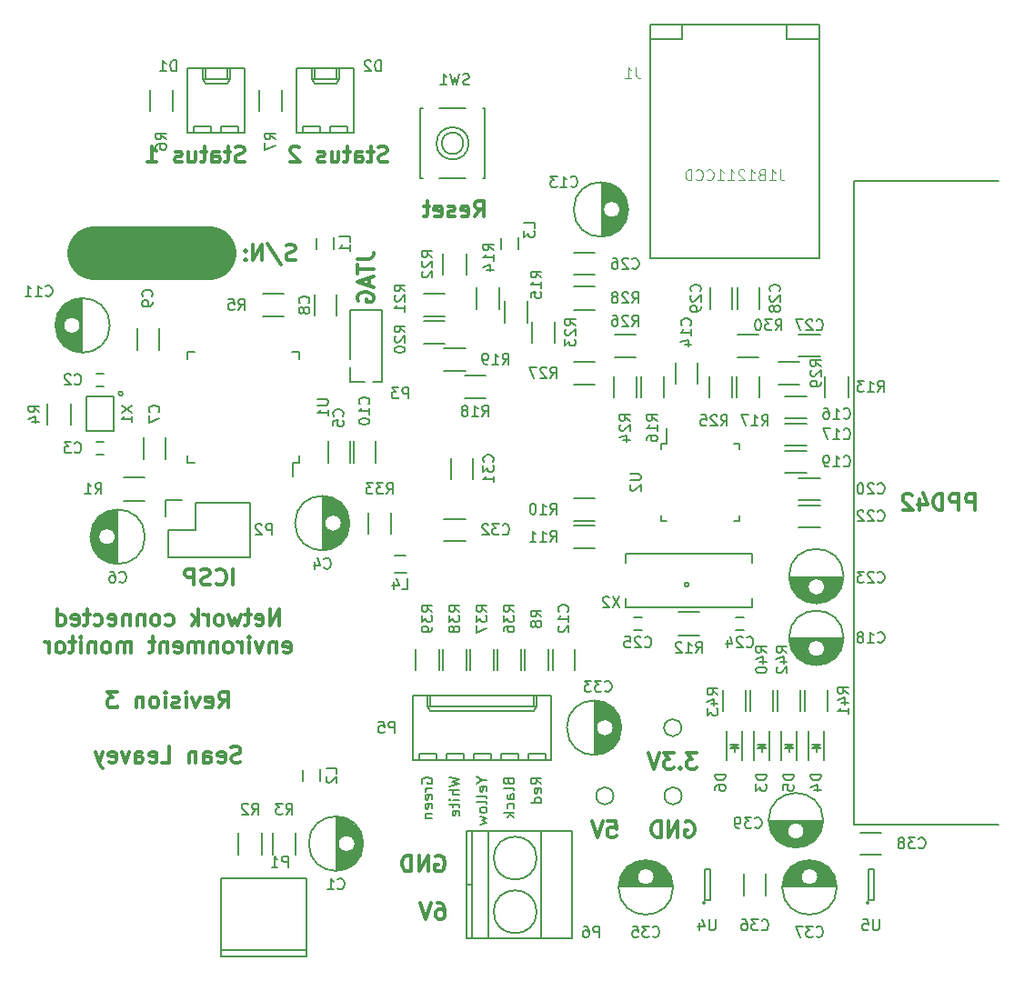
<source format=gbr>
G04 #@! TF.FileFunction,Legend,Bot*
%FSLAX46Y46*%
G04 Gerber Fmt 4.6, Leading zero omitted, Abs format (unit mm)*
G04 Created by KiCad (PCBNEW 4.0.4+dfsg1-stable) date Sun Aug 20 17:41:52 2017*
%MOMM*%
%LPD*%
G01*
G04 APERTURE LIST*
%ADD10C,0.100000*%
%ADD11C,0.300000*%
%ADD12C,5.000000*%
%ADD13C,0.200000*%
%ADD14C,0.150000*%
%ADD15C,0.050000*%
G04 APERTURE END LIST*
D10*
D11*
X158067142Y-74338571D02*
X158567142Y-73624286D01*
X158924285Y-74338571D02*
X158924285Y-72838571D01*
X158352857Y-72838571D01*
X158209999Y-72910000D01*
X158138571Y-72981429D01*
X158067142Y-73124286D01*
X158067142Y-73338571D01*
X158138571Y-73481429D01*
X158209999Y-73552857D01*
X158352857Y-73624286D01*
X158924285Y-73624286D01*
X156852857Y-74267143D02*
X156995714Y-74338571D01*
X157281428Y-74338571D01*
X157424285Y-74267143D01*
X157495714Y-74124286D01*
X157495714Y-73552857D01*
X157424285Y-73410000D01*
X157281428Y-73338571D01*
X156995714Y-73338571D01*
X156852857Y-73410000D01*
X156781428Y-73552857D01*
X156781428Y-73695714D01*
X157495714Y-73838571D01*
X156210000Y-74267143D02*
X156067143Y-74338571D01*
X155781428Y-74338571D01*
X155638571Y-74267143D01*
X155567143Y-74124286D01*
X155567143Y-74052857D01*
X155638571Y-73910000D01*
X155781428Y-73838571D01*
X155995714Y-73838571D01*
X156138571Y-73767143D01*
X156210000Y-73624286D01*
X156210000Y-73552857D01*
X156138571Y-73410000D01*
X155995714Y-73338571D01*
X155781428Y-73338571D01*
X155638571Y-73410000D01*
X154352857Y-74267143D02*
X154495714Y-74338571D01*
X154781428Y-74338571D01*
X154924285Y-74267143D01*
X154995714Y-74124286D01*
X154995714Y-73552857D01*
X154924285Y-73410000D01*
X154781428Y-73338571D01*
X154495714Y-73338571D01*
X154352857Y-73410000D01*
X154281428Y-73552857D01*
X154281428Y-73695714D01*
X154995714Y-73838571D01*
X153852857Y-73338571D02*
X153281428Y-73338571D01*
X153638571Y-72838571D02*
X153638571Y-74124286D01*
X153567143Y-74267143D01*
X153424285Y-74338571D01*
X153281428Y-74338571D01*
D12*
X133350000Y-77724000D02*
X122600000Y-77724000D01*
D11*
X141357143Y-78331143D02*
X141142857Y-78402571D01*
X140785714Y-78402571D01*
X140642857Y-78331143D01*
X140571428Y-78259714D01*
X140500000Y-78116857D01*
X140500000Y-77974000D01*
X140571428Y-77831143D01*
X140642857Y-77759714D01*
X140785714Y-77688286D01*
X141071428Y-77616857D01*
X141214286Y-77545429D01*
X141285714Y-77474000D01*
X141357143Y-77331143D01*
X141357143Y-77188286D01*
X141285714Y-77045429D01*
X141214286Y-76974000D01*
X141071428Y-76902571D01*
X140714286Y-76902571D01*
X140500000Y-76974000D01*
X138785715Y-76831143D02*
X140071429Y-78759714D01*
X138285714Y-78402571D02*
X138285714Y-76902571D01*
X137428571Y-78402571D01*
X137428571Y-76902571D01*
X136714285Y-78259714D02*
X136642857Y-78331143D01*
X136714285Y-78402571D01*
X136785714Y-78331143D01*
X136714285Y-78259714D01*
X136714285Y-78402571D01*
X136714285Y-77474000D02*
X136642857Y-77545429D01*
X136714285Y-77616857D01*
X136785714Y-77545429D01*
X136714285Y-77474000D01*
X136714285Y-77616857D01*
X149950714Y-69187143D02*
X149736428Y-69258571D01*
X149379285Y-69258571D01*
X149236428Y-69187143D01*
X149164999Y-69115714D01*
X149093571Y-68972857D01*
X149093571Y-68830000D01*
X149164999Y-68687143D01*
X149236428Y-68615714D01*
X149379285Y-68544286D01*
X149664999Y-68472857D01*
X149807857Y-68401429D01*
X149879285Y-68330000D01*
X149950714Y-68187143D01*
X149950714Y-68044286D01*
X149879285Y-67901429D01*
X149807857Y-67830000D01*
X149664999Y-67758571D01*
X149307857Y-67758571D01*
X149093571Y-67830000D01*
X148665000Y-68258571D02*
X148093571Y-68258571D01*
X148450714Y-67758571D02*
X148450714Y-69044286D01*
X148379286Y-69187143D01*
X148236428Y-69258571D01*
X148093571Y-69258571D01*
X146950714Y-69258571D02*
X146950714Y-68472857D01*
X147022143Y-68330000D01*
X147165000Y-68258571D01*
X147450714Y-68258571D01*
X147593571Y-68330000D01*
X146950714Y-69187143D02*
X147093571Y-69258571D01*
X147450714Y-69258571D01*
X147593571Y-69187143D01*
X147665000Y-69044286D01*
X147665000Y-68901429D01*
X147593571Y-68758571D01*
X147450714Y-68687143D01*
X147093571Y-68687143D01*
X146950714Y-68615714D01*
X146450714Y-68258571D02*
X145879285Y-68258571D01*
X146236428Y-67758571D02*
X146236428Y-69044286D01*
X146165000Y-69187143D01*
X146022142Y-69258571D01*
X145879285Y-69258571D01*
X144736428Y-68258571D02*
X144736428Y-69258571D01*
X145379285Y-68258571D02*
X145379285Y-69044286D01*
X145307857Y-69187143D01*
X145164999Y-69258571D01*
X144950714Y-69258571D01*
X144807857Y-69187143D01*
X144736428Y-69115714D01*
X144093571Y-69187143D02*
X143950714Y-69258571D01*
X143664999Y-69258571D01*
X143522142Y-69187143D01*
X143450714Y-69044286D01*
X143450714Y-68972857D01*
X143522142Y-68830000D01*
X143664999Y-68758571D01*
X143879285Y-68758571D01*
X144022142Y-68687143D01*
X144093571Y-68544286D01*
X144093571Y-68472857D01*
X144022142Y-68330000D01*
X143879285Y-68258571D01*
X143664999Y-68258571D01*
X143522142Y-68330000D01*
X141736428Y-67901429D02*
X141664999Y-67830000D01*
X141522142Y-67758571D01*
X141164999Y-67758571D01*
X141022142Y-67830000D01*
X140950713Y-67901429D01*
X140879285Y-68044286D01*
X140879285Y-68187143D01*
X140950713Y-68401429D01*
X141807856Y-69258571D01*
X140879285Y-69258571D01*
X136615714Y-69187143D02*
X136401428Y-69258571D01*
X136044285Y-69258571D01*
X135901428Y-69187143D01*
X135829999Y-69115714D01*
X135758571Y-68972857D01*
X135758571Y-68830000D01*
X135829999Y-68687143D01*
X135901428Y-68615714D01*
X136044285Y-68544286D01*
X136329999Y-68472857D01*
X136472857Y-68401429D01*
X136544285Y-68330000D01*
X136615714Y-68187143D01*
X136615714Y-68044286D01*
X136544285Y-67901429D01*
X136472857Y-67830000D01*
X136329999Y-67758571D01*
X135972857Y-67758571D01*
X135758571Y-67830000D01*
X135330000Y-68258571D02*
X134758571Y-68258571D01*
X135115714Y-67758571D02*
X135115714Y-69044286D01*
X135044286Y-69187143D01*
X134901428Y-69258571D01*
X134758571Y-69258571D01*
X133615714Y-69258571D02*
X133615714Y-68472857D01*
X133687143Y-68330000D01*
X133830000Y-68258571D01*
X134115714Y-68258571D01*
X134258571Y-68330000D01*
X133615714Y-69187143D02*
X133758571Y-69258571D01*
X134115714Y-69258571D01*
X134258571Y-69187143D01*
X134330000Y-69044286D01*
X134330000Y-68901429D01*
X134258571Y-68758571D01*
X134115714Y-68687143D01*
X133758571Y-68687143D01*
X133615714Y-68615714D01*
X133115714Y-68258571D02*
X132544285Y-68258571D01*
X132901428Y-67758571D02*
X132901428Y-69044286D01*
X132830000Y-69187143D01*
X132687142Y-69258571D01*
X132544285Y-69258571D01*
X131401428Y-68258571D02*
X131401428Y-69258571D01*
X132044285Y-68258571D02*
X132044285Y-69044286D01*
X131972857Y-69187143D01*
X131829999Y-69258571D01*
X131615714Y-69258571D01*
X131472857Y-69187143D01*
X131401428Y-69115714D01*
X130758571Y-69187143D02*
X130615714Y-69258571D01*
X130329999Y-69258571D01*
X130187142Y-69187143D01*
X130115714Y-69044286D01*
X130115714Y-68972857D01*
X130187142Y-68830000D01*
X130329999Y-68758571D01*
X130544285Y-68758571D01*
X130687142Y-68687143D01*
X130758571Y-68544286D01*
X130758571Y-68472857D01*
X130687142Y-68330000D01*
X130544285Y-68258571D01*
X130329999Y-68258571D01*
X130187142Y-68330000D01*
X127544285Y-69258571D02*
X128401428Y-69258571D01*
X127972856Y-69258571D02*
X127972856Y-67758571D01*
X128115713Y-67972857D01*
X128258571Y-68115714D01*
X128401428Y-68187143D01*
X147133571Y-78260000D02*
X148205000Y-78260000D01*
X148419286Y-78188572D01*
X148562143Y-78045715D01*
X148633571Y-77831429D01*
X148633571Y-77688572D01*
X147133571Y-78760000D02*
X147133571Y-79617143D01*
X148633571Y-79188572D02*
X147133571Y-79188572D01*
X148205000Y-80045714D02*
X148205000Y-80760000D01*
X148633571Y-79902857D02*
X147133571Y-80402857D01*
X148633571Y-80902857D01*
X147205000Y-82188571D02*
X147133571Y-82045714D01*
X147133571Y-81831428D01*
X147205000Y-81617143D01*
X147347857Y-81474285D01*
X147490714Y-81402857D01*
X147776429Y-81331428D01*
X147990714Y-81331428D01*
X148276429Y-81402857D01*
X148419286Y-81474285D01*
X148562143Y-81617143D01*
X148633571Y-81831428D01*
X148633571Y-81974285D01*
X148562143Y-82188571D01*
X148490714Y-82260000D01*
X147990714Y-82260000D01*
X147990714Y-81974285D01*
X135564285Y-108628571D02*
X135564285Y-107128571D01*
X133992856Y-108485714D02*
X134064285Y-108557143D01*
X134278571Y-108628571D01*
X134421428Y-108628571D01*
X134635713Y-108557143D01*
X134778571Y-108414286D01*
X134849999Y-108271429D01*
X134921428Y-107985714D01*
X134921428Y-107771429D01*
X134849999Y-107485714D01*
X134778571Y-107342857D01*
X134635713Y-107200000D01*
X134421428Y-107128571D01*
X134278571Y-107128571D01*
X134064285Y-107200000D01*
X133992856Y-107271429D01*
X133421428Y-108557143D02*
X133207142Y-108628571D01*
X132849999Y-108628571D01*
X132707142Y-108557143D01*
X132635713Y-108485714D01*
X132564285Y-108342857D01*
X132564285Y-108200000D01*
X132635713Y-108057143D01*
X132707142Y-107985714D01*
X132849999Y-107914286D01*
X133135713Y-107842857D01*
X133278571Y-107771429D01*
X133349999Y-107700000D01*
X133421428Y-107557143D01*
X133421428Y-107414286D01*
X133349999Y-107271429D01*
X133278571Y-107200000D01*
X133135713Y-107128571D01*
X132778571Y-107128571D01*
X132564285Y-107200000D01*
X131921428Y-108628571D02*
X131921428Y-107128571D01*
X131350000Y-107128571D01*
X131207142Y-107200000D01*
X131135714Y-107271429D01*
X131064285Y-107414286D01*
X131064285Y-107628571D01*
X131135714Y-107771429D01*
X131207142Y-107842857D01*
X131350000Y-107914286D01*
X131921428Y-107914286D01*
X178744285Y-124273571D02*
X177815714Y-124273571D01*
X178315714Y-124845000D01*
X178101428Y-124845000D01*
X177958571Y-124916429D01*
X177887142Y-124987857D01*
X177815714Y-125130714D01*
X177815714Y-125487857D01*
X177887142Y-125630714D01*
X177958571Y-125702143D01*
X178101428Y-125773571D01*
X178530000Y-125773571D01*
X178672857Y-125702143D01*
X178744285Y-125630714D01*
X177172857Y-125630714D02*
X177101429Y-125702143D01*
X177172857Y-125773571D01*
X177244286Y-125702143D01*
X177172857Y-125630714D01*
X177172857Y-125773571D01*
X176601428Y-124273571D02*
X175672857Y-124273571D01*
X176172857Y-124845000D01*
X175958571Y-124845000D01*
X175815714Y-124916429D01*
X175744285Y-124987857D01*
X175672857Y-125130714D01*
X175672857Y-125487857D01*
X175744285Y-125630714D01*
X175815714Y-125702143D01*
X175958571Y-125773571D01*
X176387143Y-125773571D01*
X176530000Y-125702143D01*
X176601428Y-125630714D01*
X175244286Y-124273571D02*
X174744286Y-125773571D01*
X174244286Y-124273571D01*
X177672857Y-130695000D02*
X177815714Y-130623571D01*
X178030000Y-130623571D01*
X178244285Y-130695000D01*
X178387143Y-130837857D01*
X178458571Y-130980714D01*
X178530000Y-131266429D01*
X178530000Y-131480714D01*
X178458571Y-131766429D01*
X178387143Y-131909286D01*
X178244285Y-132052143D01*
X178030000Y-132123571D01*
X177887143Y-132123571D01*
X177672857Y-132052143D01*
X177601428Y-131980714D01*
X177601428Y-131480714D01*
X177887143Y-131480714D01*
X176958571Y-132123571D02*
X176958571Y-130623571D01*
X176101428Y-132123571D01*
X176101428Y-130623571D01*
X175387142Y-132123571D02*
X175387142Y-130623571D01*
X175029999Y-130623571D01*
X174815714Y-130695000D01*
X174672856Y-130837857D01*
X174601428Y-130980714D01*
X174529999Y-131266429D01*
X174529999Y-131480714D01*
X174601428Y-131766429D01*
X174672856Y-131909286D01*
X174815714Y-132052143D01*
X175029999Y-132123571D01*
X175387142Y-132123571D01*
X170465713Y-130623571D02*
X171179999Y-130623571D01*
X171251428Y-131337857D01*
X171179999Y-131266429D01*
X171037142Y-131195000D01*
X170679999Y-131195000D01*
X170537142Y-131266429D01*
X170465713Y-131337857D01*
X170394285Y-131480714D01*
X170394285Y-131837857D01*
X170465713Y-131980714D01*
X170537142Y-132052143D01*
X170679999Y-132123571D01*
X171037142Y-132123571D01*
X171179999Y-132052143D01*
X171251428Y-131980714D01*
X169965714Y-130623571D02*
X169465714Y-132123571D01*
X168965714Y-130623571D01*
X154432143Y-133870000D02*
X154575000Y-133798571D01*
X154789286Y-133798571D01*
X155003571Y-133870000D01*
X155146429Y-134012857D01*
X155217857Y-134155714D01*
X155289286Y-134441429D01*
X155289286Y-134655714D01*
X155217857Y-134941429D01*
X155146429Y-135084286D01*
X155003571Y-135227143D01*
X154789286Y-135298571D01*
X154646429Y-135298571D01*
X154432143Y-135227143D01*
X154360714Y-135155714D01*
X154360714Y-134655714D01*
X154646429Y-134655714D01*
X153717857Y-135298571D02*
X153717857Y-133798571D01*
X152860714Y-135298571D01*
X152860714Y-133798571D01*
X152146428Y-135298571D02*
X152146428Y-133798571D01*
X151789285Y-133798571D01*
X151575000Y-133870000D01*
X151432142Y-134012857D01*
X151360714Y-134155714D01*
X151289285Y-134441429D01*
X151289285Y-134655714D01*
X151360714Y-134941429D01*
X151432142Y-135084286D01*
X151575000Y-135227143D01*
X151789285Y-135298571D01*
X152146428Y-135298571D01*
X154575000Y-138243571D02*
X154860714Y-138243571D01*
X155003571Y-138315000D01*
X155075000Y-138386429D01*
X155217857Y-138600714D01*
X155289286Y-138886429D01*
X155289286Y-139457857D01*
X155217857Y-139600714D01*
X155146429Y-139672143D01*
X155003571Y-139743571D01*
X154717857Y-139743571D01*
X154575000Y-139672143D01*
X154503571Y-139600714D01*
X154432143Y-139457857D01*
X154432143Y-139100714D01*
X154503571Y-138957857D01*
X154575000Y-138886429D01*
X154717857Y-138815000D01*
X155003571Y-138815000D01*
X155146429Y-138886429D01*
X155217857Y-138957857D01*
X155289286Y-139100714D01*
X154003572Y-138243571D02*
X153503572Y-139743571D01*
X153003572Y-138243571D01*
D13*
X125295000Y-90805000D02*
G75*
G03X125295000Y-90805000I-200000J0D01*
G01*
X178000000Y-108585000D02*
G75*
G03X178000000Y-108585000I-200000J0D01*
G01*
D14*
X153170000Y-127126905D02*
X153122381Y-127031667D01*
X153122381Y-126888810D01*
X153170000Y-126745952D01*
X153265238Y-126650714D01*
X153360476Y-126603095D01*
X153550952Y-126555476D01*
X153693810Y-126555476D01*
X153884286Y-126603095D01*
X153979524Y-126650714D01*
X154074762Y-126745952D01*
X154122381Y-126888810D01*
X154122381Y-126984048D01*
X154074762Y-127126905D01*
X154027143Y-127174524D01*
X153693810Y-127174524D01*
X153693810Y-126984048D01*
X154122381Y-127603095D02*
X153455714Y-127603095D01*
X153646190Y-127603095D02*
X153550952Y-127650714D01*
X153503333Y-127698333D01*
X153455714Y-127793571D01*
X153455714Y-127888810D01*
X154074762Y-128603096D02*
X154122381Y-128507858D01*
X154122381Y-128317381D01*
X154074762Y-128222143D01*
X153979524Y-128174524D01*
X153598571Y-128174524D01*
X153503333Y-128222143D01*
X153455714Y-128317381D01*
X153455714Y-128507858D01*
X153503333Y-128603096D01*
X153598571Y-128650715D01*
X153693810Y-128650715D01*
X153789048Y-128174524D01*
X154074762Y-129460239D02*
X154122381Y-129365001D01*
X154122381Y-129174524D01*
X154074762Y-129079286D01*
X153979524Y-129031667D01*
X153598571Y-129031667D01*
X153503333Y-129079286D01*
X153455714Y-129174524D01*
X153455714Y-129365001D01*
X153503333Y-129460239D01*
X153598571Y-129507858D01*
X153693810Y-129507858D01*
X153789048Y-129031667D01*
X153455714Y-129936429D02*
X154122381Y-129936429D01*
X153550952Y-129936429D02*
X153503333Y-129984048D01*
X153455714Y-130079286D01*
X153455714Y-130222144D01*
X153503333Y-130317382D01*
X153598571Y-130365001D01*
X154122381Y-130365001D01*
X155662381Y-126507857D02*
X156662381Y-126745952D01*
X155948095Y-126936429D01*
X156662381Y-127126905D01*
X155662381Y-127365000D01*
X156662381Y-127745952D02*
X155662381Y-127745952D01*
X156662381Y-128174524D02*
X156138571Y-128174524D01*
X156043333Y-128126905D01*
X155995714Y-128031667D01*
X155995714Y-127888809D01*
X156043333Y-127793571D01*
X156090952Y-127745952D01*
X156662381Y-128650714D02*
X155995714Y-128650714D01*
X155662381Y-128650714D02*
X155710000Y-128603095D01*
X155757619Y-128650714D01*
X155710000Y-128698333D01*
X155662381Y-128650714D01*
X155757619Y-128650714D01*
X155995714Y-128984047D02*
X155995714Y-129364999D01*
X155662381Y-129126904D02*
X156519524Y-129126904D01*
X156614762Y-129174523D01*
X156662381Y-129269761D01*
X156662381Y-129364999D01*
X156614762Y-130079286D02*
X156662381Y-129984048D01*
X156662381Y-129793571D01*
X156614762Y-129698333D01*
X156519524Y-129650714D01*
X156138571Y-129650714D01*
X156043333Y-129698333D01*
X155995714Y-129793571D01*
X155995714Y-129984048D01*
X156043333Y-130079286D01*
X156138571Y-130126905D01*
X156233810Y-130126905D01*
X156329048Y-129650714D01*
X158726190Y-126793571D02*
X159202381Y-126793571D01*
X158202381Y-126460238D02*
X158726190Y-126793571D01*
X158202381Y-127126905D01*
X159154762Y-127841191D02*
X159202381Y-127745953D01*
X159202381Y-127555476D01*
X159154762Y-127460238D01*
X159059524Y-127412619D01*
X158678571Y-127412619D01*
X158583333Y-127460238D01*
X158535714Y-127555476D01*
X158535714Y-127745953D01*
X158583333Y-127841191D01*
X158678571Y-127888810D01*
X158773810Y-127888810D01*
X158869048Y-127412619D01*
X159202381Y-128460238D02*
X159154762Y-128365000D01*
X159059524Y-128317381D01*
X158202381Y-128317381D01*
X159202381Y-128984048D02*
X159154762Y-128888810D01*
X159059524Y-128841191D01*
X158202381Y-128841191D01*
X159202381Y-129507858D02*
X159154762Y-129412620D01*
X159107143Y-129365001D01*
X159011905Y-129317382D01*
X158726190Y-129317382D01*
X158630952Y-129365001D01*
X158583333Y-129412620D01*
X158535714Y-129507858D01*
X158535714Y-129650716D01*
X158583333Y-129745954D01*
X158630952Y-129793573D01*
X158726190Y-129841192D01*
X159011905Y-129841192D01*
X159107143Y-129793573D01*
X159154762Y-129745954D01*
X159202381Y-129650716D01*
X159202381Y-129507858D01*
X158535714Y-130174525D02*
X159202381Y-130365001D01*
X158726190Y-130555478D01*
X159202381Y-130745954D01*
X158535714Y-130936430D01*
X161218571Y-126936429D02*
X161266190Y-127079286D01*
X161313810Y-127126905D01*
X161409048Y-127174524D01*
X161551905Y-127174524D01*
X161647143Y-127126905D01*
X161694762Y-127079286D01*
X161742381Y-126984048D01*
X161742381Y-126603095D01*
X160742381Y-126603095D01*
X160742381Y-126936429D01*
X160790000Y-127031667D01*
X160837619Y-127079286D01*
X160932857Y-127126905D01*
X161028095Y-127126905D01*
X161123333Y-127079286D01*
X161170952Y-127031667D01*
X161218571Y-126936429D01*
X161218571Y-126603095D01*
X161742381Y-127745952D02*
X161694762Y-127650714D01*
X161599524Y-127603095D01*
X160742381Y-127603095D01*
X161742381Y-128555477D02*
X161218571Y-128555477D01*
X161123333Y-128507858D01*
X161075714Y-128412620D01*
X161075714Y-128222143D01*
X161123333Y-128126905D01*
X161694762Y-128555477D02*
X161742381Y-128460239D01*
X161742381Y-128222143D01*
X161694762Y-128126905D01*
X161599524Y-128079286D01*
X161504286Y-128079286D01*
X161409048Y-128126905D01*
X161361429Y-128222143D01*
X161361429Y-128460239D01*
X161313810Y-128555477D01*
X161694762Y-129460239D02*
X161742381Y-129365001D01*
X161742381Y-129174524D01*
X161694762Y-129079286D01*
X161647143Y-129031667D01*
X161551905Y-128984048D01*
X161266190Y-128984048D01*
X161170952Y-129031667D01*
X161123333Y-129079286D01*
X161075714Y-129174524D01*
X161075714Y-129365001D01*
X161123333Y-129460239D01*
X161742381Y-129888810D02*
X160742381Y-129888810D01*
X161361429Y-129984048D02*
X161742381Y-130269763D01*
X161075714Y-130269763D02*
X161456667Y-129888810D01*
X164282381Y-127174524D02*
X163806190Y-126841190D01*
X164282381Y-126603095D02*
X163282381Y-126603095D01*
X163282381Y-126984048D01*
X163330000Y-127079286D01*
X163377619Y-127126905D01*
X163472857Y-127174524D01*
X163615714Y-127174524D01*
X163710952Y-127126905D01*
X163758571Y-127079286D01*
X163806190Y-126984048D01*
X163806190Y-126603095D01*
X164234762Y-127984048D02*
X164282381Y-127888810D01*
X164282381Y-127698333D01*
X164234762Y-127603095D01*
X164139524Y-127555476D01*
X163758571Y-127555476D01*
X163663333Y-127603095D01*
X163615714Y-127698333D01*
X163615714Y-127888810D01*
X163663333Y-127984048D01*
X163758571Y-128031667D01*
X163853810Y-128031667D01*
X163949048Y-127555476D01*
X164282381Y-128888810D02*
X163282381Y-128888810D01*
X164234762Y-128888810D02*
X164282381Y-128793572D01*
X164282381Y-128603095D01*
X164234762Y-128507857D01*
X164187143Y-128460238D01*
X164091905Y-128412619D01*
X163806190Y-128412619D01*
X163710952Y-128460238D01*
X163663333Y-128507857D01*
X163615714Y-128603095D01*
X163615714Y-128793572D01*
X163663333Y-128888810D01*
D11*
X139861428Y-112413571D02*
X139861428Y-110913571D01*
X139004285Y-112413571D01*
X139004285Y-110913571D01*
X137718571Y-112342143D02*
X137861428Y-112413571D01*
X138147142Y-112413571D01*
X138289999Y-112342143D01*
X138361428Y-112199286D01*
X138361428Y-111627857D01*
X138289999Y-111485000D01*
X138147142Y-111413571D01*
X137861428Y-111413571D01*
X137718571Y-111485000D01*
X137647142Y-111627857D01*
X137647142Y-111770714D01*
X138361428Y-111913571D01*
X137218571Y-111413571D02*
X136647142Y-111413571D01*
X137004285Y-110913571D02*
X137004285Y-112199286D01*
X136932857Y-112342143D01*
X136789999Y-112413571D01*
X136647142Y-112413571D01*
X136289999Y-111413571D02*
X136004285Y-112413571D01*
X135718571Y-111699286D01*
X135432856Y-112413571D01*
X135147142Y-111413571D01*
X134361427Y-112413571D02*
X134504285Y-112342143D01*
X134575713Y-112270714D01*
X134647142Y-112127857D01*
X134647142Y-111699286D01*
X134575713Y-111556429D01*
X134504285Y-111485000D01*
X134361427Y-111413571D01*
X134147142Y-111413571D01*
X134004285Y-111485000D01*
X133932856Y-111556429D01*
X133861427Y-111699286D01*
X133861427Y-112127857D01*
X133932856Y-112270714D01*
X134004285Y-112342143D01*
X134147142Y-112413571D01*
X134361427Y-112413571D01*
X133218570Y-112413571D02*
X133218570Y-111413571D01*
X133218570Y-111699286D02*
X133147142Y-111556429D01*
X133075713Y-111485000D01*
X132932856Y-111413571D01*
X132789999Y-111413571D01*
X132289999Y-112413571D02*
X132289999Y-110913571D01*
X132147142Y-111842143D02*
X131718571Y-112413571D01*
X131718571Y-111413571D02*
X132289999Y-111985000D01*
X129289999Y-112342143D02*
X129432856Y-112413571D01*
X129718570Y-112413571D01*
X129861428Y-112342143D01*
X129932856Y-112270714D01*
X130004285Y-112127857D01*
X130004285Y-111699286D01*
X129932856Y-111556429D01*
X129861428Y-111485000D01*
X129718570Y-111413571D01*
X129432856Y-111413571D01*
X129289999Y-111485000D01*
X128432856Y-112413571D02*
X128575714Y-112342143D01*
X128647142Y-112270714D01*
X128718571Y-112127857D01*
X128718571Y-111699286D01*
X128647142Y-111556429D01*
X128575714Y-111485000D01*
X128432856Y-111413571D01*
X128218571Y-111413571D01*
X128075714Y-111485000D01*
X128004285Y-111556429D01*
X127932856Y-111699286D01*
X127932856Y-112127857D01*
X128004285Y-112270714D01*
X128075714Y-112342143D01*
X128218571Y-112413571D01*
X128432856Y-112413571D01*
X127289999Y-111413571D02*
X127289999Y-112413571D01*
X127289999Y-111556429D02*
X127218571Y-111485000D01*
X127075713Y-111413571D01*
X126861428Y-111413571D01*
X126718571Y-111485000D01*
X126647142Y-111627857D01*
X126647142Y-112413571D01*
X125932856Y-111413571D02*
X125932856Y-112413571D01*
X125932856Y-111556429D02*
X125861428Y-111485000D01*
X125718570Y-111413571D01*
X125504285Y-111413571D01*
X125361428Y-111485000D01*
X125289999Y-111627857D01*
X125289999Y-112413571D01*
X124004285Y-112342143D02*
X124147142Y-112413571D01*
X124432856Y-112413571D01*
X124575713Y-112342143D01*
X124647142Y-112199286D01*
X124647142Y-111627857D01*
X124575713Y-111485000D01*
X124432856Y-111413571D01*
X124147142Y-111413571D01*
X124004285Y-111485000D01*
X123932856Y-111627857D01*
X123932856Y-111770714D01*
X124647142Y-111913571D01*
X122647142Y-112342143D02*
X122789999Y-112413571D01*
X123075713Y-112413571D01*
X123218571Y-112342143D01*
X123289999Y-112270714D01*
X123361428Y-112127857D01*
X123361428Y-111699286D01*
X123289999Y-111556429D01*
X123218571Y-111485000D01*
X123075713Y-111413571D01*
X122789999Y-111413571D01*
X122647142Y-111485000D01*
X122218571Y-111413571D02*
X121647142Y-111413571D01*
X122004285Y-110913571D02*
X122004285Y-112199286D01*
X121932857Y-112342143D01*
X121789999Y-112413571D01*
X121647142Y-112413571D01*
X120575714Y-112342143D02*
X120718571Y-112413571D01*
X121004285Y-112413571D01*
X121147142Y-112342143D01*
X121218571Y-112199286D01*
X121218571Y-111627857D01*
X121147142Y-111485000D01*
X121004285Y-111413571D01*
X120718571Y-111413571D01*
X120575714Y-111485000D01*
X120504285Y-111627857D01*
X120504285Y-111770714D01*
X121218571Y-111913571D01*
X119218571Y-112413571D02*
X119218571Y-110913571D01*
X119218571Y-112342143D02*
X119361428Y-112413571D01*
X119647142Y-112413571D01*
X119790000Y-112342143D01*
X119861428Y-112270714D01*
X119932857Y-112127857D01*
X119932857Y-111699286D01*
X119861428Y-111556429D01*
X119790000Y-111485000D01*
X119647142Y-111413571D01*
X119361428Y-111413571D01*
X119218571Y-111485000D01*
X140290000Y-114892143D02*
X140432857Y-114963571D01*
X140718571Y-114963571D01*
X140861428Y-114892143D01*
X140932857Y-114749286D01*
X140932857Y-114177857D01*
X140861428Y-114035000D01*
X140718571Y-113963571D01*
X140432857Y-113963571D01*
X140290000Y-114035000D01*
X140218571Y-114177857D01*
X140218571Y-114320714D01*
X140932857Y-114463571D01*
X139575714Y-113963571D02*
X139575714Y-114963571D01*
X139575714Y-114106429D02*
X139504286Y-114035000D01*
X139361428Y-113963571D01*
X139147143Y-113963571D01*
X139004286Y-114035000D01*
X138932857Y-114177857D01*
X138932857Y-114963571D01*
X138361428Y-113963571D02*
X138004285Y-114963571D01*
X137647143Y-113963571D01*
X137075714Y-114963571D02*
X137075714Y-113963571D01*
X137075714Y-113463571D02*
X137147143Y-113535000D01*
X137075714Y-113606429D01*
X137004286Y-113535000D01*
X137075714Y-113463571D01*
X137075714Y-113606429D01*
X136361428Y-114963571D02*
X136361428Y-113963571D01*
X136361428Y-114249286D02*
X136290000Y-114106429D01*
X136218571Y-114035000D01*
X136075714Y-113963571D01*
X135932857Y-113963571D01*
X135218571Y-114963571D02*
X135361429Y-114892143D01*
X135432857Y-114820714D01*
X135504286Y-114677857D01*
X135504286Y-114249286D01*
X135432857Y-114106429D01*
X135361429Y-114035000D01*
X135218571Y-113963571D01*
X135004286Y-113963571D01*
X134861429Y-114035000D01*
X134790000Y-114106429D01*
X134718571Y-114249286D01*
X134718571Y-114677857D01*
X134790000Y-114820714D01*
X134861429Y-114892143D01*
X135004286Y-114963571D01*
X135218571Y-114963571D01*
X134075714Y-113963571D02*
X134075714Y-114963571D01*
X134075714Y-114106429D02*
X134004286Y-114035000D01*
X133861428Y-113963571D01*
X133647143Y-113963571D01*
X133504286Y-114035000D01*
X133432857Y-114177857D01*
X133432857Y-114963571D01*
X132718571Y-114963571D02*
X132718571Y-113963571D01*
X132718571Y-114106429D02*
X132647143Y-114035000D01*
X132504285Y-113963571D01*
X132290000Y-113963571D01*
X132147143Y-114035000D01*
X132075714Y-114177857D01*
X132075714Y-114963571D01*
X132075714Y-114177857D02*
X132004285Y-114035000D01*
X131861428Y-113963571D01*
X131647143Y-113963571D01*
X131504285Y-114035000D01*
X131432857Y-114177857D01*
X131432857Y-114963571D01*
X130147143Y-114892143D02*
X130290000Y-114963571D01*
X130575714Y-114963571D01*
X130718571Y-114892143D01*
X130790000Y-114749286D01*
X130790000Y-114177857D01*
X130718571Y-114035000D01*
X130575714Y-113963571D01*
X130290000Y-113963571D01*
X130147143Y-114035000D01*
X130075714Y-114177857D01*
X130075714Y-114320714D01*
X130790000Y-114463571D01*
X129432857Y-113963571D02*
X129432857Y-114963571D01*
X129432857Y-114106429D02*
X129361429Y-114035000D01*
X129218571Y-113963571D01*
X129004286Y-113963571D01*
X128861429Y-114035000D01*
X128790000Y-114177857D01*
X128790000Y-114963571D01*
X128290000Y-113963571D02*
X127718571Y-113963571D01*
X128075714Y-113463571D02*
X128075714Y-114749286D01*
X128004286Y-114892143D01*
X127861428Y-114963571D01*
X127718571Y-114963571D01*
X126075714Y-114963571D02*
X126075714Y-113963571D01*
X126075714Y-114106429D02*
X126004286Y-114035000D01*
X125861428Y-113963571D01*
X125647143Y-113963571D01*
X125504286Y-114035000D01*
X125432857Y-114177857D01*
X125432857Y-114963571D01*
X125432857Y-114177857D02*
X125361428Y-114035000D01*
X125218571Y-113963571D01*
X125004286Y-113963571D01*
X124861428Y-114035000D01*
X124790000Y-114177857D01*
X124790000Y-114963571D01*
X123861428Y-114963571D02*
X124004286Y-114892143D01*
X124075714Y-114820714D01*
X124147143Y-114677857D01*
X124147143Y-114249286D01*
X124075714Y-114106429D01*
X124004286Y-114035000D01*
X123861428Y-113963571D01*
X123647143Y-113963571D01*
X123504286Y-114035000D01*
X123432857Y-114106429D01*
X123361428Y-114249286D01*
X123361428Y-114677857D01*
X123432857Y-114820714D01*
X123504286Y-114892143D01*
X123647143Y-114963571D01*
X123861428Y-114963571D01*
X122718571Y-113963571D02*
X122718571Y-114963571D01*
X122718571Y-114106429D02*
X122647143Y-114035000D01*
X122504285Y-113963571D01*
X122290000Y-113963571D01*
X122147143Y-114035000D01*
X122075714Y-114177857D01*
X122075714Y-114963571D01*
X121361428Y-114963571D02*
X121361428Y-113963571D01*
X121361428Y-113463571D02*
X121432857Y-113535000D01*
X121361428Y-113606429D01*
X121290000Y-113535000D01*
X121361428Y-113463571D01*
X121361428Y-113606429D01*
X120861428Y-113963571D02*
X120289999Y-113963571D01*
X120647142Y-113463571D02*
X120647142Y-114749286D01*
X120575714Y-114892143D01*
X120432856Y-114963571D01*
X120289999Y-114963571D01*
X119575713Y-114963571D02*
X119718571Y-114892143D01*
X119789999Y-114820714D01*
X119861428Y-114677857D01*
X119861428Y-114249286D01*
X119789999Y-114106429D01*
X119718571Y-114035000D01*
X119575713Y-113963571D01*
X119361428Y-113963571D01*
X119218571Y-114035000D01*
X119147142Y-114106429D01*
X119075713Y-114249286D01*
X119075713Y-114677857D01*
X119147142Y-114820714D01*
X119218571Y-114892143D01*
X119361428Y-114963571D01*
X119575713Y-114963571D01*
X118432856Y-114963571D02*
X118432856Y-113963571D01*
X118432856Y-114249286D02*
X118361428Y-114106429D01*
X118289999Y-114035000D01*
X118147142Y-113963571D01*
X118004285Y-113963571D01*
X134254285Y-120063571D02*
X134754285Y-119349286D01*
X135111428Y-120063571D02*
X135111428Y-118563571D01*
X134540000Y-118563571D01*
X134397142Y-118635000D01*
X134325714Y-118706429D01*
X134254285Y-118849286D01*
X134254285Y-119063571D01*
X134325714Y-119206429D01*
X134397142Y-119277857D01*
X134540000Y-119349286D01*
X135111428Y-119349286D01*
X133040000Y-119992143D02*
X133182857Y-120063571D01*
X133468571Y-120063571D01*
X133611428Y-119992143D01*
X133682857Y-119849286D01*
X133682857Y-119277857D01*
X133611428Y-119135000D01*
X133468571Y-119063571D01*
X133182857Y-119063571D01*
X133040000Y-119135000D01*
X132968571Y-119277857D01*
X132968571Y-119420714D01*
X133682857Y-119563571D01*
X132468571Y-119063571D02*
X132111428Y-120063571D01*
X131754286Y-119063571D01*
X131182857Y-120063571D02*
X131182857Y-119063571D01*
X131182857Y-118563571D02*
X131254286Y-118635000D01*
X131182857Y-118706429D01*
X131111429Y-118635000D01*
X131182857Y-118563571D01*
X131182857Y-118706429D01*
X130540000Y-119992143D02*
X130397143Y-120063571D01*
X130111428Y-120063571D01*
X129968571Y-119992143D01*
X129897143Y-119849286D01*
X129897143Y-119777857D01*
X129968571Y-119635000D01*
X130111428Y-119563571D01*
X130325714Y-119563571D01*
X130468571Y-119492143D01*
X130540000Y-119349286D01*
X130540000Y-119277857D01*
X130468571Y-119135000D01*
X130325714Y-119063571D01*
X130111428Y-119063571D01*
X129968571Y-119135000D01*
X129254285Y-120063571D02*
X129254285Y-119063571D01*
X129254285Y-118563571D02*
X129325714Y-118635000D01*
X129254285Y-118706429D01*
X129182857Y-118635000D01*
X129254285Y-118563571D01*
X129254285Y-118706429D01*
X128325713Y-120063571D02*
X128468571Y-119992143D01*
X128539999Y-119920714D01*
X128611428Y-119777857D01*
X128611428Y-119349286D01*
X128539999Y-119206429D01*
X128468571Y-119135000D01*
X128325713Y-119063571D01*
X128111428Y-119063571D01*
X127968571Y-119135000D01*
X127897142Y-119206429D01*
X127825713Y-119349286D01*
X127825713Y-119777857D01*
X127897142Y-119920714D01*
X127968571Y-119992143D01*
X128111428Y-120063571D01*
X128325713Y-120063571D01*
X127182856Y-119063571D02*
X127182856Y-120063571D01*
X127182856Y-119206429D02*
X127111428Y-119135000D01*
X126968570Y-119063571D01*
X126754285Y-119063571D01*
X126611428Y-119135000D01*
X126539999Y-119277857D01*
X126539999Y-120063571D01*
X124825713Y-118563571D02*
X123897142Y-118563571D01*
X124397142Y-119135000D01*
X124182856Y-119135000D01*
X124039999Y-119206429D01*
X123968570Y-119277857D01*
X123897142Y-119420714D01*
X123897142Y-119777857D01*
X123968570Y-119920714D01*
X124039999Y-119992143D01*
X124182856Y-120063571D01*
X124611428Y-120063571D01*
X124754285Y-119992143D01*
X124825713Y-119920714D01*
X136254285Y-125092143D02*
X136039999Y-125163571D01*
X135682856Y-125163571D01*
X135539999Y-125092143D01*
X135468570Y-125020714D01*
X135397142Y-124877857D01*
X135397142Y-124735000D01*
X135468570Y-124592143D01*
X135539999Y-124520714D01*
X135682856Y-124449286D01*
X135968570Y-124377857D01*
X136111428Y-124306429D01*
X136182856Y-124235000D01*
X136254285Y-124092143D01*
X136254285Y-123949286D01*
X136182856Y-123806429D01*
X136111428Y-123735000D01*
X135968570Y-123663571D01*
X135611428Y-123663571D01*
X135397142Y-123735000D01*
X134182857Y-125092143D02*
X134325714Y-125163571D01*
X134611428Y-125163571D01*
X134754285Y-125092143D01*
X134825714Y-124949286D01*
X134825714Y-124377857D01*
X134754285Y-124235000D01*
X134611428Y-124163571D01*
X134325714Y-124163571D01*
X134182857Y-124235000D01*
X134111428Y-124377857D01*
X134111428Y-124520714D01*
X134825714Y-124663571D01*
X132825714Y-125163571D02*
X132825714Y-124377857D01*
X132897143Y-124235000D01*
X133040000Y-124163571D01*
X133325714Y-124163571D01*
X133468571Y-124235000D01*
X132825714Y-125092143D02*
X132968571Y-125163571D01*
X133325714Y-125163571D01*
X133468571Y-125092143D01*
X133540000Y-124949286D01*
X133540000Y-124806429D01*
X133468571Y-124663571D01*
X133325714Y-124592143D01*
X132968571Y-124592143D01*
X132825714Y-124520714D01*
X132111428Y-124163571D02*
X132111428Y-125163571D01*
X132111428Y-124306429D02*
X132040000Y-124235000D01*
X131897142Y-124163571D01*
X131682857Y-124163571D01*
X131540000Y-124235000D01*
X131468571Y-124377857D01*
X131468571Y-125163571D01*
X128897142Y-125163571D02*
X129611428Y-125163571D01*
X129611428Y-123663571D01*
X127825714Y-125092143D02*
X127968571Y-125163571D01*
X128254285Y-125163571D01*
X128397142Y-125092143D01*
X128468571Y-124949286D01*
X128468571Y-124377857D01*
X128397142Y-124235000D01*
X128254285Y-124163571D01*
X127968571Y-124163571D01*
X127825714Y-124235000D01*
X127754285Y-124377857D01*
X127754285Y-124520714D01*
X128468571Y-124663571D01*
X126468571Y-125163571D02*
X126468571Y-124377857D01*
X126540000Y-124235000D01*
X126682857Y-124163571D01*
X126968571Y-124163571D01*
X127111428Y-124235000D01*
X126468571Y-125092143D02*
X126611428Y-125163571D01*
X126968571Y-125163571D01*
X127111428Y-125092143D01*
X127182857Y-124949286D01*
X127182857Y-124806429D01*
X127111428Y-124663571D01*
X126968571Y-124592143D01*
X126611428Y-124592143D01*
X126468571Y-124520714D01*
X125897142Y-124163571D02*
X125539999Y-125163571D01*
X125182857Y-124163571D01*
X124040000Y-125092143D02*
X124182857Y-125163571D01*
X124468571Y-125163571D01*
X124611428Y-125092143D01*
X124682857Y-124949286D01*
X124682857Y-124377857D01*
X124611428Y-124235000D01*
X124468571Y-124163571D01*
X124182857Y-124163571D01*
X124040000Y-124235000D01*
X123968571Y-124377857D01*
X123968571Y-124520714D01*
X124682857Y-124663571D01*
X123468571Y-124163571D02*
X123111428Y-125163571D01*
X122754286Y-124163571D02*
X123111428Y-125163571D01*
X123254286Y-125520714D01*
X123325714Y-125592143D01*
X123468571Y-125663571D01*
X204616428Y-101643571D02*
X204616428Y-100143571D01*
X204045000Y-100143571D01*
X203902142Y-100215000D01*
X203830714Y-100286429D01*
X203759285Y-100429286D01*
X203759285Y-100643571D01*
X203830714Y-100786429D01*
X203902142Y-100857857D01*
X204045000Y-100929286D01*
X204616428Y-100929286D01*
X203116428Y-101643571D02*
X203116428Y-100143571D01*
X202545000Y-100143571D01*
X202402142Y-100215000D01*
X202330714Y-100286429D01*
X202259285Y-100429286D01*
X202259285Y-100643571D01*
X202330714Y-100786429D01*
X202402142Y-100857857D01*
X202545000Y-100929286D01*
X203116428Y-100929286D01*
X201616428Y-101643571D02*
X201616428Y-100143571D01*
X201259285Y-100143571D01*
X201045000Y-100215000D01*
X200902142Y-100357857D01*
X200830714Y-100500714D01*
X200759285Y-100786429D01*
X200759285Y-101000714D01*
X200830714Y-101286429D01*
X200902142Y-101429286D01*
X201045000Y-101572143D01*
X201259285Y-101643571D01*
X201616428Y-101643571D01*
X199473571Y-100643571D02*
X199473571Y-101643571D01*
X199830714Y-100072143D02*
X200187857Y-101143571D01*
X199259285Y-101143571D01*
X198759286Y-100286429D02*
X198687857Y-100215000D01*
X198545000Y-100143571D01*
X198187857Y-100143571D01*
X198045000Y-100215000D01*
X197973571Y-100286429D01*
X197902143Y-100429286D01*
X197902143Y-100572143D01*
X197973571Y-100786429D01*
X198830714Y-101643571D01*
X197902143Y-101643571D01*
D13*
X193328000Y-70965000D02*
X206845000Y-70965000D01*
X193328000Y-130965000D02*
X206845000Y-130965000D01*
X193328000Y-130965000D02*
X193328000Y-70965000D01*
D14*
X172150380Y-105750640D02*
X183849620Y-105750640D01*
X183849620Y-110749360D02*
X172150380Y-110749360D01*
X183849620Y-105750640D02*
X183849620Y-106599000D01*
X183849620Y-110749360D02*
X183849620Y-109901000D01*
X172150380Y-105750640D02*
X172150380Y-106599000D01*
X172150380Y-110749360D02*
X172150380Y-109901000D01*
X144390000Y-97242000D02*
X144390000Y-95242000D01*
X146440000Y-95242000D02*
X146440000Y-97242000D01*
X163000000Y-84185000D02*
X163000000Y-82185000D01*
X160850000Y-82185000D02*
X160850000Y-84185000D01*
X177370000Y-57785000D02*
X177370000Y-56420000D01*
X174370000Y-57785000D02*
X177370000Y-57785000D01*
X190120000Y-57785000D02*
X187120000Y-57785000D01*
X187120000Y-57785000D02*
X187120000Y-56420000D01*
X174370000Y-78200000D02*
X174370000Y-56420000D01*
X190120000Y-78200000D02*
X190120000Y-56420000D01*
X190120000Y-56420000D02*
X174370000Y-56420000D01*
X190120000Y-78200000D02*
X174370000Y-78200000D01*
X145220000Y-135214000D02*
X145220000Y-130216000D01*
X145360000Y-135206000D02*
X145360000Y-132869000D01*
X145360000Y-132561000D02*
X145360000Y-130224000D01*
X145500000Y-135190000D02*
X145500000Y-133188000D01*
X145500000Y-132242000D02*
X145500000Y-130240000D01*
X145640000Y-135166000D02*
X145640000Y-133335000D01*
X145640000Y-132095000D02*
X145640000Y-130264000D01*
X145780000Y-135133000D02*
X145780000Y-133427000D01*
X145780000Y-132003000D02*
X145780000Y-130297000D01*
X145920000Y-135092000D02*
X145920000Y-133483000D01*
X145920000Y-131947000D02*
X145920000Y-130338000D01*
X146060000Y-135042000D02*
X146060000Y-133510000D01*
X146060000Y-131920000D02*
X146060000Y-130388000D01*
X146200000Y-134981000D02*
X146200000Y-133513000D01*
X146200000Y-131917000D02*
X146200000Y-130449000D01*
X146340000Y-134911000D02*
X146340000Y-133491000D01*
X146340000Y-131939000D02*
X146340000Y-130519000D01*
X146480000Y-134829000D02*
X146480000Y-133441000D01*
X146480000Y-131989000D02*
X146480000Y-130601000D01*
X146620000Y-134734000D02*
X146620000Y-133359000D01*
X146620000Y-132071000D02*
X146620000Y-130696000D01*
X146760000Y-134623000D02*
X146760000Y-133227000D01*
X146760000Y-132203000D02*
X146760000Y-130807000D01*
X146900000Y-134495000D02*
X146900000Y-132980000D01*
X146900000Y-132450000D02*
X146900000Y-130935000D01*
X147040000Y-134346000D02*
X147040000Y-131084000D01*
X147180000Y-134167000D02*
X147180000Y-131263000D01*
X147320000Y-133948000D02*
X147320000Y-131482000D01*
X147460000Y-133659000D02*
X147460000Y-131771000D01*
X147600000Y-133187000D02*
X147600000Y-132243000D01*
X146945000Y-132715000D02*
G75*
G03X146945000Y-132715000I-800000J0D01*
G01*
X147682500Y-132715000D02*
G75*
G03X147682500Y-132715000I-2537500J0D01*
G01*
X127365000Y-98620000D02*
X125365000Y-98620000D01*
X125365000Y-100770000D02*
X127365000Y-100770000D01*
X122840000Y-90135000D02*
X123540000Y-90135000D01*
X123540000Y-88935000D02*
X122840000Y-88935000D01*
X123540000Y-95285000D02*
X122840000Y-95285000D01*
X122840000Y-96485000D02*
X123540000Y-96485000D01*
X143950000Y-105369000D02*
X143950000Y-100371000D01*
X144090000Y-105361000D02*
X144090000Y-103024000D01*
X144090000Y-102716000D02*
X144090000Y-100379000D01*
X144230000Y-105345000D02*
X144230000Y-103343000D01*
X144230000Y-102397000D02*
X144230000Y-100395000D01*
X144370000Y-105321000D02*
X144370000Y-103490000D01*
X144370000Y-102250000D02*
X144370000Y-100419000D01*
X144510000Y-105288000D02*
X144510000Y-103582000D01*
X144510000Y-102158000D02*
X144510000Y-100452000D01*
X144650000Y-105247000D02*
X144650000Y-103638000D01*
X144650000Y-102102000D02*
X144650000Y-100493000D01*
X144790000Y-105197000D02*
X144790000Y-103665000D01*
X144790000Y-102075000D02*
X144790000Y-100543000D01*
X144930000Y-105136000D02*
X144930000Y-103668000D01*
X144930000Y-102072000D02*
X144930000Y-100604000D01*
X145070000Y-105066000D02*
X145070000Y-103646000D01*
X145070000Y-102094000D02*
X145070000Y-100674000D01*
X145210000Y-104984000D02*
X145210000Y-103596000D01*
X145210000Y-102144000D02*
X145210000Y-100756000D01*
X145350000Y-104889000D02*
X145350000Y-103514000D01*
X145350000Y-102226000D02*
X145350000Y-100851000D01*
X145490000Y-104778000D02*
X145490000Y-103382000D01*
X145490000Y-102358000D02*
X145490000Y-100962000D01*
X145630000Y-104650000D02*
X145630000Y-103135000D01*
X145630000Y-102605000D02*
X145630000Y-101090000D01*
X145770000Y-104501000D02*
X145770000Y-101239000D01*
X145910000Y-104322000D02*
X145910000Y-101418000D01*
X146050000Y-104103000D02*
X146050000Y-101637000D01*
X146190000Y-103814000D02*
X146190000Y-101926000D01*
X146330000Y-103342000D02*
X146330000Y-102398000D01*
X145675000Y-102870000D02*
G75*
G03X145675000Y-102870000I-800000J0D01*
G01*
X146412500Y-102870000D02*
G75*
G03X146412500Y-102870000I-2537500J0D01*
G01*
X124750000Y-101641000D02*
X124750000Y-106639000D01*
X124610000Y-101649000D02*
X124610000Y-103986000D01*
X124610000Y-104294000D02*
X124610000Y-106631000D01*
X124470000Y-101665000D02*
X124470000Y-103667000D01*
X124470000Y-104613000D02*
X124470000Y-106615000D01*
X124330000Y-101689000D02*
X124330000Y-103520000D01*
X124330000Y-104760000D02*
X124330000Y-106591000D01*
X124190000Y-101722000D02*
X124190000Y-103428000D01*
X124190000Y-104852000D02*
X124190000Y-106558000D01*
X124050000Y-101763000D02*
X124050000Y-103372000D01*
X124050000Y-104908000D02*
X124050000Y-106517000D01*
X123910000Y-101813000D02*
X123910000Y-103345000D01*
X123910000Y-104935000D02*
X123910000Y-106467000D01*
X123770000Y-101874000D02*
X123770000Y-103342000D01*
X123770000Y-104938000D02*
X123770000Y-106406000D01*
X123630000Y-101944000D02*
X123630000Y-103364000D01*
X123630000Y-104916000D02*
X123630000Y-106336000D01*
X123490000Y-102026000D02*
X123490000Y-103414000D01*
X123490000Y-104866000D02*
X123490000Y-106254000D01*
X123350000Y-102121000D02*
X123350000Y-103496000D01*
X123350000Y-104784000D02*
X123350000Y-106159000D01*
X123210000Y-102232000D02*
X123210000Y-103628000D01*
X123210000Y-104652000D02*
X123210000Y-106048000D01*
X123070000Y-102360000D02*
X123070000Y-103875000D01*
X123070000Y-104405000D02*
X123070000Y-105920000D01*
X122930000Y-102509000D02*
X122930000Y-105771000D01*
X122790000Y-102688000D02*
X122790000Y-105592000D01*
X122650000Y-102907000D02*
X122650000Y-105373000D01*
X122510000Y-103196000D02*
X122510000Y-105084000D01*
X122370000Y-103668000D02*
X122370000Y-104612000D01*
X124625000Y-104140000D02*
G75*
G03X124625000Y-104140000I-800000J0D01*
G01*
X127362500Y-104140000D02*
G75*
G03X127362500Y-104140000I-2537500J0D01*
G01*
X129295000Y-94885000D02*
X129295000Y-96885000D01*
X127245000Y-96885000D02*
X127245000Y-94885000D01*
X143120000Y-83550000D02*
X143120000Y-81550000D01*
X145170000Y-81550000D02*
X145170000Y-83550000D01*
X128660000Y-84725000D02*
X128660000Y-86725000D01*
X126610000Y-86725000D02*
X126610000Y-84725000D01*
X146803000Y-97242000D02*
X146803000Y-95242000D01*
X148853000Y-95242000D02*
X148853000Y-97242000D01*
X121480000Y-81956000D02*
X121480000Y-86954000D01*
X121340000Y-81964000D02*
X121340000Y-84301000D01*
X121340000Y-84609000D02*
X121340000Y-86946000D01*
X121200000Y-81980000D02*
X121200000Y-83982000D01*
X121200000Y-84928000D02*
X121200000Y-86930000D01*
X121060000Y-82004000D02*
X121060000Y-83835000D01*
X121060000Y-85075000D02*
X121060000Y-86906000D01*
X120920000Y-82037000D02*
X120920000Y-83743000D01*
X120920000Y-85167000D02*
X120920000Y-86873000D01*
X120780000Y-82078000D02*
X120780000Y-83687000D01*
X120780000Y-85223000D02*
X120780000Y-86832000D01*
X120640000Y-82128000D02*
X120640000Y-83660000D01*
X120640000Y-85250000D02*
X120640000Y-86782000D01*
X120500000Y-82189000D02*
X120500000Y-83657000D01*
X120500000Y-85253000D02*
X120500000Y-86721000D01*
X120360000Y-82259000D02*
X120360000Y-83679000D01*
X120360000Y-85231000D02*
X120360000Y-86651000D01*
X120220000Y-82341000D02*
X120220000Y-83729000D01*
X120220000Y-85181000D02*
X120220000Y-86569000D01*
X120080000Y-82436000D02*
X120080000Y-83811000D01*
X120080000Y-85099000D02*
X120080000Y-86474000D01*
X119940000Y-82547000D02*
X119940000Y-83943000D01*
X119940000Y-84967000D02*
X119940000Y-86363000D01*
X119800000Y-82675000D02*
X119800000Y-84190000D01*
X119800000Y-84720000D02*
X119800000Y-86235000D01*
X119660000Y-82824000D02*
X119660000Y-86086000D01*
X119520000Y-83003000D02*
X119520000Y-85907000D01*
X119380000Y-83222000D02*
X119380000Y-85688000D01*
X119240000Y-83511000D02*
X119240000Y-85399000D01*
X119100000Y-83983000D02*
X119100000Y-84927000D01*
X121355000Y-84455000D02*
G75*
G03X121355000Y-84455000I-800000J0D01*
G01*
X124092500Y-84455000D02*
G75*
G03X124092500Y-84455000I-2537500J0D01*
G01*
X167395000Y-114570000D02*
X167395000Y-116570000D01*
X165345000Y-116570000D02*
X165345000Y-114570000D01*
X169890000Y-76159000D02*
X169890000Y-71161000D01*
X170030000Y-76151000D02*
X170030000Y-73814000D01*
X170030000Y-73506000D02*
X170030000Y-71169000D01*
X170170000Y-76135000D02*
X170170000Y-74133000D01*
X170170000Y-73187000D02*
X170170000Y-71185000D01*
X170310000Y-76111000D02*
X170310000Y-74280000D01*
X170310000Y-73040000D02*
X170310000Y-71209000D01*
X170450000Y-76078000D02*
X170450000Y-74372000D01*
X170450000Y-72948000D02*
X170450000Y-71242000D01*
X170590000Y-76037000D02*
X170590000Y-74428000D01*
X170590000Y-72892000D02*
X170590000Y-71283000D01*
X170730000Y-75987000D02*
X170730000Y-74455000D01*
X170730000Y-72865000D02*
X170730000Y-71333000D01*
X170870000Y-75926000D02*
X170870000Y-74458000D01*
X170870000Y-72862000D02*
X170870000Y-71394000D01*
X171010000Y-75856000D02*
X171010000Y-74436000D01*
X171010000Y-72884000D02*
X171010000Y-71464000D01*
X171150000Y-75774000D02*
X171150000Y-74386000D01*
X171150000Y-72934000D02*
X171150000Y-71546000D01*
X171290000Y-75679000D02*
X171290000Y-74304000D01*
X171290000Y-73016000D02*
X171290000Y-71641000D01*
X171430000Y-75568000D02*
X171430000Y-74172000D01*
X171430000Y-73148000D02*
X171430000Y-71752000D01*
X171570000Y-75440000D02*
X171570000Y-73925000D01*
X171570000Y-73395000D02*
X171570000Y-71880000D01*
X171710000Y-75291000D02*
X171710000Y-72029000D01*
X171850000Y-75112000D02*
X171850000Y-72208000D01*
X171990000Y-74893000D02*
X171990000Y-72427000D01*
X172130000Y-74604000D02*
X172130000Y-72716000D01*
X172270000Y-74132000D02*
X172270000Y-73188000D01*
X171615000Y-73660000D02*
G75*
G03X171615000Y-73660000I-800000J0D01*
G01*
X172352500Y-73660000D02*
G75*
G03X172352500Y-73660000I-2537500J0D01*
G01*
X178825000Y-87900000D02*
X178825000Y-89900000D01*
X176775000Y-89900000D02*
X176775000Y-87900000D01*
X188960000Y-93100000D02*
X186960000Y-93100000D01*
X186960000Y-91050000D02*
X188960000Y-91050000D01*
X188960000Y-95640000D02*
X186960000Y-95640000D01*
X186960000Y-93590000D02*
X188960000Y-93590000D01*
X187366000Y-113629000D02*
X192364000Y-113629000D01*
X187374000Y-113769000D02*
X189711000Y-113769000D01*
X190019000Y-113769000D02*
X192356000Y-113769000D01*
X187390000Y-113909000D02*
X189392000Y-113909000D01*
X190338000Y-113909000D02*
X192340000Y-113909000D01*
X187414000Y-114049000D02*
X189245000Y-114049000D01*
X190485000Y-114049000D02*
X192316000Y-114049000D01*
X187447000Y-114189000D02*
X189153000Y-114189000D01*
X190577000Y-114189000D02*
X192283000Y-114189000D01*
X187488000Y-114329000D02*
X189097000Y-114329000D01*
X190633000Y-114329000D02*
X192242000Y-114329000D01*
X187538000Y-114469000D02*
X189070000Y-114469000D01*
X190660000Y-114469000D02*
X192192000Y-114469000D01*
X187599000Y-114609000D02*
X189067000Y-114609000D01*
X190663000Y-114609000D02*
X192131000Y-114609000D01*
X187669000Y-114749000D02*
X189089000Y-114749000D01*
X190641000Y-114749000D02*
X192061000Y-114749000D01*
X187751000Y-114889000D02*
X189139000Y-114889000D01*
X190591000Y-114889000D02*
X191979000Y-114889000D01*
X187846000Y-115029000D02*
X189221000Y-115029000D01*
X190509000Y-115029000D02*
X191884000Y-115029000D01*
X187957000Y-115169000D02*
X189353000Y-115169000D01*
X190377000Y-115169000D02*
X191773000Y-115169000D01*
X188085000Y-115309000D02*
X189600000Y-115309000D01*
X190130000Y-115309000D02*
X191645000Y-115309000D01*
X188234000Y-115449000D02*
X191496000Y-115449000D01*
X188413000Y-115589000D02*
X191317000Y-115589000D01*
X188632000Y-115729000D02*
X191098000Y-115729000D01*
X188921000Y-115869000D02*
X190809000Y-115869000D01*
X189393000Y-116009000D02*
X190337000Y-116009000D01*
X190665000Y-114554000D02*
G75*
G03X190665000Y-114554000I-800000J0D01*
G01*
X192402500Y-113554000D02*
G75*
G03X192402500Y-113554000I-2537500J0D01*
G01*
X188960000Y-98180000D02*
X186960000Y-98180000D01*
X186960000Y-96130000D02*
X188960000Y-96130000D01*
X190230000Y-100720000D02*
X188230000Y-100720000D01*
X188230000Y-98670000D02*
X190230000Y-98670000D01*
X188230000Y-101210000D02*
X190230000Y-101210000D01*
X190230000Y-103260000D02*
X188230000Y-103260000D01*
X187366000Y-107882000D02*
X192364000Y-107882000D01*
X187374000Y-108022000D02*
X189711000Y-108022000D01*
X190019000Y-108022000D02*
X192356000Y-108022000D01*
X187390000Y-108162000D02*
X189392000Y-108162000D01*
X190338000Y-108162000D02*
X192340000Y-108162000D01*
X187414000Y-108302000D02*
X189245000Y-108302000D01*
X190485000Y-108302000D02*
X192316000Y-108302000D01*
X187447000Y-108442000D02*
X189153000Y-108442000D01*
X190577000Y-108442000D02*
X192283000Y-108442000D01*
X187488000Y-108582000D02*
X189097000Y-108582000D01*
X190633000Y-108582000D02*
X192242000Y-108582000D01*
X187538000Y-108722000D02*
X189070000Y-108722000D01*
X190660000Y-108722000D02*
X192192000Y-108722000D01*
X187599000Y-108862000D02*
X189067000Y-108862000D01*
X190663000Y-108862000D02*
X192131000Y-108862000D01*
X187669000Y-109002000D02*
X189089000Y-109002000D01*
X190641000Y-109002000D02*
X192061000Y-109002000D01*
X187751000Y-109142000D02*
X189139000Y-109142000D01*
X190591000Y-109142000D02*
X191979000Y-109142000D01*
X187846000Y-109282000D02*
X189221000Y-109282000D01*
X190509000Y-109282000D02*
X191884000Y-109282000D01*
X187957000Y-109422000D02*
X189353000Y-109422000D01*
X190377000Y-109422000D02*
X191773000Y-109422000D01*
X188085000Y-109562000D02*
X189600000Y-109562000D01*
X190130000Y-109562000D02*
X191645000Y-109562000D01*
X188234000Y-109702000D02*
X191496000Y-109702000D01*
X188413000Y-109842000D02*
X191317000Y-109842000D01*
X188632000Y-109982000D02*
X191098000Y-109982000D01*
X188921000Y-110122000D02*
X190809000Y-110122000D01*
X189393000Y-110262000D02*
X190337000Y-110262000D01*
X190665000Y-108807000D02*
G75*
G03X190665000Y-108807000I-800000J0D01*
G01*
X192402500Y-107807000D02*
G75*
G03X192402500Y-107807000I-2537500J0D01*
G01*
X183100000Y-111650000D02*
X182400000Y-111650000D01*
X182400000Y-112850000D02*
X183100000Y-112850000D01*
X172900000Y-112850000D02*
X173600000Y-112850000D01*
X173600000Y-111650000D02*
X172900000Y-111650000D01*
X167275000Y-77715000D02*
X169275000Y-77715000D01*
X169275000Y-79765000D02*
X167275000Y-79765000D01*
X190230000Y-87385000D02*
X188230000Y-87385000D01*
X188230000Y-85335000D02*
X190230000Y-85335000D01*
X182490000Y-82915000D02*
X182490000Y-80915000D01*
X184540000Y-80915000D02*
X184540000Y-82915000D01*
X179950000Y-82915000D02*
X179950000Y-80915000D01*
X182000000Y-80915000D02*
X182000000Y-82915000D01*
X157870000Y-96790000D02*
X157870000Y-98790000D01*
X155820000Y-98790000D02*
X155820000Y-96790000D01*
X155210000Y-102480000D02*
X157210000Y-102480000D01*
X157210000Y-104530000D02*
X155210000Y-104530000D01*
X169255000Y-124419000D02*
X169255000Y-119421000D01*
X169395000Y-124411000D02*
X169395000Y-122074000D01*
X169395000Y-121766000D02*
X169395000Y-119429000D01*
X169535000Y-124395000D02*
X169535000Y-122393000D01*
X169535000Y-121447000D02*
X169535000Y-119445000D01*
X169675000Y-124371000D02*
X169675000Y-122540000D01*
X169675000Y-121300000D02*
X169675000Y-119469000D01*
X169815000Y-124338000D02*
X169815000Y-122632000D01*
X169815000Y-121208000D02*
X169815000Y-119502000D01*
X169955000Y-124297000D02*
X169955000Y-122688000D01*
X169955000Y-121152000D02*
X169955000Y-119543000D01*
X170095000Y-124247000D02*
X170095000Y-122715000D01*
X170095000Y-121125000D02*
X170095000Y-119593000D01*
X170235000Y-124186000D02*
X170235000Y-122718000D01*
X170235000Y-121122000D02*
X170235000Y-119654000D01*
X170375000Y-124116000D02*
X170375000Y-122696000D01*
X170375000Y-121144000D02*
X170375000Y-119724000D01*
X170515000Y-124034000D02*
X170515000Y-122646000D01*
X170515000Y-121194000D02*
X170515000Y-119806000D01*
X170655000Y-123939000D02*
X170655000Y-122564000D01*
X170655000Y-121276000D02*
X170655000Y-119901000D01*
X170795000Y-123828000D02*
X170795000Y-122432000D01*
X170795000Y-121408000D02*
X170795000Y-120012000D01*
X170935000Y-123700000D02*
X170935000Y-122185000D01*
X170935000Y-121655000D02*
X170935000Y-120140000D01*
X171075000Y-123551000D02*
X171075000Y-120289000D01*
X171215000Y-123372000D02*
X171215000Y-120468000D01*
X171355000Y-123153000D02*
X171355000Y-120687000D01*
X171495000Y-122864000D02*
X171495000Y-120976000D01*
X171635000Y-122392000D02*
X171635000Y-121448000D01*
X170980000Y-121920000D02*
G75*
G03X170980000Y-121920000I-800000J0D01*
G01*
X171717500Y-121920000D02*
G75*
G03X171717500Y-121920000I-2537500J0D01*
G01*
X176489000Y-136720000D02*
X171491000Y-136720000D01*
X176481000Y-136580000D02*
X174144000Y-136580000D01*
X173836000Y-136580000D02*
X171499000Y-136580000D01*
X176465000Y-136440000D02*
X174463000Y-136440000D01*
X173517000Y-136440000D02*
X171515000Y-136440000D01*
X176441000Y-136300000D02*
X174610000Y-136300000D01*
X173370000Y-136300000D02*
X171539000Y-136300000D01*
X176408000Y-136160000D02*
X174702000Y-136160000D01*
X173278000Y-136160000D02*
X171572000Y-136160000D01*
X176367000Y-136020000D02*
X174758000Y-136020000D01*
X173222000Y-136020000D02*
X171613000Y-136020000D01*
X176317000Y-135880000D02*
X174785000Y-135880000D01*
X173195000Y-135880000D02*
X171663000Y-135880000D01*
X176256000Y-135740000D02*
X174788000Y-135740000D01*
X173192000Y-135740000D02*
X171724000Y-135740000D01*
X176186000Y-135600000D02*
X174766000Y-135600000D01*
X173214000Y-135600000D02*
X171794000Y-135600000D01*
X176104000Y-135460000D02*
X174716000Y-135460000D01*
X173264000Y-135460000D02*
X171876000Y-135460000D01*
X176009000Y-135320000D02*
X174634000Y-135320000D01*
X173346000Y-135320000D02*
X171971000Y-135320000D01*
X175898000Y-135180000D02*
X174502000Y-135180000D01*
X173478000Y-135180000D02*
X172082000Y-135180000D01*
X175770000Y-135040000D02*
X174255000Y-135040000D01*
X173725000Y-135040000D02*
X172210000Y-135040000D01*
X175621000Y-134900000D02*
X172359000Y-134900000D01*
X175442000Y-134760000D02*
X172538000Y-134760000D01*
X175223000Y-134620000D02*
X172757000Y-134620000D01*
X174934000Y-134480000D02*
X173046000Y-134480000D01*
X174462000Y-134340000D02*
X173518000Y-134340000D01*
X174790000Y-135795000D02*
G75*
G03X174790000Y-135795000I-800000J0D01*
G01*
X176527500Y-136795000D02*
G75*
G03X176527500Y-136795000I-2537500J0D01*
G01*
X183125000Y-137525000D02*
X183125000Y-135525000D01*
X185175000Y-135525000D02*
X185175000Y-137525000D01*
X191729000Y-136720000D02*
X186731000Y-136720000D01*
X191721000Y-136580000D02*
X189384000Y-136580000D01*
X189076000Y-136580000D02*
X186739000Y-136580000D01*
X191705000Y-136440000D02*
X189703000Y-136440000D01*
X188757000Y-136440000D02*
X186755000Y-136440000D01*
X191681000Y-136300000D02*
X189850000Y-136300000D01*
X188610000Y-136300000D02*
X186779000Y-136300000D01*
X191648000Y-136160000D02*
X189942000Y-136160000D01*
X188518000Y-136160000D02*
X186812000Y-136160000D01*
X191607000Y-136020000D02*
X189998000Y-136020000D01*
X188462000Y-136020000D02*
X186853000Y-136020000D01*
X191557000Y-135880000D02*
X190025000Y-135880000D01*
X188435000Y-135880000D02*
X186903000Y-135880000D01*
X191496000Y-135740000D02*
X190028000Y-135740000D01*
X188432000Y-135740000D02*
X186964000Y-135740000D01*
X191426000Y-135600000D02*
X190006000Y-135600000D01*
X188454000Y-135600000D02*
X187034000Y-135600000D01*
X191344000Y-135460000D02*
X189956000Y-135460000D01*
X188504000Y-135460000D02*
X187116000Y-135460000D01*
X191249000Y-135320000D02*
X189874000Y-135320000D01*
X188586000Y-135320000D02*
X187211000Y-135320000D01*
X191138000Y-135180000D02*
X189742000Y-135180000D01*
X188718000Y-135180000D02*
X187322000Y-135180000D01*
X191010000Y-135040000D02*
X189495000Y-135040000D01*
X188965000Y-135040000D02*
X187450000Y-135040000D01*
X190861000Y-134900000D02*
X187599000Y-134900000D01*
X190682000Y-134760000D02*
X187778000Y-134760000D01*
X190463000Y-134620000D02*
X187997000Y-134620000D01*
X190174000Y-134480000D02*
X188286000Y-134480000D01*
X189702000Y-134340000D02*
X188758000Y-134340000D01*
X190030000Y-135795000D02*
G75*
G03X190030000Y-135795000I-800000J0D01*
G01*
X191767500Y-136795000D02*
G75*
G03X191767500Y-136795000I-2537500J0D01*
G01*
X195945000Y-133740000D02*
X193945000Y-133740000D01*
X193945000Y-131690000D02*
X195945000Y-131690000D01*
X185461000Y-130615000D02*
X190459000Y-130615000D01*
X185469000Y-130755000D02*
X187806000Y-130755000D01*
X188114000Y-130755000D02*
X190451000Y-130755000D01*
X185485000Y-130895000D02*
X187487000Y-130895000D01*
X188433000Y-130895000D02*
X190435000Y-130895000D01*
X185509000Y-131035000D02*
X187340000Y-131035000D01*
X188580000Y-131035000D02*
X190411000Y-131035000D01*
X185542000Y-131175000D02*
X187248000Y-131175000D01*
X188672000Y-131175000D02*
X190378000Y-131175000D01*
X185583000Y-131315000D02*
X187192000Y-131315000D01*
X188728000Y-131315000D02*
X190337000Y-131315000D01*
X185633000Y-131455000D02*
X187165000Y-131455000D01*
X188755000Y-131455000D02*
X190287000Y-131455000D01*
X185694000Y-131595000D02*
X187162000Y-131595000D01*
X188758000Y-131595000D02*
X190226000Y-131595000D01*
X185764000Y-131735000D02*
X187184000Y-131735000D01*
X188736000Y-131735000D02*
X190156000Y-131735000D01*
X185846000Y-131875000D02*
X187234000Y-131875000D01*
X188686000Y-131875000D02*
X190074000Y-131875000D01*
X185941000Y-132015000D02*
X187316000Y-132015000D01*
X188604000Y-132015000D02*
X189979000Y-132015000D01*
X186052000Y-132155000D02*
X187448000Y-132155000D01*
X188472000Y-132155000D02*
X189868000Y-132155000D01*
X186180000Y-132295000D02*
X187695000Y-132295000D01*
X188225000Y-132295000D02*
X189740000Y-132295000D01*
X186329000Y-132435000D02*
X189591000Y-132435000D01*
X186508000Y-132575000D02*
X189412000Y-132575000D01*
X186727000Y-132715000D02*
X189193000Y-132715000D01*
X187016000Y-132855000D02*
X188904000Y-132855000D01*
X187488000Y-132995000D02*
X188432000Y-132995000D01*
X188760000Y-131540000D02*
G75*
G03X188760000Y-131540000I-800000J0D01*
G01*
X190497500Y-130540000D02*
G75*
G03X190497500Y-130540000I-2537500J0D01*
G01*
X131345000Y-66520000D02*
X131345000Y-60520000D01*
X131345000Y-60520000D02*
X136625000Y-60520000D01*
X136625000Y-60520000D02*
X136625000Y-66520000D01*
X136625000Y-66520000D02*
X131345000Y-66520000D01*
X132715000Y-60520000D02*
X132715000Y-61520000D01*
X132715000Y-61520000D02*
X135255000Y-61520000D01*
X135255000Y-61520000D02*
X135255000Y-60520000D01*
X132715000Y-61520000D02*
X132965000Y-61950000D01*
X132965000Y-61950000D02*
X135005000Y-61950000D01*
X135005000Y-61950000D02*
X135255000Y-61520000D01*
X132965000Y-60520000D02*
X132965000Y-61520000D01*
X135005000Y-60520000D02*
X135005000Y-61520000D01*
X131915000Y-66520000D02*
X131915000Y-65900000D01*
X131915000Y-65900000D02*
X133515000Y-65900000D01*
X133515000Y-65900000D02*
X133515000Y-66520000D01*
X134455000Y-66520000D02*
X134455000Y-65900000D01*
X134455000Y-65900000D02*
X136055000Y-65900000D01*
X136055000Y-65900000D02*
X136055000Y-66520000D01*
X141505000Y-66520000D02*
X141505000Y-60520000D01*
X141505000Y-60520000D02*
X146785000Y-60520000D01*
X146785000Y-60520000D02*
X146785000Y-66520000D01*
X146785000Y-66520000D02*
X141505000Y-66520000D01*
X142875000Y-60520000D02*
X142875000Y-61520000D01*
X142875000Y-61520000D02*
X145415000Y-61520000D01*
X145415000Y-61520000D02*
X145415000Y-60520000D01*
X142875000Y-61520000D02*
X143125000Y-61950000D01*
X143125000Y-61950000D02*
X145165000Y-61950000D01*
X145165000Y-61950000D02*
X145415000Y-61520000D01*
X143125000Y-60520000D02*
X143125000Y-61520000D01*
X145165000Y-60520000D02*
X145165000Y-61520000D01*
X142075000Y-66520000D02*
X142075000Y-65900000D01*
X142075000Y-65900000D02*
X143675000Y-65900000D01*
X143675000Y-65900000D02*
X143675000Y-66520000D01*
X144615000Y-66520000D02*
X144615000Y-65900000D01*
X144615000Y-65900000D02*
X146215000Y-65900000D01*
X146215000Y-65900000D02*
X146215000Y-66520000D01*
X144945100Y-76283820D02*
X144945100Y-77335380D01*
X143344900Y-77386180D02*
X143344900Y-76334620D01*
X142074900Y-126916180D02*
X142074900Y-125864620D01*
X143675100Y-125813820D02*
X143675100Y-126865380D01*
X162090100Y-76283820D02*
X162090100Y-77335380D01*
X160489900Y-77386180D02*
X160489900Y-76334620D01*
X150578820Y-105879900D02*
X151630380Y-105879900D01*
X151681180Y-107480100D02*
X150629620Y-107480100D01*
X142430000Y-143260000D02*
X134430000Y-143260000D01*
X142430000Y-135940000D02*
X134430000Y-135940000D01*
X134430000Y-135940000D02*
X134430000Y-143260000D01*
X134430000Y-142640000D02*
X142430000Y-142640000D01*
X142430000Y-143260000D02*
X142430000Y-135940000D01*
X132080000Y-100965000D02*
X137160000Y-100965000D01*
X129260000Y-100685000D02*
X129260000Y-102235000D01*
X129540000Y-103505000D02*
X132080000Y-103505000D01*
X132080000Y-103505000D02*
X132080000Y-100965000D01*
X137160000Y-100965000D02*
X137160000Y-106045000D01*
X137160000Y-106045000D02*
X132080000Y-106045000D01*
X129260000Y-100685000D02*
X130810000Y-100685000D01*
X129540000Y-106045000D02*
X129540000Y-103505000D01*
X132080000Y-106045000D02*
X129540000Y-106045000D01*
X149420000Y-89700000D02*
X148620000Y-89700000D01*
X149420000Y-83050000D02*
X149420000Y-89700000D01*
X149420000Y-83050000D02*
X146470000Y-83050000D01*
X146470000Y-83050000D02*
X146470000Y-87600000D01*
X147820000Y-89700000D02*
X146470000Y-89700000D01*
X146470000Y-89700000D02*
X146470000Y-88400000D01*
X152300000Y-124940000D02*
X152300000Y-118940000D01*
X152300000Y-118940000D02*
X165200000Y-118940000D01*
X165200000Y-118940000D02*
X165200000Y-124940000D01*
X165200000Y-124940000D02*
X152300000Y-124940000D01*
X153670000Y-118940000D02*
X153670000Y-119940000D01*
X153670000Y-119940000D02*
X163830000Y-119940000D01*
X163830000Y-119940000D02*
X163830000Y-118940000D01*
X153670000Y-119940000D02*
X153920000Y-120370000D01*
X153920000Y-120370000D02*
X163580000Y-120370000D01*
X163580000Y-120370000D02*
X163830000Y-119940000D01*
X153920000Y-118940000D02*
X153920000Y-119940000D01*
X163580000Y-118940000D02*
X163580000Y-119940000D01*
X152870000Y-124940000D02*
X152870000Y-124320000D01*
X152870000Y-124320000D02*
X154470000Y-124320000D01*
X154470000Y-124320000D02*
X154470000Y-124940000D01*
X155410000Y-124940000D02*
X155410000Y-124320000D01*
X155410000Y-124320000D02*
X157010000Y-124320000D01*
X157010000Y-124320000D02*
X157010000Y-124940000D01*
X157950000Y-124940000D02*
X157950000Y-124320000D01*
X157950000Y-124320000D02*
X159550000Y-124320000D01*
X159550000Y-124320000D02*
X159550000Y-124940000D01*
X160490000Y-124940000D02*
X160490000Y-124320000D01*
X160490000Y-124320000D02*
X162090000Y-124320000D01*
X162090000Y-124320000D02*
X162090000Y-124940000D01*
X163030000Y-124940000D02*
X163030000Y-124320000D01*
X163030000Y-124320000D02*
X164630000Y-124320000D01*
X164630000Y-124320000D02*
X164630000Y-124940000D01*
X157825000Y-136565000D02*
X157325000Y-136565000D01*
X163825000Y-134065000D02*
G75*
G03X163825000Y-134065000I-2000000J0D01*
G01*
X163825000Y-139065000D02*
G75*
G03X163825000Y-139065000I-2000000J0D01*
G01*
X159325000Y-141565000D02*
X159325000Y-131565000D01*
X164225000Y-141565000D02*
X164225000Y-131565000D01*
X157825000Y-141565000D02*
X157825000Y-131565000D01*
X157325000Y-141565000D02*
X157325000Y-131565000D01*
X157325000Y-131565000D02*
X167125000Y-131565000D01*
X167125000Y-131565000D02*
X167125000Y-141565000D01*
X167125000Y-141565000D02*
X157325000Y-141565000D01*
X138235000Y-133715000D02*
X138235000Y-131715000D01*
X136085000Y-131715000D02*
X136085000Y-133715000D01*
X141410000Y-133715000D02*
X141410000Y-131715000D01*
X139260000Y-131715000D02*
X139260000Y-133715000D01*
X120455000Y-93710000D02*
X120455000Y-91710000D01*
X118305000Y-91710000D02*
X118305000Y-93710000D01*
X140319000Y-81475000D02*
X138319000Y-81475000D01*
X138319000Y-83625000D02*
X140319000Y-83625000D01*
X129980000Y-64500000D02*
X129980000Y-62500000D01*
X127830000Y-62500000D02*
X127830000Y-64500000D01*
X140140000Y-64500000D02*
X140140000Y-62500000D01*
X137990000Y-62500000D02*
X137990000Y-64500000D01*
X162755000Y-114570000D02*
X162755000Y-116570000D01*
X164905000Y-116570000D02*
X164905000Y-114570000D01*
X169275000Y-100525000D02*
X167275000Y-100525000D01*
X167275000Y-102675000D02*
X169275000Y-102675000D01*
X169275000Y-103065000D02*
X167275000Y-103065000D01*
X167275000Y-105215000D02*
X169275000Y-105215000D01*
X177000000Y-113325000D02*
X179000000Y-113325000D01*
X179000000Y-111175000D02*
X177000000Y-111175000D01*
X192845000Y-91170000D02*
X192845000Y-89170000D01*
X190695000Y-89170000D02*
X190695000Y-91170000D01*
X160391000Y-82915000D02*
X160391000Y-80915000D01*
X158241000Y-80915000D02*
X158241000Y-82915000D01*
X175700000Y-91170000D02*
X175700000Y-89170000D01*
X173550000Y-89170000D02*
X173550000Y-91170000D01*
X184590000Y-91170000D02*
X184590000Y-89170000D01*
X182440000Y-89170000D02*
X182440000Y-91170000D01*
X159115000Y-89095000D02*
X157115000Y-89095000D01*
X157115000Y-91245000D02*
X159115000Y-91245000D01*
X157210000Y-86555000D02*
X155210000Y-86555000D01*
X155210000Y-88705000D02*
X157210000Y-88705000D01*
X155305000Y-84015000D02*
X153305000Y-84015000D01*
X153305000Y-86165000D02*
X155305000Y-86165000D01*
X155305000Y-81475000D02*
X153305000Y-81475000D01*
X153305000Y-83625000D02*
X155305000Y-83625000D01*
X157285000Y-79740000D02*
X157285000Y-77740000D01*
X155135000Y-77740000D02*
X155135000Y-79740000D01*
X165540000Y-86090000D02*
X165540000Y-84090000D01*
X163390000Y-84090000D02*
X163390000Y-86090000D01*
X173160000Y-91170000D02*
X173160000Y-89170000D01*
X171010000Y-89170000D02*
X171010000Y-91170000D01*
X182050000Y-91170000D02*
X182050000Y-89170000D01*
X179900000Y-89170000D02*
X179900000Y-91170000D01*
X171085000Y-87435000D02*
X173085000Y-87435000D01*
X173085000Y-85285000D02*
X171085000Y-85285000D01*
X167275000Y-89975000D02*
X169275000Y-89975000D01*
X169275000Y-87825000D02*
X167275000Y-87825000D01*
X167275000Y-82990000D02*
X169275000Y-82990000D01*
X169275000Y-80840000D02*
X167275000Y-80840000D01*
X186325000Y-89975000D02*
X188325000Y-89975000D01*
X188325000Y-87825000D02*
X186325000Y-87825000D01*
X182515000Y-87435000D02*
X184515000Y-87435000D01*
X184515000Y-85285000D02*
X182515000Y-85285000D01*
X150300000Y-103870000D02*
X150300000Y-101870000D01*
X148150000Y-101870000D02*
X148150000Y-103870000D01*
X162365000Y-116570000D02*
X162365000Y-114570000D01*
X160215000Y-114570000D02*
X160215000Y-116570000D01*
X157675000Y-114570000D02*
X157675000Y-116570000D01*
X159825000Y-116570000D02*
X159825000Y-114570000D01*
X157285000Y-116570000D02*
X157285000Y-114570000D01*
X155135000Y-114570000D02*
X155135000Y-116570000D01*
X152595000Y-114570000D02*
X152595000Y-116570000D01*
X154745000Y-116570000D02*
X154745000Y-114570000D01*
X141700000Y-97250000D02*
X141125000Y-97250000D01*
X141700000Y-86900000D02*
X141025000Y-86900000D01*
X131350000Y-86900000D02*
X132025000Y-86900000D01*
X131350000Y-97250000D02*
X132025000Y-97250000D01*
X141700000Y-97250000D02*
X141700000Y-96575000D01*
X131350000Y-97250000D02*
X131350000Y-96575000D01*
X131350000Y-86900000D02*
X131350000Y-87575000D01*
X141700000Y-86900000D02*
X141700000Y-87575000D01*
X141125000Y-97250000D02*
X141125000Y-98525000D01*
X175445000Y-95435000D02*
X175895000Y-95435000D01*
X175445000Y-102685000D02*
X175970000Y-102685000D01*
X182695000Y-102685000D02*
X182170000Y-102685000D01*
X182695000Y-95435000D02*
X182170000Y-95435000D01*
X175445000Y-95435000D02*
X175445000Y-95960000D01*
X182695000Y-95435000D02*
X182695000Y-95960000D01*
X182695000Y-102685000D02*
X182695000Y-102160000D01*
X175445000Y-102685000D02*
X175445000Y-102160000D01*
X175895000Y-95435000D02*
X175895000Y-94060000D01*
X179505000Y-138225000D02*
G75*
G03X179505000Y-138225000I-100000J0D01*
G01*
X179955000Y-137975000D02*
X179455000Y-137975000D01*
X179955000Y-135075000D02*
X179955000Y-137975000D01*
X179455000Y-135075000D02*
X179955000Y-135075000D01*
X179455000Y-137975000D02*
X179455000Y-135075000D01*
X194745000Y-138225000D02*
G75*
G03X194745000Y-138225000I-100000J0D01*
G01*
X195195000Y-137975000D02*
X194695000Y-137975000D01*
X195195000Y-135075000D02*
X195195000Y-137975000D01*
X194695000Y-135075000D02*
X195195000Y-135075000D01*
X194695000Y-137975000D02*
X194695000Y-135075000D01*
X170983219Y-128270000D02*
G75*
G03X170983219Y-128270000I-803219J0D01*
G01*
X177303219Y-121920000D02*
G75*
G03X177303219Y-121920000I-803219J0D01*
G01*
X177333219Y-128270000D02*
G75*
G03X177333219Y-128270000I-803219J0D01*
G01*
X121890000Y-91110000D02*
X121890000Y-94310000D01*
X121890000Y-94310000D02*
X124490000Y-94310000D01*
X124490000Y-94310000D02*
X124490000Y-91110000D01*
X124490000Y-91110000D02*
X121890000Y-91110000D01*
X185535000Y-122225000D02*
X185535000Y-124925000D01*
X184035000Y-122225000D02*
X184035000Y-124925000D01*
X184935000Y-123725000D02*
X184685000Y-123725000D01*
X184685000Y-123725000D02*
X184835000Y-123575000D01*
X184435000Y-123475000D02*
X185135000Y-123475000D01*
X184785000Y-123825000D02*
X184785000Y-124175000D01*
X184785000Y-123475000D02*
X184435000Y-123825000D01*
X184435000Y-123825000D02*
X185135000Y-123825000D01*
X185135000Y-123825000D02*
X184785000Y-123475000D01*
X190615000Y-122225000D02*
X190615000Y-124925000D01*
X189115000Y-122225000D02*
X189115000Y-124925000D01*
X190015000Y-123725000D02*
X189765000Y-123725000D01*
X189765000Y-123725000D02*
X189915000Y-123575000D01*
X189515000Y-123475000D02*
X190215000Y-123475000D01*
X189865000Y-123825000D02*
X189865000Y-124175000D01*
X189865000Y-123475000D02*
X189515000Y-123825000D01*
X189515000Y-123825000D02*
X190215000Y-123825000D01*
X190215000Y-123825000D02*
X189865000Y-123475000D01*
X188075000Y-122225000D02*
X188075000Y-124925000D01*
X186575000Y-122225000D02*
X186575000Y-124925000D01*
X187475000Y-123725000D02*
X187225000Y-123725000D01*
X187225000Y-123725000D02*
X187375000Y-123575000D01*
X186975000Y-123475000D02*
X187675000Y-123475000D01*
X187325000Y-123825000D02*
X187325000Y-124175000D01*
X187325000Y-123475000D02*
X186975000Y-123825000D01*
X186975000Y-123825000D02*
X187675000Y-123825000D01*
X187675000Y-123825000D02*
X187325000Y-123475000D01*
X182995000Y-122225000D02*
X182995000Y-124925000D01*
X181495000Y-122225000D02*
X181495000Y-124925000D01*
X182395000Y-123725000D02*
X182145000Y-123725000D01*
X182145000Y-123725000D02*
X182295000Y-123575000D01*
X181895000Y-123475000D02*
X182595000Y-123475000D01*
X182245000Y-123825000D02*
X182245000Y-124175000D01*
X182245000Y-123475000D02*
X181895000Y-123825000D01*
X181895000Y-123825000D02*
X182595000Y-123825000D01*
X182595000Y-123825000D02*
X182245000Y-123475000D01*
X183710000Y-118380000D02*
X183710000Y-120380000D01*
X185860000Y-120380000D02*
X185860000Y-118380000D01*
X188790000Y-118380000D02*
X188790000Y-120380000D01*
X190940000Y-120380000D02*
X190940000Y-118380000D01*
X186250000Y-118380000D02*
X186250000Y-120380000D01*
X188400000Y-120380000D02*
X188400000Y-118380000D01*
X181170000Y-118380000D02*
X181170000Y-120380000D01*
X183320000Y-120380000D02*
X183320000Y-118380000D01*
X153000000Y-70750000D02*
X153200000Y-70750000D01*
X159000000Y-70750000D02*
X158800000Y-70750000D01*
X159000000Y-64250000D02*
X158800000Y-64250000D01*
X153000000Y-64250000D02*
X153200000Y-64250000D01*
X154800000Y-64250000D02*
X157200000Y-64250000D01*
X154800000Y-70750000D02*
X157200000Y-70750000D01*
X153000000Y-70750000D02*
X153000000Y-64250000D01*
X159000000Y-64250000D02*
X159000000Y-70750000D01*
X157000000Y-67500000D02*
G75*
G03X157000000Y-67500000I-1000000J0D01*
G01*
X157500000Y-67500000D02*
G75*
G03X157500000Y-67500000I-1500000J0D01*
G01*
X171559524Y-109702381D02*
X170892857Y-110702381D01*
X170892857Y-109702381D02*
X171559524Y-110702381D01*
X170559524Y-109797619D02*
X170511905Y-109750000D01*
X170416667Y-109702381D01*
X170178571Y-109702381D01*
X170083333Y-109750000D01*
X170035714Y-109797619D01*
X169988095Y-109892857D01*
X169988095Y-109988095D01*
X170035714Y-110130952D01*
X170607143Y-110702381D01*
X169988095Y-110702381D01*
X145772143Y-92900334D02*
X145819762Y-92852715D01*
X145867381Y-92709858D01*
X145867381Y-92614620D01*
X145819762Y-92471762D01*
X145724524Y-92376524D01*
X145629286Y-92328905D01*
X145438810Y-92281286D01*
X145295952Y-92281286D01*
X145105476Y-92328905D01*
X145010238Y-92376524D01*
X144915000Y-92471762D01*
X144867381Y-92614620D01*
X144867381Y-92709858D01*
X144915000Y-92852715D01*
X144962619Y-92900334D01*
X144867381Y-93805096D02*
X144867381Y-93328905D01*
X145343571Y-93281286D01*
X145295952Y-93328905D01*
X145248333Y-93424143D01*
X145248333Y-93662239D01*
X145295952Y-93757477D01*
X145343571Y-93805096D01*
X145438810Y-93852715D01*
X145676905Y-93852715D01*
X145772143Y-93805096D01*
X145819762Y-93757477D01*
X145867381Y-93662239D01*
X145867381Y-93424143D01*
X145819762Y-93328905D01*
X145772143Y-93281286D01*
X164282381Y-80002143D02*
X163806190Y-79668809D01*
X164282381Y-79430714D02*
X163282381Y-79430714D01*
X163282381Y-79811667D01*
X163330000Y-79906905D01*
X163377619Y-79954524D01*
X163472857Y-80002143D01*
X163615714Y-80002143D01*
X163710952Y-79954524D01*
X163758571Y-79906905D01*
X163806190Y-79811667D01*
X163806190Y-79430714D01*
X164282381Y-80954524D02*
X164282381Y-80383095D01*
X164282381Y-80668809D02*
X163282381Y-80668809D01*
X163425238Y-80573571D01*
X163520476Y-80478333D01*
X163568095Y-80383095D01*
X163282381Y-81859286D02*
X163282381Y-81383095D01*
X163758571Y-81335476D01*
X163710952Y-81383095D01*
X163663333Y-81478333D01*
X163663333Y-81716429D01*
X163710952Y-81811667D01*
X163758571Y-81859286D01*
X163853810Y-81906905D01*
X164091905Y-81906905D01*
X164187143Y-81859286D01*
X164234762Y-81811667D01*
X164282381Y-81716429D01*
X164282381Y-81478333D01*
X164234762Y-81383095D01*
X164187143Y-81335476D01*
D15*
X173053333Y-60412381D02*
X173053333Y-61126667D01*
X173100953Y-61269524D01*
X173196191Y-61364762D01*
X173339048Y-61412381D01*
X173434286Y-61412381D01*
X172053333Y-61412381D02*
X172624762Y-61412381D01*
X172339048Y-61412381D02*
X172339048Y-60412381D01*
X172434286Y-60555238D01*
X172529524Y-60650476D01*
X172624762Y-60698095D01*
X186483095Y-69937381D02*
X186483095Y-70651667D01*
X186530715Y-70794524D01*
X186625953Y-70889762D01*
X186768810Y-70937381D01*
X186864048Y-70937381D01*
X185483095Y-70937381D02*
X186054524Y-70937381D01*
X185768810Y-70937381D02*
X185768810Y-69937381D01*
X185864048Y-70080238D01*
X185959286Y-70175476D01*
X186054524Y-70223095D01*
X184721190Y-70413571D02*
X184578333Y-70461190D01*
X184530714Y-70508810D01*
X184483095Y-70604048D01*
X184483095Y-70746905D01*
X184530714Y-70842143D01*
X184578333Y-70889762D01*
X184673571Y-70937381D01*
X185054524Y-70937381D01*
X185054524Y-69937381D01*
X184721190Y-69937381D01*
X184625952Y-69985000D01*
X184578333Y-70032619D01*
X184530714Y-70127857D01*
X184530714Y-70223095D01*
X184578333Y-70318333D01*
X184625952Y-70365952D01*
X184721190Y-70413571D01*
X185054524Y-70413571D01*
X183530714Y-70937381D02*
X184102143Y-70937381D01*
X183816429Y-70937381D02*
X183816429Y-69937381D01*
X183911667Y-70080238D01*
X184006905Y-70175476D01*
X184102143Y-70223095D01*
X183149762Y-70032619D02*
X183102143Y-69985000D01*
X183006905Y-69937381D01*
X182768809Y-69937381D01*
X182673571Y-69985000D01*
X182625952Y-70032619D01*
X182578333Y-70127857D01*
X182578333Y-70223095D01*
X182625952Y-70365952D01*
X183197381Y-70937381D01*
X182578333Y-70937381D01*
X181625952Y-70937381D02*
X182197381Y-70937381D01*
X181911667Y-70937381D02*
X181911667Y-69937381D01*
X182006905Y-70080238D01*
X182102143Y-70175476D01*
X182197381Y-70223095D01*
X180673571Y-70937381D02*
X181245000Y-70937381D01*
X180959286Y-70937381D02*
X180959286Y-69937381D01*
X181054524Y-70080238D01*
X181149762Y-70175476D01*
X181245000Y-70223095D01*
X179673571Y-70842143D02*
X179721190Y-70889762D01*
X179864047Y-70937381D01*
X179959285Y-70937381D01*
X180102143Y-70889762D01*
X180197381Y-70794524D01*
X180245000Y-70699286D01*
X180292619Y-70508810D01*
X180292619Y-70365952D01*
X180245000Y-70175476D01*
X180197381Y-70080238D01*
X180102143Y-69985000D01*
X179959285Y-69937381D01*
X179864047Y-69937381D01*
X179721190Y-69985000D01*
X179673571Y-70032619D01*
X178673571Y-70842143D02*
X178721190Y-70889762D01*
X178864047Y-70937381D01*
X178959285Y-70937381D01*
X179102143Y-70889762D01*
X179197381Y-70794524D01*
X179245000Y-70699286D01*
X179292619Y-70508810D01*
X179292619Y-70365952D01*
X179245000Y-70175476D01*
X179197381Y-70080238D01*
X179102143Y-69985000D01*
X178959285Y-69937381D01*
X178864047Y-69937381D01*
X178721190Y-69985000D01*
X178673571Y-70032619D01*
X178245000Y-70937381D02*
X178245000Y-69937381D01*
X178006905Y-69937381D01*
X177864047Y-69985000D01*
X177768809Y-70080238D01*
X177721190Y-70175476D01*
X177673571Y-70365952D01*
X177673571Y-70508810D01*
X177721190Y-70699286D01*
X177768809Y-70794524D01*
X177864047Y-70889762D01*
X178006905Y-70937381D01*
X178245000Y-70937381D01*
D14*
X145311666Y-136872143D02*
X145359285Y-136919762D01*
X145502142Y-136967381D01*
X145597380Y-136967381D01*
X145740238Y-136919762D01*
X145835476Y-136824524D01*
X145883095Y-136729286D01*
X145930714Y-136538810D01*
X145930714Y-136395952D01*
X145883095Y-136205476D01*
X145835476Y-136110238D01*
X145740238Y-136015000D01*
X145597380Y-135967381D01*
X145502142Y-135967381D01*
X145359285Y-136015000D01*
X145311666Y-136062619D01*
X144359285Y-136967381D02*
X144930714Y-136967381D01*
X144645000Y-136967381D02*
X144645000Y-135967381D01*
X144740238Y-136110238D01*
X144835476Y-136205476D01*
X144930714Y-136253095D01*
X122721666Y-100147381D02*
X123055000Y-99671190D01*
X123293095Y-100147381D02*
X123293095Y-99147381D01*
X122912142Y-99147381D01*
X122816904Y-99195000D01*
X122769285Y-99242619D01*
X122721666Y-99337857D01*
X122721666Y-99480714D01*
X122769285Y-99575952D01*
X122816904Y-99623571D01*
X122912142Y-99671190D01*
X123293095Y-99671190D01*
X121769285Y-100147381D02*
X122340714Y-100147381D01*
X122055000Y-100147381D02*
X122055000Y-99147381D01*
X122150238Y-99290238D01*
X122245476Y-99385476D01*
X122340714Y-99433095D01*
X120816666Y-89892143D02*
X120864285Y-89939762D01*
X121007142Y-89987381D01*
X121102380Y-89987381D01*
X121245238Y-89939762D01*
X121340476Y-89844524D01*
X121388095Y-89749286D01*
X121435714Y-89558810D01*
X121435714Y-89415952D01*
X121388095Y-89225476D01*
X121340476Y-89130238D01*
X121245238Y-89035000D01*
X121102380Y-88987381D01*
X121007142Y-88987381D01*
X120864285Y-89035000D01*
X120816666Y-89082619D01*
X120435714Y-89082619D02*
X120388095Y-89035000D01*
X120292857Y-88987381D01*
X120054761Y-88987381D01*
X119959523Y-89035000D01*
X119911904Y-89082619D01*
X119864285Y-89177857D01*
X119864285Y-89273095D01*
X119911904Y-89415952D01*
X120483333Y-89987381D01*
X119864285Y-89987381D01*
X120816666Y-96242143D02*
X120864285Y-96289762D01*
X121007142Y-96337381D01*
X121102380Y-96337381D01*
X121245238Y-96289762D01*
X121340476Y-96194524D01*
X121388095Y-96099286D01*
X121435714Y-95908810D01*
X121435714Y-95765952D01*
X121388095Y-95575476D01*
X121340476Y-95480238D01*
X121245238Y-95385000D01*
X121102380Y-95337381D01*
X121007142Y-95337381D01*
X120864285Y-95385000D01*
X120816666Y-95432619D01*
X120483333Y-95337381D02*
X119864285Y-95337381D01*
X120197619Y-95718333D01*
X120054761Y-95718333D01*
X119959523Y-95765952D01*
X119911904Y-95813571D01*
X119864285Y-95908810D01*
X119864285Y-96146905D01*
X119911904Y-96242143D01*
X119959523Y-96289762D01*
X120054761Y-96337381D01*
X120340476Y-96337381D01*
X120435714Y-96289762D01*
X120483333Y-96242143D01*
X144041666Y-107027143D02*
X144089285Y-107074762D01*
X144232142Y-107122381D01*
X144327380Y-107122381D01*
X144470238Y-107074762D01*
X144565476Y-106979524D01*
X144613095Y-106884286D01*
X144660714Y-106693810D01*
X144660714Y-106550952D01*
X144613095Y-106360476D01*
X144565476Y-106265238D01*
X144470238Y-106170000D01*
X144327380Y-106122381D01*
X144232142Y-106122381D01*
X144089285Y-106170000D01*
X144041666Y-106217619D01*
X143184523Y-106455714D02*
X143184523Y-107122381D01*
X143422619Y-106074762D02*
X143660714Y-106789048D01*
X143041666Y-106789048D01*
X124991666Y-108307143D02*
X125039285Y-108354762D01*
X125182142Y-108402381D01*
X125277380Y-108402381D01*
X125420238Y-108354762D01*
X125515476Y-108259524D01*
X125563095Y-108164286D01*
X125610714Y-107973810D01*
X125610714Y-107830952D01*
X125563095Y-107640476D01*
X125515476Y-107545238D01*
X125420238Y-107450000D01*
X125277380Y-107402381D01*
X125182142Y-107402381D01*
X125039285Y-107450000D01*
X124991666Y-107497619D01*
X124134523Y-107402381D02*
X124325000Y-107402381D01*
X124420238Y-107450000D01*
X124467857Y-107497619D01*
X124563095Y-107640476D01*
X124610714Y-107830952D01*
X124610714Y-108211905D01*
X124563095Y-108307143D01*
X124515476Y-108354762D01*
X124420238Y-108402381D01*
X124229761Y-108402381D01*
X124134523Y-108354762D01*
X124086904Y-108307143D01*
X124039285Y-108211905D01*
X124039285Y-107973810D01*
X124086904Y-107878571D01*
X124134523Y-107830952D01*
X124229761Y-107783333D01*
X124420238Y-107783333D01*
X124515476Y-107830952D01*
X124563095Y-107878571D01*
X124610714Y-107973810D01*
X128627143Y-92543334D02*
X128674762Y-92495715D01*
X128722381Y-92352858D01*
X128722381Y-92257620D01*
X128674762Y-92114762D01*
X128579524Y-92019524D01*
X128484286Y-91971905D01*
X128293810Y-91924286D01*
X128150952Y-91924286D01*
X127960476Y-91971905D01*
X127865238Y-92019524D01*
X127770000Y-92114762D01*
X127722381Y-92257620D01*
X127722381Y-92352858D01*
X127770000Y-92495715D01*
X127817619Y-92543334D01*
X127722381Y-92876667D02*
X127722381Y-93543334D01*
X128722381Y-93114762D01*
X142597143Y-82383334D02*
X142644762Y-82335715D01*
X142692381Y-82192858D01*
X142692381Y-82097620D01*
X142644762Y-81954762D01*
X142549524Y-81859524D01*
X142454286Y-81811905D01*
X142263810Y-81764286D01*
X142120952Y-81764286D01*
X141930476Y-81811905D01*
X141835238Y-81859524D01*
X141740000Y-81954762D01*
X141692381Y-82097620D01*
X141692381Y-82192858D01*
X141740000Y-82335715D01*
X141787619Y-82383334D01*
X142120952Y-82954762D02*
X142073333Y-82859524D01*
X142025714Y-82811905D01*
X141930476Y-82764286D01*
X141882857Y-82764286D01*
X141787619Y-82811905D01*
X141740000Y-82859524D01*
X141692381Y-82954762D01*
X141692381Y-83145239D01*
X141740000Y-83240477D01*
X141787619Y-83288096D01*
X141882857Y-83335715D01*
X141930476Y-83335715D01*
X142025714Y-83288096D01*
X142073333Y-83240477D01*
X142120952Y-83145239D01*
X142120952Y-82954762D01*
X142168571Y-82859524D01*
X142216190Y-82811905D01*
X142311429Y-82764286D01*
X142501905Y-82764286D01*
X142597143Y-82811905D01*
X142644762Y-82859524D01*
X142692381Y-82954762D01*
X142692381Y-83145239D01*
X142644762Y-83240477D01*
X142597143Y-83288096D01*
X142501905Y-83335715D01*
X142311429Y-83335715D01*
X142216190Y-83288096D01*
X142168571Y-83240477D01*
X142120952Y-83145239D01*
X127992143Y-81748334D02*
X128039762Y-81700715D01*
X128087381Y-81557858D01*
X128087381Y-81462620D01*
X128039762Y-81319762D01*
X127944524Y-81224524D01*
X127849286Y-81176905D01*
X127658810Y-81129286D01*
X127515952Y-81129286D01*
X127325476Y-81176905D01*
X127230238Y-81224524D01*
X127135000Y-81319762D01*
X127087381Y-81462620D01*
X127087381Y-81557858D01*
X127135000Y-81700715D01*
X127182619Y-81748334D01*
X128087381Y-82224524D02*
X128087381Y-82415000D01*
X128039762Y-82510239D01*
X127992143Y-82557858D01*
X127849286Y-82653096D01*
X127658810Y-82700715D01*
X127277857Y-82700715D01*
X127182619Y-82653096D01*
X127135000Y-82605477D01*
X127087381Y-82510239D01*
X127087381Y-82319762D01*
X127135000Y-82224524D01*
X127182619Y-82176905D01*
X127277857Y-82129286D01*
X127515952Y-82129286D01*
X127611190Y-82176905D01*
X127658810Y-82224524D01*
X127706429Y-82319762D01*
X127706429Y-82510239D01*
X127658810Y-82605477D01*
X127611190Y-82653096D01*
X127515952Y-82700715D01*
X148185143Y-91789143D02*
X148232762Y-91741524D01*
X148280381Y-91598667D01*
X148280381Y-91503429D01*
X148232762Y-91360571D01*
X148137524Y-91265333D01*
X148042286Y-91217714D01*
X147851810Y-91170095D01*
X147708952Y-91170095D01*
X147518476Y-91217714D01*
X147423238Y-91265333D01*
X147328000Y-91360571D01*
X147280381Y-91503429D01*
X147280381Y-91598667D01*
X147328000Y-91741524D01*
X147375619Y-91789143D01*
X148280381Y-92741524D02*
X148280381Y-92170095D01*
X148280381Y-92455809D02*
X147280381Y-92455809D01*
X147423238Y-92360571D01*
X147518476Y-92265333D01*
X147566095Y-92170095D01*
X147280381Y-93360571D02*
X147280381Y-93455810D01*
X147328000Y-93551048D01*
X147375619Y-93598667D01*
X147470857Y-93646286D01*
X147661333Y-93693905D01*
X147899429Y-93693905D01*
X148089905Y-93646286D01*
X148185143Y-93598667D01*
X148232762Y-93551048D01*
X148280381Y-93455810D01*
X148280381Y-93360571D01*
X148232762Y-93265333D01*
X148185143Y-93217714D01*
X148089905Y-93170095D01*
X147899429Y-93122476D01*
X147661333Y-93122476D01*
X147470857Y-93170095D01*
X147375619Y-93217714D01*
X147328000Y-93265333D01*
X147280381Y-93360571D01*
X118117857Y-81637143D02*
X118165476Y-81684762D01*
X118308333Y-81732381D01*
X118403571Y-81732381D01*
X118546429Y-81684762D01*
X118641667Y-81589524D01*
X118689286Y-81494286D01*
X118736905Y-81303810D01*
X118736905Y-81160952D01*
X118689286Y-80970476D01*
X118641667Y-80875238D01*
X118546429Y-80780000D01*
X118403571Y-80732381D01*
X118308333Y-80732381D01*
X118165476Y-80780000D01*
X118117857Y-80827619D01*
X117165476Y-81732381D02*
X117736905Y-81732381D01*
X117451191Y-81732381D02*
X117451191Y-80732381D01*
X117546429Y-80875238D01*
X117641667Y-80970476D01*
X117736905Y-81018095D01*
X116213095Y-81732381D02*
X116784524Y-81732381D01*
X116498810Y-81732381D02*
X116498810Y-80732381D01*
X116594048Y-80875238D01*
X116689286Y-80970476D01*
X116784524Y-81018095D01*
X166727143Y-111117143D02*
X166774762Y-111069524D01*
X166822381Y-110926667D01*
X166822381Y-110831429D01*
X166774762Y-110688571D01*
X166679524Y-110593333D01*
X166584286Y-110545714D01*
X166393810Y-110498095D01*
X166250952Y-110498095D01*
X166060476Y-110545714D01*
X165965238Y-110593333D01*
X165870000Y-110688571D01*
X165822381Y-110831429D01*
X165822381Y-110926667D01*
X165870000Y-111069524D01*
X165917619Y-111117143D01*
X166822381Y-112069524D02*
X166822381Y-111498095D01*
X166822381Y-111783809D02*
X165822381Y-111783809D01*
X165965238Y-111688571D01*
X166060476Y-111593333D01*
X166108095Y-111498095D01*
X165917619Y-112450476D02*
X165870000Y-112498095D01*
X165822381Y-112593333D01*
X165822381Y-112831429D01*
X165870000Y-112926667D01*
X165917619Y-112974286D01*
X166012857Y-113021905D01*
X166108095Y-113021905D01*
X166250952Y-112974286D01*
X166822381Y-112402857D01*
X166822381Y-113021905D01*
X167012857Y-71477143D02*
X167060476Y-71524762D01*
X167203333Y-71572381D01*
X167298571Y-71572381D01*
X167441429Y-71524762D01*
X167536667Y-71429524D01*
X167584286Y-71334286D01*
X167631905Y-71143810D01*
X167631905Y-71000952D01*
X167584286Y-70810476D01*
X167536667Y-70715238D01*
X167441429Y-70620000D01*
X167298571Y-70572381D01*
X167203333Y-70572381D01*
X167060476Y-70620000D01*
X167012857Y-70667619D01*
X166060476Y-71572381D02*
X166631905Y-71572381D01*
X166346191Y-71572381D02*
X166346191Y-70572381D01*
X166441429Y-70715238D01*
X166536667Y-70810476D01*
X166631905Y-70858095D01*
X165727143Y-70572381D02*
X165108095Y-70572381D01*
X165441429Y-70953333D01*
X165298571Y-70953333D01*
X165203333Y-71000952D01*
X165155714Y-71048571D01*
X165108095Y-71143810D01*
X165108095Y-71381905D01*
X165155714Y-71477143D01*
X165203333Y-71524762D01*
X165298571Y-71572381D01*
X165584286Y-71572381D01*
X165679524Y-71524762D01*
X165727143Y-71477143D01*
X178157143Y-84447143D02*
X178204762Y-84399524D01*
X178252381Y-84256667D01*
X178252381Y-84161429D01*
X178204762Y-84018571D01*
X178109524Y-83923333D01*
X178014286Y-83875714D01*
X177823810Y-83828095D01*
X177680952Y-83828095D01*
X177490476Y-83875714D01*
X177395238Y-83923333D01*
X177300000Y-84018571D01*
X177252381Y-84161429D01*
X177252381Y-84256667D01*
X177300000Y-84399524D01*
X177347619Y-84447143D01*
X178252381Y-85399524D02*
X178252381Y-84828095D01*
X178252381Y-85113809D02*
X177252381Y-85113809D01*
X177395238Y-85018571D01*
X177490476Y-84923333D01*
X177538095Y-84828095D01*
X177585714Y-86256667D02*
X178252381Y-86256667D01*
X177204762Y-86018571D02*
X177919048Y-85780476D01*
X177919048Y-86399524D01*
X192412857Y-93067143D02*
X192460476Y-93114762D01*
X192603333Y-93162381D01*
X192698571Y-93162381D01*
X192841429Y-93114762D01*
X192936667Y-93019524D01*
X192984286Y-92924286D01*
X193031905Y-92733810D01*
X193031905Y-92590952D01*
X192984286Y-92400476D01*
X192936667Y-92305238D01*
X192841429Y-92210000D01*
X192698571Y-92162381D01*
X192603333Y-92162381D01*
X192460476Y-92210000D01*
X192412857Y-92257619D01*
X191460476Y-93162381D02*
X192031905Y-93162381D01*
X191746191Y-93162381D02*
X191746191Y-92162381D01*
X191841429Y-92305238D01*
X191936667Y-92400476D01*
X192031905Y-92448095D01*
X190603333Y-92162381D02*
X190793810Y-92162381D01*
X190889048Y-92210000D01*
X190936667Y-92257619D01*
X191031905Y-92400476D01*
X191079524Y-92590952D01*
X191079524Y-92971905D01*
X191031905Y-93067143D01*
X190984286Y-93114762D01*
X190889048Y-93162381D01*
X190698571Y-93162381D01*
X190603333Y-93114762D01*
X190555714Y-93067143D01*
X190508095Y-92971905D01*
X190508095Y-92733810D01*
X190555714Y-92638571D01*
X190603333Y-92590952D01*
X190698571Y-92543333D01*
X190889048Y-92543333D01*
X190984286Y-92590952D01*
X191031905Y-92638571D01*
X191079524Y-92733810D01*
X192412857Y-94972143D02*
X192460476Y-95019762D01*
X192603333Y-95067381D01*
X192698571Y-95067381D01*
X192841429Y-95019762D01*
X192936667Y-94924524D01*
X192984286Y-94829286D01*
X193031905Y-94638810D01*
X193031905Y-94495952D01*
X192984286Y-94305476D01*
X192936667Y-94210238D01*
X192841429Y-94115000D01*
X192698571Y-94067381D01*
X192603333Y-94067381D01*
X192460476Y-94115000D01*
X192412857Y-94162619D01*
X191460476Y-95067381D02*
X192031905Y-95067381D01*
X191746191Y-95067381D02*
X191746191Y-94067381D01*
X191841429Y-94210238D01*
X191936667Y-94305476D01*
X192031905Y-94353095D01*
X191127143Y-94067381D02*
X190460476Y-94067381D01*
X190889048Y-95067381D01*
X195587857Y-113911143D02*
X195635476Y-113958762D01*
X195778333Y-114006381D01*
X195873571Y-114006381D01*
X196016429Y-113958762D01*
X196111667Y-113863524D01*
X196159286Y-113768286D01*
X196206905Y-113577810D01*
X196206905Y-113434952D01*
X196159286Y-113244476D01*
X196111667Y-113149238D01*
X196016429Y-113054000D01*
X195873571Y-113006381D01*
X195778333Y-113006381D01*
X195635476Y-113054000D01*
X195587857Y-113101619D01*
X194635476Y-114006381D02*
X195206905Y-114006381D01*
X194921191Y-114006381D02*
X194921191Y-113006381D01*
X195016429Y-113149238D01*
X195111667Y-113244476D01*
X195206905Y-113292095D01*
X194064048Y-113434952D02*
X194159286Y-113387333D01*
X194206905Y-113339714D01*
X194254524Y-113244476D01*
X194254524Y-113196857D01*
X194206905Y-113101619D01*
X194159286Y-113054000D01*
X194064048Y-113006381D01*
X193873571Y-113006381D01*
X193778333Y-113054000D01*
X193730714Y-113101619D01*
X193683095Y-113196857D01*
X193683095Y-113244476D01*
X193730714Y-113339714D01*
X193778333Y-113387333D01*
X193873571Y-113434952D01*
X194064048Y-113434952D01*
X194159286Y-113482571D01*
X194206905Y-113530190D01*
X194254524Y-113625429D01*
X194254524Y-113815905D01*
X194206905Y-113911143D01*
X194159286Y-113958762D01*
X194064048Y-114006381D01*
X193873571Y-114006381D01*
X193778333Y-113958762D01*
X193730714Y-113911143D01*
X193683095Y-113815905D01*
X193683095Y-113625429D01*
X193730714Y-113530190D01*
X193778333Y-113482571D01*
X193873571Y-113434952D01*
X192412857Y-97512143D02*
X192460476Y-97559762D01*
X192603333Y-97607381D01*
X192698571Y-97607381D01*
X192841429Y-97559762D01*
X192936667Y-97464524D01*
X192984286Y-97369286D01*
X193031905Y-97178810D01*
X193031905Y-97035952D01*
X192984286Y-96845476D01*
X192936667Y-96750238D01*
X192841429Y-96655000D01*
X192698571Y-96607381D01*
X192603333Y-96607381D01*
X192460476Y-96655000D01*
X192412857Y-96702619D01*
X191460476Y-97607381D02*
X192031905Y-97607381D01*
X191746191Y-97607381D02*
X191746191Y-96607381D01*
X191841429Y-96750238D01*
X191936667Y-96845476D01*
X192031905Y-96893095D01*
X190984286Y-97607381D02*
X190793810Y-97607381D01*
X190698571Y-97559762D01*
X190650952Y-97512143D01*
X190555714Y-97369286D01*
X190508095Y-97178810D01*
X190508095Y-96797857D01*
X190555714Y-96702619D01*
X190603333Y-96655000D01*
X190698571Y-96607381D01*
X190889048Y-96607381D01*
X190984286Y-96655000D01*
X191031905Y-96702619D01*
X191079524Y-96797857D01*
X191079524Y-97035952D01*
X191031905Y-97131190D01*
X190984286Y-97178810D01*
X190889048Y-97226429D01*
X190698571Y-97226429D01*
X190603333Y-97178810D01*
X190555714Y-97131190D01*
X190508095Y-97035952D01*
X195587857Y-100052143D02*
X195635476Y-100099762D01*
X195778333Y-100147381D01*
X195873571Y-100147381D01*
X196016429Y-100099762D01*
X196111667Y-100004524D01*
X196159286Y-99909286D01*
X196206905Y-99718810D01*
X196206905Y-99575952D01*
X196159286Y-99385476D01*
X196111667Y-99290238D01*
X196016429Y-99195000D01*
X195873571Y-99147381D01*
X195778333Y-99147381D01*
X195635476Y-99195000D01*
X195587857Y-99242619D01*
X195206905Y-99242619D02*
X195159286Y-99195000D01*
X195064048Y-99147381D01*
X194825952Y-99147381D01*
X194730714Y-99195000D01*
X194683095Y-99242619D01*
X194635476Y-99337857D01*
X194635476Y-99433095D01*
X194683095Y-99575952D01*
X195254524Y-100147381D01*
X194635476Y-100147381D01*
X194016429Y-99147381D02*
X193921190Y-99147381D01*
X193825952Y-99195000D01*
X193778333Y-99242619D01*
X193730714Y-99337857D01*
X193683095Y-99528333D01*
X193683095Y-99766429D01*
X193730714Y-99956905D01*
X193778333Y-100052143D01*
X193825952Y-100099762D01*
X193921190Y-100147381D01*
X194016429Y-100147381D01*
X194111667Y-100099762D01*
X194159286Y-100052143D01*
X194206905Y-99956905D01*
X194254524Y-99766429D01*
X194254524Y-99528333D01*
X194206905Y-99337857D01*
X194159286Y-99242619D01*
X194111667Y-99195000D01*
X194016429Y-99147381D01*
X195587857Y-102592143D02*
X195635476Y-102639762D01*
X195778333Y-102687381D01*
X195873571Y-102687381D01*
X196016429Y-102639762D01*
X196111667Y-102544524D01*
X196159286Y-102449286D01*
X196206905Y-102258810D01*
X196206905Y-102115952D01*
X196159286Y-101925476D01*
X196111667Y-101830238D01*
X196016429Y-101735000D01*
X195873571Y-101687381D01*
X195778333Y-101687381D01*
X195635476Y-101735000D01*
X195587857Y-101782619D01*
X195206905Y-101782619D02*
X195159286Y-101735000D01*
X195064048Y-101687381D01*
X194825952Y-101687381D01*
X194730714Y-101735000D01*
X194683095Y-101782619D01*
X194635476Y-101877857D01*
X194635476Y-101973095D01*
X194683095Y-102115952D01*
X195254524Y-102687381D01*
X194635476Y-102687381D01*
X194254524Y-101782619D02*
X194206905Y-101735000D01*
X194111667Y-101687381D01*
X193873571Y-101687381D01*
X193778333Y-101735000D01*
X193730714Y-101782619D01*
X193683095Y-101877857D01*
X193683095Y-101973095D01*
X193730714Y-102115952D01*
X194302143Y-102687381D01*
X193683095Y-102687381D01*
X195587857Y-108307143D02*
X195635476Y-108354762D01*
X195778333Y-108402381D01*
X195873571Y-108402381D01*
X196016429Y-108354762D01*
X196111667Y-108259524D01*
X196159286Y-108164286D01*
X196206905Y-107973810D01*
X196206905Y-107830952D01*
X196159286Y-107640476D01*
X196111667Y-107545238D01*
X196016429Y-107450000D01*
X195873571Y-107402381D01*
X195778333Y-107402381D01*
X195635476Y-107450000D01*
X195587857Y-107497619D01*
X195206905Y-107497619D02*
X195159286Y-107450000D01*
X195064048Y-107402381D01*
X194825952Y-107402381D01*
X194730714Y-107450000D01*
X194683095Y-107497619D01*
X194635476Y-107592857D01*
X194635476Y-107688095D01*
X194683095Y-107830952D01*
X195254524Y-108402381D01*
X194635476Y-108402381D01*
X194302143Y-107402381D02*
X193683095Y-107402381D01*
X194016429Y-107783333D01*
X193873571Y-107783333D01*
X193778333Y-107830952D01*
X193730714Y-107878571D01*
X193683095Y-107973810D01*
X193683095Y-108211905D01*
X193730714Y-108307143D01*
X193778333Y-108354762D01*
X193873571Y-108402381D01*
X194159286Y-108402381D01*
X194254524Y-108354762D01*
X194302143Y-108307143D01*
X183392857Y-114357143D02*
X183440476Y-114404762D01*
X183583333Y-114452381D01*
X183678571Y-114452381D01*
X183821429Y-114404762D01*
X183916667Y-114309524D01*
X183964286Y-114214286D01*
X184011905Y-114023810D01*
X184011905Y-113880952D01*
X183964286Y-113690476D01*
X183916667Y-113595238D01*
X183821429Y-113500000D01*
X183678571Y-113452381D01*
X183583333Y-113452381D01*
X183440476Y-113500000D01*
X183392857Y-113547619D01*
X183011905Y-113547619D02*
X182964286Y-113500000D01*
X182869048Y-113452381D01*
X182630952Y-113452381D01*
X182535714Y-113500000D01*
X182488095Y-113547619D01*
X182440476Y-113642857D01*
X182440476Y-113738095D01*
X182488095Y-113880952D01*
X183059524Y-114452381D01*
X182440476Y-114452381D01*
X181583333Y-113785714D02*
X181583333Y-114452381D01*
X181821429Y-113404762D02*
X182059524Y-114119048D01*
X181440476Y-114119048D01*
X173892857Y-114357143D02*
X173940476Y-114404762D01*
X174083333Y-114452381D01*
X174178571Y-114452381D01*
X174321429Y-114404762D01*
X174416667Y-114309524D01*
X174464286Y-114214286D01*
X174511905Y-114023810D01*
X174511905Y-113880952D01*
X174464286Y-113690476D01*
X174416667Y-113595238D01*
X174321429Y-113500000D01*
X174178571Y-113452381D01*
X174083333Y-113452381D01*
X173940476Y-113500000D01*
X173892857Y-113547619D01*
X173511905Y-113547619D02*
X173464286Y-113500000D01*
X173369048Y-113452381D01*
X173130952Y-113452381D01*
X173035714Y-113500000D01*
X172988095Y-113547619D01*
X172940476Y-113642857D01*
X172940476Y-113738095D01*
X172988095Y-113880952D01*
X173559524Y-114452381D01*
X172940476Y-114452381D01*
X172035714Y-113452381D02*
X172511905Y-113452381D01*
X172559524Y-113928571D01*
X172511905Y-113880952D01*
X172416667Y-113833333D01*
X172178571Y-113833333D01*
X172083333Y-113880952D01*
X172035714Y-113928571D01*
X171988095Y-114023810D01*
X171988095Y-114261905D01*
X172035714Y-114357143D01*
X172083333Y-114404762D01*
X172178571Y-114452381D01*
X172416667Y-114452381D01*
X172511905Y-114404762D01*
X172559524Y-114357143D01*
X172727857Y-79097143D02*
X172775476Y-79144762D01*
X172918333Y-79192381D01*
X173013571Y-79192381D01*
X173156429Y-79144762D01*
X173251667Y-79049524D01*
X173299286Y-78954286D01*
X173346905Y-78763810D01*
X173346905Y-78620952D01*
X173299286Y-78430476D01*
X173251667Y-78335238D01*
X173156429Y-78240000D01*
X173013571Y-78192381D01*
X172918333Y-78192381D01*
X172775476Y-78240000D01*
X172727857Y-78287619D01*
X172346905Y-78287619D02*
X172299286Y-78240000D01*
X172204048Y-78192381D01*
X171965952Y-78192381D01*
X171870714Y-78240000D01*
X171823095Y-78287619D01*
X171775476Y-78382857D01*
X171775476Y-78478095D01*
X171823095Y-78620952D01*
X172394524Y-79192381D01*
X171775476Y-79192381D01*
X170918333Y-78192381D02*
X171108810Y-78192381D01*
X171204048Y-78240000D01*
X171251667Y-78287619D01*
X171346905Y-78430476D01*
X171394524Y-78620952D01*
X171394524Y-79001905D01*
X171346905Y-79097143D01*
X171299286Y-79144762D01*
X171204048Y-79192381D01*
X171013571Y-79192381D01*
X170918333Y-79144762D01*
X170870714Y-79097143D01*
X170823095Y-79001905D01*
X170823095Y-78763810D01*
X170870714Y-78668571D01*
X170918333Y-78620952D01*
X171013571Y-78573333D01*
X171204048Y-78573333D01*
X171299286Y-78620952D01*
X171346905Y-78668571D01*
X171394524Y-78763810D01*
X189872857Y-84812143D02*
X189920476Y-84859762D01*
X190063333Y-84907381D01*
X190158571Y-84907381D01*
X190301429Y-84859762D01*
X190396667Y-84764524D01*
X190444286Y-84669286D01*
X190491905Y-84478810D01*
X190491905Y-84335952D01*
X190444286Y-84145476D01*
X190396667Y-84050238D01*
X190301429Y-83955000D01*
X190158571Y-83907381D01*
X190063333Y-83907381D01*
X189920476Y-83955000D01*
X189872857Y-84002619D01*
X189491905Y-84002619D02*
X189444286Y-83955000D01*
X189349048Y-83907381D01*
X189110952Y-83907381D01*
X189015714Y-83955000D01*
X188968095Y-84002619D01*
X188920476Y-84097857D01*
X188920476Y-84193095D01*
X188968095Y-84335952D01*
X189539524Y-84907381D01*
X188920476Y-84907381D01*
X188587143Y-83907381D02*
X187920476Y-83907381D01*
X188349048Y-84907381D01*
X186412143Y-81272143D02*
X186459762Y-81224524D01*
X186507381Y-81081667D01*
X186507381Y-80986429D01*
X186459762Y-80843571D01*
X186364524Y-80748333D01*
X186269286Y-80700714D01*
X186078810Y-80653095D01*
X185935952Y-80653095D01*
X185745476Y-80700714D01*
X185650238Y-80748333D01*
X185555000Y-80843571D01*
X185507381Y-80986429D01*
X185507381Y-81081667D01*
X185555000Y-81224524D01*
X185602619Y-81272143D01*
X185602619Y-81653095D02*
X185555000Y-81700714D01*
X185507381Y-81795952D01*
X185507381Y-82034048D01*
X185555000Y-82129286D01*
X185602619Y-82176905D01*
X185697857Y-82224524D01*
X185793095Y-82224524D01*
X185935952Y-82176905D01*
X186507381Y-81605476D01*
X186507381Y-82224524D01*
X185935952Y-82795952D02*
X185888333Y-82700714D01*
X185840714Y-82653095D01*
X185745476Y-82605476D01*
X185697857Y-82605476D01*
X185602619Y-82653095D01*
X185555000Y-82700714D01*
X185507381Y-82795952D01*
X185507381Y-82986429D01*
X185555000Y-83081667D01*
X185602619Y-83129286D01*
X185697857Y-83176905D01*
X185745476Y-83176905D01*
X185840714Y-83129286D01*
X185888333Y-83081667D01*
X185935952Y-82986429D01*
X185935952Y-82795952D01*
X185983571Y-82700714D01*
X186031190Y-82653095D01*
X186126429Y-82605476D01*
X186316905Y-82605476D01*
X186412143Y-82653095D01*
X186459762Y-82700714D01*
X186507381Y-82795952D01*
X186507381Y-82986429D01*
X186459762Y-83081667D01*
X186412143Y-83129286D01*
X186316905Y-83176905D01*
X186126429Y-83176905D01*
X186031190Y-83129286D01*
X185983571Y-83081667D01*
X185935952Y-82986429D01*
X179032143Y-81272143D02*
X179079762Y-81224524D01*
X179127381Y-81081667D01*
X179127381Y-80986429D01*
X179079762Y-80843571D01*
X178984524Y-80748333D01*
X178889286Y-80700714D01*
X178698810Y-80653095D01*
X178555952Y-80653095D01*
X178365476Y-80700714D01*
X178270238Y-80748333D01*
X178175000Y-80843571D01*
X178127381Y-80986429D01*
X178127381Y-81081667D01*
X178175000Y-81224524D01*
X178222619Y-81272143D01*
X178222619Y-81653095D02*
X178175000Y-81700714D01*
X178127381Y-81795952D01*
X178127381Y-82034048D01*
X178175000Y-82129286D01*
X178222619Y-82176905D01*
X178317857Y-82224524D01*
X178413095Y-82224524D01*
X178555952Y-82176905D01*
X179127381Y-81605476D01*
X179127381Y-82224524D01*
X179127381Y-82700714D02*
X179127381Y-82891190D01*
X179079762Y-82986429D01*
X179032143Y-83034048D01*
X178889286Y-83129286D01*
X178698810Y-83176905D01*
X178317857Y-83176905D01*
X178222619Y-83129286D01*
X178175000Y-83081667D01*
X178127381Y-82986429D01*
X178127381Y-82795952D01*
X178175000Y-82700714D01*
X178222619Y-82653095D01*
X178317857Y-82605476D01*
X178555952Y-82605476D01*
X178651190Y-82653095D01*
X178698810Y-82700714D01*
X178746429Y-82795952D01*
X178746429Y-82986429D01*
X178698810Y-83081667D01*
X178651190Y-83129286D01*
X178555952Y-83176905D01*
X159742143Y-97147143D02*
X159789762Y-97099524D01*
X159837381Y-96956667D01*
X159837381Y-96861429D01*
X159789762Y-96718571D01*
X159694524Y-96623333D01*
X159599286Y-96575714D01*
X159408810Y-96528095D01*
X159265952Y-96528095D01*
X159075476Y-96575714D01*
X158980238Y-96623333D01*
X158885000Y-96718571D01*
X158837381Y-96861429D01*
X158837381Y-96956667D01*
X158885000Y-97099524D01*
X158932619Y-97147143D01*
X158837381Y-97480476D02*
X158837381Y-98099524D01*
X159218333Y-97766190D01*
X159218333Y-97909048D01*
X159265952Y-98004286D01*
X159313571Y-98051905D01*
X159408810Y-98099524D01*
X159646905Y-98099524D01*
X159742143Y-98051905D01*
X159789762Y-98004286D01*
X159837381Y-97909048D01*
X159837381Y-97623333D01*
X159789762Y-97528095D01*
X159742143Y-97480476D01*
X159837381Y-99051905D02*
X159837381Y-98480476D01*
X159837381Y-98766190D02*
X158837381Y-98766190D01*
X158980238Y-98670952D01*
X159075476Y-98575714D01*
X159123095Y-98480476D01*
X160662857Y-103862143D02*
X160710476Y-103909762D01*
X160853333Y-103957381D01*
X160948571Y-103957381D01*
X161091429Y-103909762D01*
X161186667Y-103814524D01*
X161234286Y-103719286D01*
X161281905Y-103528810D01*
X161281905Y-103385952D01*
X161234286Y-103195476D01*
X161186667Y-103100238D01*
X161091429Y-103005000D01*
X160948571Y-102957381D01*
X160853333Y-102957381D01*
X160710476Y-103005000D01*
X160662857Y-103052619D01*
X160329524Y-102957381D02*
X159710476Y-102957381D01*
X160043810Y-103338333D01*
X159900952Y-103338333D01*
X159805714Y-103385952D01*
X159758095Y-103433571D01*
X159710476Y-103528810D01*
X159710476Y-103766905D01*
X159758095Y-103862143D01*
X159805714Y-103909762D01*
X159900952Y-103957381D01*
X160186667Y-103957381D01*
X160281905Y-103909762D01*
X160329524Y-103862143D01*
X159329524Y-103052619D02*
X159281905Y-103005000D01*
X159186667Y-102957381D01*
X158948571Y-102957381D01*
X158853333Y-103005000D01*
X158805714Y-103052619D01*
X158758095Y-103147857D01*
X158758095Y-103243095D01*
X158805714Y-103385952D01*
X159377143Y-103957381D01*
X158758095Y-103957381D01*
X170187857Y-118467143D02*
X170235476Y-118514762D01*
X170378333Y-118562381D01*
X170473571Y-118562381D01*
X170616429Y-118514762D01*
X170711667Y-118419524D01*
X170759286Y-118324286D01*
X170806905Y-118133810D01*
X170806905Y-117990952D01*
X170759286Y-117800476D01*
X170711667Y-117705238D01*
X170616429Y-117610000D01*
X170473571Y-117562381D01*
X170378333Y-117562381D01*
X170235476Y-117610000D01*
X170187857Y-117657619D01*
X169854524Y-117562381D02*
X169235476Y-117562381D01*
X169568810Y-117943333D01*
X169425952Y-117943333D01*
X169330714Y-117990952D01*
X169283095Y-118038571D01*
X169235476Y-118133810D01*
X169235476Y-118371905D01*
X169283095Y-118467143D01*
X169330714Y-118514762D01*
X169425952Y-118562381D01*
X169711667Y-118562381D01*
X169806905Y-118514762D01*
X169854524Y-118467143D01*
X168902143Y-117562381D02*
X168283095Y-117562381D01*
X168616429Y-117943333D01*
X168473571Y-117943333D01*
X168378333Y-117990952D01*
X168330714Y-118038571D01*
X168283095Y-118133810D01*
X168283095Y-118371905D01*
X168330714Y-118467143D01*
X168378333Y-118514762D01*
X168473571Y-118562381D01*
X168759286Y-118562381D01*
X168854524Y-118514762D01*
X168902143Y-118467143D01*
X174632857Y-141327143D02*
X174680476Y-141374762D01*
X174823333Y-141422381D01*
X174918571Y-141422381D01*
X175061429Y-141374762D01*
X175156667Y-141279524D01*
X175204286Y-141184286D01*
X175251905Y-140993810D01*
X175251905Y-140850952D01*
X175204286Y-140660476D01*
X175156667Y-140565238D01*
X175061429Y-140470000D01*
X174918571Y-140422381D01*
X174823333Y-140422381D01*
X174680476Y-140470000D01*
X174632857Y-140517619D01*
X174299524Y-140422381D02*
X173680476Y-140422381D01*
X174013810Y-140803333D01*
X173870952Y-140803333D01*
X173775714Y-140850952D01*
X173728095Y-140898571D01*
X173680476Y-140993810D01*
X173680476Y-141231905D01*
X173728095Y-141327143D01*
X173775714Y-141374762D01*
X173870952Y-141422381D01*
X174156667Y-141422381D01*
X174251905Y-141374762D01*
X174299524Y-141327143D01*
X172775714Y-140422381D02*
X173251905Y-140422381D01*
X173299524Y-140898571D01*
X173251905Y-140850952D01*
X173156667Y-140803333D01*
X172918571Y-140803333D01*
X172823333Y-140850952D01*
X172775714Y-140898571D01*
X172728095Y-140993810D01*
X172728095Y-141231905D01*
X172775714Y-141327143D01*
X172823333Y-141374762D01*
X172918571Y-141422381D01*
X173156667Y-141422381D01*
X173251905Y-141374762D01*
X173299524Y-141327143D01*
X184792857Y-140692143D02*
X184840476Y-140739762D01*
X184983333Y-140787381D01*
X185078571Y-140787381D01*
X185221429Y-140739762D01*
X185316667Y-140644524D01*
X185364286Y-140549286D01*
X185411905Y-140358810D01*
X185411905Y-140215952D01*
X185364286Y-140025476D01*
X185316667Y-139930238D01*
X185221429Y-139835000D01*
X185078571Y-139787381D01*
X184983333Y-139787381D01*
X184840476Y-139835000D01*
X184792857Y-139882619D01*
X184459524Y-139787381D02*
X183840476Y-139787381D01*
X184173810Y-140168333D01*
X184030952Y-140168333D01*
X183935714Y-140215952D01*
X183888095Y-140263571D01*
X183840476Y-140358810D01*
X183840476Y-140596905D01*
X183888095Y-140692143D01*
X183935714Y-140739762D01*
X184030952Y-140787381D01*
X184316667Y-140787381D01*
X184411905Y-140739762D01*
X184459524Y-140692143D01*
X182983333Y-139787381D02*
X183173810Y-139787381D01*
X183269048Y-139835000D01*
X183316667Y-139882619D01*
X183411905Y-140025476D01*
X183459524Y-140215952D01*
X183459524Y-140596905D01*
X183411905Y-140692143D01*
X183364286Y-140739762D01*
X183269048Y-140787381D01*
X183078571Y-140787381D01*
X182983333Y-140739762D01*
X182935714Y-140692143D01*
X182888095Y-140596905D01*
X182888095Y-140358810D01*
X182935714Y-140263571D01*
X182983333Y-140215952D01*
X183078571Y-140168333D01*
X183269048Y-140168333D01*
X183364286Y-140215952D01*
X183411905Y-140263571D01*
X183459524Y-140358810D01*
X189872857Y-141327143D02*
X189920476Y-141374762D01*
X190063333Y-141422381D01*
X190158571Y-141422381D01*
X190301429Y-141374762D01*
X190396667Y-141279524D01*
X190444286Y-141184286D01*
X190491905Y-140993810D01*
X190491905Y-140850952D01*
X190444286Y-140660476D01*
X190396667Y-140565238D01*
X190301429Y-140470000D01*
X190158571Y-140422381D01*
X190063333Y-140422381D01*
X189920476Y-140470000D01*
X189872857Y-140517619D01*
X189539524Y-140422381D02*
X188920476Y-140422381D01*
X189253810Y-140803333D01*
X189110952Y-140803333D01*
X189015714Y-140850952D01*
X188968095Y-140898571D01*
X188920476Y-140993810D01*
X188920476Y-141231905D01*
X188968095Y-141327143D01*
X189015714Y-141374762D01*
X189110952Y-141422381D01*
X189396667Y-141422381D01*
X189491905Y-141374762D01*
X189539524Y-141327143D01*
X188587143Y-140422381D02*
X187920476Y-140422381D01*
X188349048Y-141422381D01*
X199397857Y-133072143D02*
X199445476Y-133119762D01*
X199588333Y-133167381D01*
X199683571Y-133167381D01*
X199826429Y-133119762D01*
X199921667Y-133024524D01*
X199969286Y-132929286D01*
X200016905Y-132738810D01*
X200016905Y-132595952D01*
X199969286Y-132405476D01*
X199921667Y-132310238D01*
X199826429Y-132215000D01*
X199683571Y-132167381D01*
X199588333Y-132167381D01*
X199445476Y-132215000D01*
X199397857Y-132262619D01*
X199064524Y-132167381D02*
X198445476Y-132167381D01*
X198778810Y-132548333D01*
X198635952Y-132548333D01*
X198540714Y-132595952D01*
X198493095Y-132643571D01*
X198445476Y-132738810D01*
X198445476Y-132976905D01*
X198493095Y-133072143D01*
X198540714Y-133119762D01*
X198635952Y-133167381D01*
X198921667Y-133167381D01*
X199016905Y-133119762D01*
X199064524Y-133072143D01*
X197874048Y-132595952D02*
X197969286Y-132548333D01*
X198016905Y-132500714D01*
X198064524Y-132405476D01*
X198064524Y-132357857D01*
X198016905Y-132262619D01*
X197969286Y-132215000D01*
X197874048Y-132167381D01*
X197683571Y-132167381D01*
X197588333Y-132215000D01*
X197540714Y-132262619D01*
X197493095Y-132357857D01*
X197493095Y-132405476D01*
X197540714Y-132500714D01*
X197588333Y-132548333D01*
X197683571Y-132595952D01*
X197874048Y-132595952D01*
X197969286Y-132643571D01*
X198016905Y-132691190D01*
X198064524Y-132786429D01*
X198064524Y-132976905D01*
X198016905Y-133072143D01*
X197969286Y-133119762D01*
X197874048Y-133167381D01*
X197683571Y-133167381D01*
X197588333Y-133119762D01*
X197540714Y-133072143D01*
X197493095Y-132976905D01*
X197493095Y-132786429D01*
X197540714Y-132691190D01*
X197588333Y-132643571D01*
X197683571Y-132595952D01*
X184157857Y-131167143D02*
X184205476Y-131214762D01*
X184348333Y-131262381D01*
X184443571Y-131262381D01*
X184586429Y-131214762D01*
X184681667Y-131119524D01*
X184729286Y-131024286D01*
X184776905Y-130833810D01*
X184776905Y-130690952D01*
X184729286Y-130500476D01*
X184681667Y-130405238D01*
X184586429Y-130310000D01*
X184443571Y-130262381D01*
X184348333Y-130262381D01*
X184205476Y-130310000D01*
X184157857Y-130357619D01*
X183824524Y-130262381D02*
X183205476Y-130262381D01*
X183538810Y-130643333D01*
X183395952Y-130643333D01*
X183300714Y-130690952D01*
X183253095Y-130738571D01*
X183205476Y-130833810D01*
X183205476Y-131071905D01*
X183253095Y-131167143D01*
X183300714Y-131214762D01*
X183395952Y-131262381D01*
X183681667Y-131262381D01*
X183776905Y-131214762D01*
X183824524Y-131167143D01*
X182729286Y-131262381D02*
X182538810Y-131262381D01*
X182443571Y-131214762D01*
X182395952Y-131167143D01*
X182300714Y-131024286D01*
X182253095Y-130833810D01*
X182253095Y-130452857D01*
X182300714Y-130357619D01*
X182348333Y-130310000D01*
X182443571Y-130262381D01*
X182634048Y-130262381D01*
X182729286Y-130310000D01*
X182776905Y-130357619D01*
X182824524Y-130452857D01*
X182824524Y-130690952D01*
X182776905Y-130786190D01*
X182729286Y-130833810D01*
X182634048Y-130881429D01*
X182443571Y-130881429D01*
X182348333Y-130833810D01*
X182300714Y-130786190D01*
X182253095Y-130690952D01*
X130278095Y-60777381D02*
X130278095Y-59777381D01*
X130040000Y-59777381D01*
X129897142Y-59825000D01*
X129801904Y-59920238D01*
X129754285Y-60015476D01*
X129706666Y-60205952D01*
X129706666Y-60348810D01*
X129754285Y-60539286D01*
X129801904Y-60634524D01*
X129897142Y-60729762D01*
X130040000Y-60777381D01*
X130278095Y-60777381D01*
X128754285Y-60777381D02*
X129325714Y-60777381D01*
X129040000Y-60777381D02*
X129040000Y-59777381D01*
X129135238Y-59920238D01*
X129230476Y-60015476D01*
X129325714Y-60063095D01*
X149328095Y-60777381D02*
X149328095Y-59777381D01*
X149090000Y-59777381D01*
X148947142Y-59825000D01*
X148851904Y-59920238D01*
X148804285Y-60015476D01*
X148756666Y-60205952D01*
X148756666Y-60348810D01*
X148804285Y-60539286D01*
X148851904Y-60634524D01*
X148947142Y-60729762D01*
X149090000Y-60777381D01*
X149328095Y-60777381D01*
X148375714Y-59872619D02*
X148328095Y-59825000D01*
X148232857Y-59777381D01*
X147994761Y-59777381D01*
X147899523Y-59825000D01*
X147851904Y-59872619D01*
X147804285Y-59967857D01*
X147804285Y-60063095D01*
X147851904Y-60205952D01*
X148423333Y-60777381D01*
X147804285Y-60777381D01*
X146452381Y-76668334D02*
X146452381Y-76192143D01*
X145452381Y-76192143D01*
X146452381Y-77525477D02*
X146452381Y-76954048D01*
X146452381Y-77239762D02*
X145452381Y-77239762D01*
X145595238Y-77144524D01*
X145690476Y-77049286D01*
X145738095Y-76954048D01*
X145232381Y-126198334D02*
X145232381Y-125722143D01*
X144232381Y-125722143D01*
X144327619Y-126484048D02*
X144280000Y-126531667D01*
X144232381Y-126626905D01*
X144232381Y-126865001D01*
X144280000Y-126960239D01*
X144327619Y-127007858D01*
X144422857Y-127055477D01*
X144518095Y-127055477D01*
X144660952Y-127007858D01*
X145232381Y-126436429D01*
X145232381Y-127055477D01*
X163647381Y-75398334D02*
X163647381Y-74922143D01*
X162647381Y-74922143D01*
X162647381Y-75636429D02*
X162647381Y-76255477D01*
X163028333Y-75922143D01*
X163028333Y-76065001D01*
X163075952Y-76160239D01*
X163123571Y-76207858D01*
X163218810Y-76255477D01*
X163456905Y-76255477D01*
X163552143Y-76207858D01*
X163599762Y-76160239D01*
X163647381Y-76065001D01*
X163647381Y-75779286D01*
X163599762Y-75684048D01*
X163552143Y-75636429D01*
X151296666Y-109037381D02*
X151772857Y-109037381D01*
X151772857Y-108037381D01*
X150534761Y-108370714D02*
X150534761Y-109037381D01*
X150772857Y-107989762D02*
X151010952Y-108704048D01*
X150391904Y-108704048D01*
X140668095Y-134892381D02*
X140668095Y-133892381D01*
X140287142Y-133892381D01*
X140191904Y-133940000D01*
X140144285Y-133987619D01*
X140096666Y-134082857D01*
X140096666Y-134225714D01*
X140144285Y-134320952D01*
X140191904Y-134368571D01*
X140287142Y-134416190D01*
X140668095Y-134416190D01*
X139144285Y-134892381D02*
X139715714Y-134892381D01*
X139430000Y-134892381D02*
X139430000Y-133892381D01*
X139525238Y-134035238D01*
X139620476Y-134130476D01*
X139715714Y-134178095D01*
X139168095Y-103957381D02*
X139168095Y-102957381D01*
X138787142Y-102957381D01*
X138691904Y-103005000D01*
X138644285Y-103052619D01*
X138596666Y-103147857D01*
X138596666Y-103290714D01*
X138644285Y-103385952D01*
X138691904Y-103433571D01*
X138787142Y-103481190D01*
X139168095Y-103481190D01*
X138215714Y-103052619D02*
X138168095Y-103005000D01*
X138072857Y-102957381D01*
X137834761Y-102957381D01*
X137739523Y-103005000D01*
X137691904Y-103052619D01*
X137644285Y-103147857D01*
X137644285Y-103243095D01*
X137691904Y-103385952D01*
X138263333Y-103957381D01*
X137644285Y-103957381D01*
X151868095Y-91257381D02*
X151868095Y-90257381D01*
X151487142Y-90257381D01*
X151391904Y-90305000D01*
X151344285Y-90352619D01*
X151296666Y-90447857D01*
X151296666Y-90590714D01*
X151344285Y-90685952D01*
X151391904Y-90733571D01*
X151487142Y-90781190D01*
X151868095Y-90781190D01*
X150963333Y-90257381D02*
X150344285Y-90257381D01*
X150677619Y-90638333D01*
X150534761Y-90638333D01*
X150439523Y-90685952D01*
X150391904Y-90733571D01*
X150344285Y-90828810D01*
X150344285Y-91066905D01*
X150391904Y-91162143D01*
X150439523Y-91209762D01*
X150534761Y-91257381D01*
X150820476Y-91257381D01*
X150915714Y-91209762D01*
X150963333Y-91162143D01*
X150598095Y-122372381D02*
X150598095Y-121372381D01*
X150217142Y-121372381D01*
X150121904Y-121420000D01*
X150074285Y-121467619D01*
X150026666Y-121562857D01*
X150026666Y-121705714D01*
X150074285Y-121800952D01*
X150121904Y-121848571D01*
X150217142Y-121896190D01*
X150598095Y-121896190D01*
X149121904Y-121372381D02*
X149598095Y-121372381D01*
X149645714Y-121848571D01*
X149598095Y-121800952D01*
X149502857Y-121753333D01*
X149264761Y-121753333D01*
X149169523Y-121800952D01*
X149121904Y-121848571D01*
X149074285Y-121943810D01*
X149074285Y-122181905D01*
X149121904Y-122277143D01*
X149169523Y-122324762D01*
X149264761Y-122372381D01*
X149502857Y-122372381D01*
X149598095Y-122324762D01*
X149645714Y-122277143D01*
X169648095Y-141422381D02*
X169648095Y-140422381D01*
X169267142Y-140422381D01*
X169171904Y-140470000D01*
X169124285Y-140517619D01*
X169076666Y-140612857D01*
X169076666Y-140755714D01*
X169124285Y-140850952D01*
X169171904Y-140898571D01*
X169267142Y-140946190D01*
X169648095Y-140946190D01*
X168219523Y-140422381D02*
X168410000Y-140422381D01*
X168505238Y-140470000D01*
X168552857Y-140517619D01*
X168648095Y-140660476D01*
X168695714Y-140850952D01*
X168695714Y-141231905D01*
X168648095Y-141327143D01*
X168600476Y-141374762D01*
X168505238Y-141422381D01*
X168314761Y-141422381D01*
X168219523Y-141374762D01*
X168171904Y-141327143D01*
X168124285Y-141231905D01*
X168124285Y-140993810D01*
X168171904Y-140898571D01*
X168219523Y-140850952D01*
X168314761Y-140803333D01*
X168505238Y-140803333D01*
X168600476Y-140850952D01*
X168648095Y-140898571D01*
X168695714Y-140993810D01*
X137326666Y-129992381D02*
X137660000Y-129516190D01*
X137898095Y-129992381D02*
X137898095Y-128992381D01*
X137517142Y-128992381D01*
X137421904Y-129040000D01*
X137374285Y-129087619D01*
X137326666Y-129182857D01*
X137326666Y-129325714D01*
X137374285Y-129420952D01*
X137421904Y-129468571D01*
X137517142Y-129516190D01*
X137898095Y-129516190D01*
X136945714Y-129087619D02*
X136898095Y-129040000D01*
X136802857Y-128992381D01*
X136564761Y-128992381D01*
X136469523Y-129040000D01*
X136421904Y-129087619D01*
X136374285Y-129182857D01*
X136374285Y-129278095D01*
X136421904Y-129420952D01*
X136993333Y-129992381D01*
X136374285Y-129992381D01*
X140501666Y-129992381D02*
X140835000Y-129516190D01*
X141073095Y-129992381D02*
X141073095Y-128992381D01*
X140692142Y-128992381D01*
X140596904Y-129040000D01*
X140549285Y-129087619D01*
X140501666Y-129182857D01*
X140501666Y-129325714D01*
X140549285Y-129420952D01*
X140596904Y-129468571D01*
X140692142Y-129516190D01*
X141073095Y-129516190D01*
X140168333Y-128992381D02*
X139549285Y-128992381D01*
X139882619Y-129373333D01*
X139739761Y-129373333D01*
X139644523Y-129420952D01*
X139596904Y-129468571D01*
X139549285Y-129563810D01*
X139549285Y-129801905D01*
X139596904Y-129897143D01*
X139644523Y-129944762D01*
X139739761Y-129992381D01*
X140025476Y-129992381D01*
X140120714Y-129944762D01*
X140168333Y-129897143D01*
X117532381Y-92543334D02*
X117056190Y-92210000D01*
X117532381Y-91971905D02*
X116532381Y-91971905D01*
X116532381Y-92352858D01*
X116580000Y-92448096D01*
X116627619Y-92495715D01*
X116722857Y-92543334D01*
X116865714Y-92543334D01*
X116960952Y-92495715D01*
X117008571Y-92448096D01*
X117056190Y-92352858D01*
X117056190Y-91971905D01*
X116865714Y-93400477D02*
X117532381Y-93400477D01*
X116484762Y-93162381D02*
X117199048Y-92924286D01*
X117199048Y-93543334D01*
X136056666Y-83002381D02*
X136390000Y-82526190D01*
X136628095Y-83002381D02*
X136628095Y-82002381D01*
X136247142Y-82002381D01*
X136151904Y-82050000D01*
X136104285Y-82097619D01*
X136056666Y-82192857D01*
X136056666Y-82335714D01*
X136104285Y-82430952D01*
X136151904Y-82478571D01*
X136247142Y-82526190D01*
X136628095Y-82526190D01*
X135151904Y-82002381D02*
X135628095Y-82002381D01*
X135675714Y-82478571D01*
X135628095Y-82430952D01*
X135532857Y-82383333D01*
X135294761Y-82383333D01*
X135199523Y-82430952D01*
X135151904Y-82478571D01*
X135104285Y-82573810D01*
X135104285Y-82811905D01*
X135151904Y-82907143D01*
X135199523Y-82954762D01*
X135294761Y-83002381D01*
X135532857Y-83002381D01*
X135628095Y-82954762D01*
X135675714Y-82907143D01*
X129357381Y-67143334D02*
X128881190Y-66810000D01*
X129357381Y-66571905D02*
X128357381Y-66571905D01*
X128357381Y-66952858D01*
X128405000Y-67048096D01*
X128452619Y-67095715D01*
X128547857Y-67143334D01*
X128690714Y-67143334D01*
X128785952Y-67095715D01*
X128833571Y-67048096D01*
X128881190Y-66952858D01*
X128881190Y-66571905D01*
X128357381Y-68000477D02*
X128357381Y-67810000D01*
X128405000Y-67714762D01*
X128452619Y-67667143D01*
X128595476Y-67571905D01*
X128785952Y-67524286D01*
X129166905Y-67524286D01*
X129262143Y-67571905D01*
X129309762Y-67619524D01*
X129357381Y-67714762D01*
X129357381Y-67905239D01*
X129309762Y-68000477D01*
X129262143Y-68048096D01*
X129166905Y-68095715D01*
X128928810Y-68095715D01*
X128833571Y-68048096D01*
X128785952Y-68000477D01*
X128738333Y-67905239D01*
X128738333Y-67714762D01*
X128785952Y-67619524D01*
X128833571Y-67571905D01*
X128928810Y-67524286D01*
X139517381Y-67143334D02*
X139041190Y-66810000D01*
X139517381Y-66571905D02*
X138517381Y-66571905D01*
X138517381Y-66952858D01*
X138565000Y-67048096D01*
X138612619Y-67095715D01*
X138707857Y-67143334D01*
X138850714Y-67143334D01*
X138945952Y-67095715D01*
X138993571Y-67048096D01*
X139041190Y-66952858D01*
X139041190Y-66571905D01*
X138517381Y-67476667D02*
X138517381Y-68143334D01*
X139517381Y-67714762D01*
X164282381Y-111593334D02*
X163806190Y-111260000D01*
X164282381Y-111021905D02*
X163282381Y-111021905D01*
X163282381Y-111402858D01*
X163330000Y-111498096D01*
X163377619Y-111545715D01*
X163472857Y-111593334D01*
X163615714Y-111593334D01*
X163710952Y-111545715D01*
X163758571Y-111498096D01*
X163806190Y-111402858D01*
X163806190Y-111021905D01*
X163710952Y-112164762D02*
X163663333Y-112069524D01*
X163615714Y-112021905D01*
X163520476Y-111974286D01*
X163472857Y-111974286D01*
X163377619Y-112021905D01*
X163330000Y-112069524D01*
X163282381Y-112164762D01*
X163282381Y-112355239D01*
X163330000Y-112450477D01*
X163377619Y-112498096D01*
X163472857Y-112545715D01*
X163520476Y-112545715D01*
X163615714Y-112498096D01*
X163663333Y-112450477D01*
X163710952Y-112355239D01*
X163710952Y-112164762D01*
X163758571Y-112069524D01*
X163806190Y-112021905D01*
X163901429Y-111974286D01*
X164091905Y-111974286D01*
X164187143Y-112021905D01*
X164234762Y-112069524D01*
X164282381Y-112164762D01*
X164282381Y-112355239D01*
X164234762Y-112450477D01*
X164187143Y-112498096D01*
X164091905Y-112545715D01*
X163901429Y-112545715D01*
X163806190Y-112498096D01*
X163758571Y-112450477D01*
X163710952Y-112355239D01*
X165107857Y-102052381D02*
X165441191Y-101576190D01*
X165679286Y-102052381D02*
X165679286Y-101052381D01*
X165298333Y-101052381D01*
X165203095Y-101100000D01*
X165155476Y-101147619D01*
X165107857Y-101242857D01*
X165107857Y-101385714D01*
X165155476Y-101480952D01*
X165203095Y-101528571D01*
X165298333Y-101576190D01*
X165679286Y-101576190D01*
X164155476Y-102052381D02*
X164726905Y-102052381D01*
X164441191Y-102052381D02*
X164441191Y-101052381D01*
X164536429Y-101195238D01*
X164631667Y-101290476D01*
X164726905Y-101338095D01*
X163536429Y-101052381D02*
X163441190Y-101052381D01*
X163345952Y-101100000D01*
X163298333Y-101147619D01*
X163250714Y-101242857D01*
X163203095Y-101433333D01*
X163203095Y-101671429D01*
X163250714Y-101861905D01*
X163298333Y-101957143D01*
X163345952Y-102004762D01*
X163441190Y-102052381D01*
X163536429Y-102052381D01*
X163631667Y-102004762D01*
X163679286Y-101957143D01*
X163726905Y-101861905D01*
X163774524Y-101671429D01*
X163774524Y-101433333D01*
X163726905Y-101242857D01*
X163679286Y-101147619D01*
X163631667Y-101100000D01*
X163536429Y-101052381D01*
X165107857Y-104592381D02*
X165441191Y-104116190D01*
X165679286Y-104592381D02*
X165679286Y-103592381D01*
X165298333Y-103592381D01*
X165203095Y-103640000D01*
X165155476Y-103687619D01*
X165107857Y-103782857D01*
X165107857Y-103925714D01*
X165155476Y-104020952D01*
X165203095Y-104068571D01*
X165298333Y-104116190D01*
X165679286Y-104116190D01*
X164155476Y-104592381D02*
X164726905Y-104592381D01*
X164441191Y-104592381D02*
X164441191Y-103592381D01*
X164536429Y-103735238D01*
X164631667Y-103830476D01*
X164726905Y-103878095D01*
X163203095Y-104592381D02*
X163774524Y-104592381D01*
X163488810Y-104592381D02*
X163488810Y-103592381D01*
X163584048Y-103735238D01*
X163679286Y-103830476D01*
X163774524Y-103878095D01*
X178642857Y-114952381D02*
X178976191Y-114476190D01*
X179214286Y-114952381D02*
X179214286Y-113952381D01*
X178833333Y-113952381D01*
X178738095Y-114000000D01*
X178690476Y-114047619D01*
X178642857Y-114142857D01*
X178642857Y-114285714D01*
X178690476Y-114380952D01*
X178738095Y-114428571D01*
X178833333Y-114476190D01*
X179214286Y-114476190D01*
X177690476Y-114952381D02*
X178261905Y-114952381D01*
X177976191Y-114952381D02*
X177976191Y-113952381D01*
X178071429Y-114095238D01*
X178166667Y-114190476D01*
X178261905Y-114238095D01*
X177309524Y-114047619D02*
X177261905Y-114000000D01*
X177166667Y-113952381D01*
X176928571Y-113952381D01*
X176833333Y-114000000D01*
X176785714Y-114047619D01*
X176738095Y-114142857D01*
X176738095Y-114238095D01*
X176785714Y-114380952D01*
X177357143Y-114952381D01*
X176738095Y-114952381D01*
X195587857Y-90622381D02*
X195921191Y-90146190D01*
X196159286Y-90622381D02*
X196159286Y-89622381D01*
X195778333Y-89622381D01*
X195683095Y-89670000D01*
X195635476Y-89717619D01*
X195587857Y-89812857D01*
X195587857Y-89955714D01*
X195635476Y-90050952D01*
X195683095Y-90098571D01*
X195778333Y-90146190D01*
X196159286Y-90146190D01*
X194635476Y-90622381D02*
X195206905Y-90622381D01*
X194921191Y-90622381D02*
X194921191Y-89622381D01*
X195016429Y-89765238D01*
X195111667Y-89860476D01*
X195206905Y-89908095D01*
X194302143Y-89622381D02*
X193683095Y-89622381D01*
X194016429Y-90003333D01*
X193873571Y-90003333D01*
X193778333Y-90050952D01*
X193730714Y-90098571D01*
X193683095Y-90193810D01*
X193683095Y-90431905D01*
X193730714Y-90527143D01*
X193778333Y-90574762D01*
X193873571Y-90622381D01*
X194159286Y-90622381D01*
X194254524Y-90574762D01*
X194302143Y-90527143D01*
X159837381Y-77462143D02*
X159361190Y-77128809D01*
X159837381Y-76890714D02*
X158837381Y-76890714D01*
X158837381Y-77271667D01*
X158885000Y-77366905D01*
X158932619Y-77414524D01*
X159027857Y-77462143D01*
X159170714Y-77462143D01*
X159265952Y-77414524D01*
X159313571Y-77366905D01*
X159361190Y-77271667D01*
X159361190Y-76890714D01*
X159837381Y-78414524D02*
X159837381Y-77843095D01*
X159837381Y-78128809D02*
X158837381Y-78128809D01*
X158980238Y-78033571D01*
X159075476Y-77938333D01*
X159123095Y-77843095D01*
X159170714Y-79271667D02*
X159837381Y-79271667D01*
X158789762Y-79033571D02*
X159504048Y-78795476D01*
X159504048Y-79414524D01*
X175077381Y-93337143D02*
X174601190Y-93003809D01*
X175077381Y-92765714D02*
X174077381Y-92765714D01*
X174077381Y-93146667D01*
X174125000Y-93241905D01*
X174172619Y-93289524D01*
X174267857Y-93337143D01*
X174410714Y-93337143D01*
X174505952Y-93289524D01*
X174553571Y-93241905D01*
X174601190Y-93146667D01*
X174601190Y-92765714D01*
X175077381Y-94289524D02*
X175077381Y-93718095D01*
X175077381Y-94003809D02*
X174077381Y-94003809D01*
X174220238Y-93908571D01*
X174315476Y-93813333D01*
X174363095Y-93718095D01*
X174077381Y-95146667D02*
X174077381Y-94956190D01*
X174125000Y-94860952D01*
X174172619Y-94813333D01*
X174315476Y-94718095D01*
X174505952Y-94670476D01*
X174886905Y-94670476D01*
X174982143Y-94718095D01*
X175029762Y-94765714D01*
X175077381Y-94860952D01*
X175077381Y-95051429D01*
X175029762Y-95146667D01*
X174982143Y-95194286D01*
X174886905Y-95241905D01*
X174648810Y-95241905D01*
X174553571Y-95194286D01*
X174505952Y-95146667D01*
X174458333Y-95051429D01*
X174458333Y-94860952D01*
X174505952Y-94765714D01*
X174553571Y-94718095D01*
X174648810Y-94670476D01*
X184792857Y-93797381D02*
X185126191Y-93321190D01*
X185364286Y-93797381D02*
X185364286Y-92797381D01*
X184983333Y-92797381D01*
X184888095Y-92845000D01*
X184840476Y-92892619D01*
X184792857Y-92987857D01*
X184792857Y-93130714D01*
X184840476Y-93225952D01*
X184888095Y-93273571D01*
X184983333Y-93321190D01*
X185364286Y-93321190D01*
X183840476Y-93797381D02*
X184411905Y-93797381D01*
X184126191Y-93797381D02*
X184126191Y-92797381D01*
X184221429Y-92940238D01*
X184316667Y-93035476D01*
X184411905Y-93083095D01*
X183507143Y-92797381D02*
X182840476Y-92797381D01*
X183269048Y-93797381D01*
X158757857Y-92922381D02*
X159091191Y-92446190D01*
X159329286Y-92922381D02*
X159329286Y-91922381D01*
X158948333Y-91922381D01*
X158853095Y-91970000D01*
X158805476Y-92017619D01*
X158757857Y-92112857D01*
X158757857Y-92255714D01*
X158805476Y-92350952D01*
X158853095Y-92398571D01*
X158948333Y-92446190D01*
X159329286Y-92446190D01*
X157805476Y-92922381D02*
X158376905Y-92922381D01*
X158091191Y-92922381D02*
X158091191Y-91922381D01*
X158186429Y-92065238D01*
X158281667Y-92160476D01*
X158376905Y-92208095D01*
X157234048Y-92350952D02*
X157329286Y-92303333D01*
X157376905Y-92255714D01*
X157424524Y-92160476D01*
X157424524Y-92112857D01*
X157376905Y-92017619D01*
X157329286Y-91970000D01*
X157234048Y-91922381D01*
X157043571Y-91922381D01*
X156948333Y-91970000D01*
X156900714Y-92017619D01*
X156853095Y-92112857D01*
X156853095Y-92160476D01*
X156900714Y-92255714D01*
X156948333Y-92303333D01*
X157043571Y-92350952D01*
X157234048Y-92350952D01*
X157329286Y-92398571D01*
X157376905Y-92446190D01*
X157424524Y-92541429D01*
X157424524Y-92731905D01*
X157376905Y-92827143D01*
X157329286Y-92874762D01*
X157234048Y-92922381D01*
X157043571Y-92922381D01*
X156948333Y-92874762D01*
X156900714Y-92827143D01*
X156853095Y-92731905D01*
X156853095Y-92541429D01*
X156900714Y-92446190D01*
X156948333Y-92398571D01*
X157043571Y-92350952D01*
X160662857Y-88082381D02*
X160996191Y-87606190D01*
X161234286Y-88082381D02*
X161234286Y-87082381D01*
X160853333Y-87082381D01*
X160758095Y-87130000D01*
X160710476Y-87177619D01*
X160662857Y-87272857D01*
X160662857Y-87415714D01*
X160710476Y-87510952D01*
X160758095Y-87558571D01*
X160853333Y-87606190D01*
X161234286Y-87606190D01*
X159710476Y-88082381D02*
X160281905Y-88082381D01*
X159996191Y-88082381D02*
X159996191Y-87082381D01*
X160091429Y-87225238D01*
X160186667Y-87320476D01*
X160281905Y-87368095D01*
X159234286Y-88082381D02*
X159043810Y-88082381D01*
X158948571Y-88034762D01*
X158900952Y-87987143D01*
X158805714Y-87844286D01*
X158758095Y-87653810D01*
X158758095Y-87272857D01*
X158805714Y-87177619D01*
X158853333Y-87130000D01*
X158948571Y-87082381D01*
X159139048Y-87082381D01*
X159234286Y-87130000D01*
X159281905Y-87177619D01*
X159329524Y-87272857D01*
X159329524Y-87510952D01*
X159281905Y-87606190D01*
X159234286Y-87653810D01*
X159139048Y-87701429D01*
X158948571Y-87701429D01*
X158853333Y-87653810D01*
X158805714Y-87606190D01*
X158758095Y-87510952D01*
X151582381Y-85082143D02*
X151106190Y-84748809D01*
X151582381Y-84510714D02*
X150582381Y-84510714D01*
X150582381Y-84891667D01*
X150630000Y-84986905D01*
X150677619Y-85034524D01*
X150772857Y-85082143D01*
X150915714Y-85082143D01*
X151010952Y-85034524D01*
X151058571Y-84986905D01*
X151106190Y-84891667D01*
X151106190Y-84510714D01*
X150677619Y-85463095D02*
X150630000Y-85510714D01*
X150582381Y-85605952D01*
X150582381Y-85844048D01*
X150630000Y-85939286D01*
X150677619Y-85986905D01*
X150772857Y-86034524D01*
X150868095Y-86034524D01*
X151010952Y-85986905D01*
X151582381Y-85415476D01*
X151582381Y-86034524D01*
X150582381Y-86653571D02*
X150582381Y-86748810D01*
X150630000Y-86844048D01*
X150677619Y-86891667D01*
X150772857Y-86939286D01*
X150963333Y-86986905D01*
X151201429Y-86986905D01*
X151391905Y-86939286D01*
X151487143Y-86891667D01*
X151534762Y-86844048D01*
X151582381Y-86748810D01*
X151582381Y-86653571D01*
X151534762Y-86558333D01*
X151487143Y-86510714D01*
X151391905Y-86463095D01*
X151201429Y-86415476D01*
X150963333Y-86415476D01*
X150772857Y-86463095D01*
X150677619Y-86510714D01*
X150630000Y-86558333D01*
X150582381Y-86653571D01*
X151582381Y-81272143D02*
X151106190Y-80938809D01*
X151582381Y-80700714D02*
X150582381Y-80700714D01*
X150582381Y-81081667D01*
X150630000Y-81176905D01*
X150677619Y-81224524D01*
X150772857Y-81272143D01*
X150915714Y-81272143D01*
X151010952Y-81224524D01*
X151058571Y-81176905D01*
X151106190Y-81081667D01*
X151106190Y-80700714D01*
X150677619Y-81653095D02*
X150630000Y-81700714D01*
X150582381Y-81795952D01*
X150582381Y-82034048D01*
X150630000Y-82129286D01*
X150677619Y-82176905D01*
X150772857Y-82224524D01*
X150868095Y-82224524D01*
X151010952Y-82176905D01*
X151582381Y-81605476D01*
X151582381Y-82224524D01*
X151582381Y-83176905D02*
X151582381Y-82605476D01*
X151582381Y-82891190D02*
X150582381Y-82891190D01*
X150725238Y-82795952D01*
X150820476Y-82700714D01*
X150868095Y-82605476D01*
X154122381Y-78097143D02*
X153646190Y-77763809D01*
X154122381Y-77525714D02*
X153122381Y-77525714D01*
X153122381Y-77906667D01*
X153170000Y-78001905D01*
X153217619Y-78049524D01*
X153312857Y-78097143D01*
X153455714Y-78097143D01*
X153550952Y-78049524D01*
X153598571Y-78001905D01*
X153646190Y-77906667D01*
X153646190Y-77525714D01*
X153217619Y-78478095D02*
X153170000Y-78525714D01*
X153122381Y-78620952D01*
X153122381Y-78859048D01*
X153170000Y-78954286D01*
X153217619Y-79001905D01*
X153312857Y-79049524D01*
X153408095Y-79049524D01*
X153550952Y-79001905D01*
X154122381Y-78430476D01*
X154122381Y-79049524D01*
X153217619Y-79430476D02*
X153170000Y-79478095D01*
X153122381Y-79573333D01*
X153122381Y-79811429D01*
X153170000Y-79906667D01*
X153217619Y-79954286D01*
X153312857Y-80001905D01*
X153408095Y-80001905D01*
X153550952Y-79954286D01*
X154122381Y-79382857D01*
X154122381Y-80001905D01*
X167457381Y-84447143D02*
X166981190Y-84113809D01*
X167457381Y-83875714D02*
X166457381Y-83875714D01*
X166457381Y-84256667D01*
X166505000Y-84351905D01*
X166552619Y-84399524D01*
X166647857Y-84447143D01*
X166790714Y-84447143D01*
X166885952Y-84399524D01*
X166933571Y-84351905D01*
X166981190Y-84256667D01*
X166981190Y-83875714D01*
X166552619Y-84828095D02*
X166505000Y-84875714D01*
X166457381Y-84970952D01*
X166457381Y-85209048D01*
X166505000Y-85304286D01*
X166552619Y-85351905D01*
X166647857Y-85399524D01*
X166743095Y-85399524D01*
X166885952Y-85351905D01*
X167457381Y-84780476D01*
X167457381Y-85399524D01*
X166457381Y-85732857D02*
X166457381Y-86351905D01*
X166838333Y-86018571D01*
X166838333Y-86161429D01*
X166885952Y-86256667D01*
X166933571Y-86304286D01*
X167028810Y-86351905D01*
X167266905Y-86351905D01*
X167362143Y-86304286D01*
X167409762Y-86256667D01*
X167457381Y-86161429D01*
X167457381Y-85875714D01*
X167409762Y-85780476D01*
X167362143Y-85732857D01*
X172537381Y-93337143D02*
X172061190Y-93003809D01*
X172537381Y-92765714D02*
X171537381Y-92765714D01*
X171537381Y-93146667D01*
X171585000Y-93241905D01*
X171632619Y-93289524D01*
X171727857Y-93337143D01*
X171870714Y-93337143D01*
X171965952Y-93289524D01*
X172013571Y-93241905D01*
X172061190Y-93146667D01*
X172061190Y-92765714D01*
X171632619Y-93718095D02*
X171585000Y-93765714D01*
X171537381Y-93860952D01*
X171537381Y-94099048D01*
X171585000Y-94194286D01*
X171632619Y-94241905D01*
X171727857Y-94289524D01*
X171823095Y-94289524D01*
X171965952Y-94241905D01*
X172537381Y-93670476D01*
X172537381Y-94289524D01*
X171870714Y-95146667D02*
X172537381Y-95146667D01*
X171489762Y-94908571D02*
X172204048Y-94670476D01*
X172204048Y-95289524D01*
X180982857Y-93797381D02*
X181316191Y-93321190D01*
X181554286Y-93797381D02*
X181554286Y-92797381D01*
X181173333Y-92797381D01*
X181078095Y-92845000D01*
X181030476Y-92892619D01*
X180982857Y-92987857D01*
X180982857Y-93130714D01*
X181030476Y-93225952D01*
X181078095Y-93273571D01*
X181173333Y-93321190D01*
X181554286Y-93321190D01*
X180601905Y-92892619D02*
X180554286Y-92845000D01*
X180459048Y-92797381D01*
X180220952Y-92797381D01*
X180125714Y-92845000D01*
X180078095Y-92892619D01*
X180030476Y-92987857D01*
X180030476Y-93083095D01*
X180078095Y-93225952D01*
X180649524Y-93797381D01*
X180030476Y-93797381D01*
X179125714Y-92797381D02*
X179601905Y-92797381D01*
X179649524Y-93273571D01*
X179601905Y-93225952D01*
X179506667Y-93178333D01*
X179268571Y-93178333D01*
X179173333Y-93225952D01*
X179125714Y-93273571D01*
X179078095Y-93368810D01*
X179078095Y-93606905D01*
X179125714Y-93702143D01*
X179173333Y-93749762D01*
X179268571Y-93797381D01*
X179506667Y-93797381D01*
X179601905Y-93749762D01*
X179649524Y-93702143D01*
X172727857Y-84512381D02*
X173061191Y-84036190D01*
X173299286Y-84512381D02*
X173299286Y-83512381D01*
X172918333Y-83512381D01*
X172823095Y-83560000D01*
X172775476Y-83607619D01*
X172727857Y-83702857D01*
X172727857Y-83845714D01*
X172775476Y-83940952D01*
X172823095Y-83988571D01*
X172918333Y-84036190D01*
X173299286Y-84036190D01*
X172346905Y-83607619D02*
X172299286Y-83560000D01*
X172204048Y-83512381D01*
X171965952Y-83512381D01*
X171870714Y-83560000D01*
X171823095Y-83607619D01*
X171775476Y-83702857D01*
X171775476Y-83798095D01*
X171823095Y-83940952D01*
X172394524Y-84512381D01*
X171775476Y-84512381D01*
X170918333Y-83512381D02*
X171108810Y-83512381D01*
X171204048Y-83560000D01*
X171251667Y-83607619D01*
X171346905Y-83750476D01*
X171394524Y-83940952D01*
X171394524Y-84321905D01*
X171346905Y-84417143D01*
X171299286Y-84464762D01*
X171204048Y-84512381D01*
X171013571Y-84512381D01*
X170918333Y-84464762D01*
X170870714Y-84417143D01*
X170823095Y-84321905D01*
X170823095Y-84083810D01*
X170870714Y-83988571D01*
X170918333Y-83940952D01*
X171013571Y-83893333D01*
X171204048Y-83893333D01*
X171299286Y-83940952D01*
X171346905Y-83988571D01*
X171394524Y-84083810D01*
X165107857Y-89352381D02*
X165441191Y-88876190D01*
X165679286Y-89352381D02*
X165679286Y-88352381D01*
X165298333Y-88352381D01*
X165203095Y-88400000D01*
X165155476Y-88447619D01*
X165107857Y-88542857D01*
X165107857Y-88685714D01*
X165155476Y-88780952D01*
X165203095Y-88828571D01*
X165298333Y-88876190D01*
X165679286Y-88876190D01*
X164726905Y-88447619D02*
X164679286Y-88400000D01*
X164584048Y-88352381D01*
X164345952Y-88352381D01*
X164250714Y-88400000D01*
X164203095Y-88447619D01*
X164155476Y-88542857D01*
X164155476Y-88638095D01*
X164203095Y-88780952D01*
X164774524Y-89352381D01*
X164155476Y-89352381D01*
X163822143Y-88352381D02*
X163155476Y-88352381D01*
X163584048Y-89352381D01*
X172727857Y-82367381D02*
X173061191Y-81891190D01*
X173299286Y-82367381D02*
X173299286Y-81367381D01*
X172918333Y-81367381D01*
X172823095Y-81415000D01*
X172775476Y-81462619D01*
X172727857Y-81557857D01*
X172727857Y-81700714D01*
X172775476Y-81795952D01*
X172823095Y-81843571D01*
X172918333Y-81891190D01*
X173299286Y-81891190D01*
X172346905Y-81462619D02*
X172299286Y-81415000D01*
X172204048Y-81367381D01*
X171965952Y-81367381D01*
X171870714Y-81415000D01*
X171823095Y-81462619D01*
X171775476Y-81557857D01*
X171775476Y-81653095D01*
X171823095Y-81795952D01*
X172394524Y-82367381D01*
X171775476Y-82367381D01*
X171204048Y-81795952D02*
X171299286Y-81748333D01*
X171346905Y-81700714D01*
X171394524Y-81605476D01*
X171394524Y-81557857D01*
X171346905Y-81462619D01*
X171299286Y-81415000D01*
X171204048Y-81367381D01*
X171013571Y-81367381D01*
X170918333Y-81415000D01*
X170870714Y-81462619D01*
X170823095Y-81557857D01*
X170823095Y-81605476D01*
X170870714Y-81700714D01*
X170918333Y-81748333D01*
X171013571Y-81795952D01*
X171204048Y-81795952D01*
X171299286Y-81843571D01*
X171346905Y-81891190D01*
X171394524Y-81986429D01*
X171394524Y-82176905D01*
X171346905Y-82272143D01*
X171299286Y-82319762D01*
X171204048Y-82367381D01*
X171013571Y-82367381D01*
X170918333Y-82319762D01*
X170870714Y-82272143D01*
X170823095Y-82176905D01*
X170823095Y-81986429D01*
X170870714Y-81891190D01*
X170918333Y-81843571D01*
X171013571Y-81795952D01*
X190317381Y-88257143D02*
X189841190Y-87923809D01*
X190317381Y-87685714D02*
X189317381Y-87685714D01*
X189317381Y-88066667D01*
X189365000Y-88161905D01*
X189412619Y-88209524D01*
X189507857Y-88257143D01*
X189650714Y-88257143D01*
X189745952Y-88209524D01*
X189793571Y-88161905D01*
X189841190Y-88066667D01*
X189841190Y-87685714D01*
X189412619Y-88638095D02*
X189365000Y-88685714D01*
X189317381Y-88780952D01*
X189317381Y-89019048D01*
X189365000Y-89114286D01*
X189412619Y-89161905D01*
X189507857Y-89209524D01*
X189603095Y-89209524D01*
X189745952Y-89161905D01*
X190317381Y-88590476D01*
X190317381Y-89209524D01*
X190317381Y-89685714D02*
X190317381Y-89876190D01*
X190269762Y-89971429D01*
X190222143Y-90019048D01*
X190079286Y-90114286D01*
X189888810Y-90161905D01*
X189507857Y-90161905D01*
X189412619Y-90114286D01*
X189365000Y-90066667D01*
X189317381Y-89971429D01*
X189317381Y-89780952D01*
X189365000Y-89685714D01*
X189412619Y-89638095D01*
X189507857Y-89590476D01*
X189745952Y-89590476D01*
X189841190Y-89638095D01*
X189888810Y-89685714D01*
X189936429Y-89780952D01*
X189936429Y-89971429D01*
X189888810Y-90066667D01*
X189841190Y-90114286D01*
X189745952Y-90161905D01*
X186062857Y-84907381D02*
X186396191Y-84431190D01*
X186634286Y-84907381D02*
X186634286Y-83907381D01*
X186253333Y-83907381D01*
X186158095Y-83955000D01*
X186110476Y-84002619D01*
X186062857Y-84097857D01*
X186062857Y-84240714D01*
X186110476Y-84335952D01*
X186158095Y-84383571D01*
X186253333Y-84431190D01*
X186634286Y-84431190D01*
X185729524Y-83907381D02*
X185110476Y-83907381D01*
X185443810Y-84288333D01*
X185300952Y-84288333D01*
X185205714Y-84335952D01*
X185158095Y-84383571D01*
X185110476Y-84478810D01*
X185110476Y-84716905D01*
X185158095Y-84812143D01*
X185205714Y-84859762D01*
X185300952Y-84907381D01*
X185586667Y-84907381D01*
X185681905Y-84859762D01*
X185729524Y-84812143D01*
X184491429Y-83907381D02*
X184396190Y-83907381D01*
X184300952Y-83955000D01*
X184253333Y-84002619D01*
X184205714Y-84097857D01*
X184158095Y-84288333D01*
X184158095Y-84526429D01*
X184205714Y-84716905D01*
X184253333Y-84812143D01*
X184300952Y-84859762D01*
X184396190Y-84907381D01*
X184491429Y-84907381D01*
X184586667Y-84859762D01*
X184634286Y-84812143D01*
X184681905Y-84716905D01*
X184729524Y-84526429D01*
X184729524Y-84288333D01*
X184681905Y-84097857D01*
X184634286Y-84002619D01*
X184586667Y-83955000D01*
X184491429Y-83907381D01*
X149867857Y-100147381D02*
X150201191Y-99671190D01*
X150439286Y-100147381D02*
X150439286Y-99147381D01*
X150058333Y-99147381D01*
X149963095Y-99195000D01*
X149915476Y-99242619D01*
X149867857Y-99337857D01*
X149867857Y-99480714D01*
X149915476Y-99575952D01*
X149963095Y-99623571D01*
X150058333Y-99671190D01*
X150439286Y-99671190D01*
X149534524Y-99147381D02*
X148915476Y-99147381D01*
X149248810Y-99528333D01*
X149105952Y-99528333D01*
X149010714Y-99575952D01*
X148963095Y-99623571D01*
X148915476Y-99718810D01*
X148915476Y-99956905D01*
X148963095Y-100052143D01*
X149010714Y-100099762D01*
X149105952Y-100147381D01*
X149391667Y-100147381D01*
X149486905Y-100099762D01*
X149534524Y-100052143D01*
X148582143Y-99147381D02*
X147963095Y-99147381D01*
X148296429Y-99528333D01*
X148153571Y-99528333D01*
X148058333Y-99575952D01*
X148010714Y-99623571D01*
X147963095Y-99718810D01*
X147963095Y-99956905D01*
X148010714Y-100052143D01*
X148058333Y-100099762D01*
X148153571Y-100147381D01*
X148439286Y-100147381D01*
X148534524Y-100099762D01*
X148582143Y-100052143D01*
X161742381Y-111117143D02*
X161266190Y-110783809D01*
X161742381Y-110545714D02*
X160742381Y-110545714D01*
X160742381Y-110926667D01*
X160790000Y-111021905D01*
X160837619Y-111069524D01*
X160932857Y-111117143D01*
X161075714Y-111117143D01*
X161170952Y-111069524D01*
X161218571Y-111021905D01*
X161266190Y-110926667D01*
X161266190Y-110545714D01*
X160742381Y-111450476D02*
X160742381Y-112069524D01*
X161123333Y-111736190D01*
X161123333Y-111879048D01*
X161170952Y-111974286D01*
X161218571Y-112021905D01*
X161313810Y-112069524D01*
X161551905Y-112069524D01*
X161647143Y-112021905D01*
X161694762Y-111974286D01*
X161742381Y-111879048D01*
X161742381Y-111593333D01*
X161694762Y-111498095D01*
X161647143Y-111450476D01*
X160742381Y-112926667D02*
X160742381Y-112736190D01*
X160790000Y-112640952D01*
X160837619Y-112593333D01*
X160980476Y-112498095D01*
X161170952Y-112450476D01*
X161551905Y-112450476D01*
X161647143Y-112498095D01*
X161694762Y-112545714D01*
X161742381Y-112640952D01*
X161742381Y-112831429D01*
X161694762Y-112926667D01*
X161647143Y-112974286D01*
X161551905Y-113021905D01*
X161313810Y-113021905D01*
X161218571Y-112974286D01*
X161170952Y-112926667D01*
X161123333Y-112831429D01*
X161123333Y-112640952D01*
X161170952Y-112545714D01*
X161218571Y-112498095D01*
X161313810Y-112450476D01*
X159202381Y-111117143D02*
X158726190Y-110783809D01*
X159202381Y-110545714D02*
X158202381Y-110545714D01*
X158202381Y-110926667D01*
X158250000Y-111021905D01*
X158297619Y-111069524D01*
X158392857Y-111117143D01*
X158535714Y-111117143D01*
X158630952Y-111069524D01*
X158678571Y-111021905D01*
X158726190Y-110926667D01*
X158726190Y-110545714D01*
X158202381Y-111450476D02*
X158202381Y-112069524D01*
X158583333Y-111736190D01*
X158583333Y-111879048D01*
X158630952Y-111974286D01*
X158678571Y-112021905D01*
X158773810Y-112069524D01*
X159011905Y-112069524D01*
X159107143Y-112021905D01*
X159154762Y-111974286D01*
X159202381Y-111879048D01*
X159202381Y-111593333D01*
X159154762Y-111498095D01*
X159107143Y-111450476D01*
X158202381Y-112402857D02*
X158202381Y-113069524D01*
X159202381Y-112640952D01*
X156662381Y-111117143D02*
X156186190Y-110783809D01*
X156662381Y-110545714D02*
X155662381Y-110545714D01*
X155662381Y-110926667D01*
X155710000Y-111021905D01*
X155757619Y-111069524D01*
X155852857Y-111117143D01*
X155995714Y-111117143D01*
X156090952Y-111069524D01*
X156138571Y-111021905D01*
X156186190Y-110926667D01*
X156186190Y-110545714D01*
X155662381Y-111450476D02*
X155662381Y-112069524D01*
X156043333Y-111736190D01*
X156043333Y-111879048D01*
X156090952Y-111974286D01*
X156138571Y-112021905D01*
X156233810Y-112069524D01*
X156471905Y-112069524D01*
X156567143Y-112021905D01*
X156614762Y-111974286D01*
X156662381Y-111879048D01*
X156662381Y-111593333D01*
X156614762Y-111498095D01*
X156567143Y-111450476D01*
X156090952Y-112640952D02*
X156043333Y-112545714D01*
X155995714Y-112498095D01*
X155900476Y-112450476D01*
X155852857Y-112450476D01*
X155757619Y-112498095D01*
X155710000Y-112545714D01*
X155662381Y-112640952D01*
X155662381Y-112831429D01*
X155710000Y-112926667D01*
X155757619Y-112974286D01*
X155852857Y-113021905D01*
X155900476Y-113021905D01*
X155995714Y-112974286D01*
X156043333Y-112926667D01*
X156090952Y-112831429D01*
X156090952Y-112640952D01*
X156138571Y-112545714D01*
X156186190Y-112498095D01*
X156281429Y-112450476D01*
X156471905Y-112450476D01*
X156567143Y-112498095D01*
X156614762Y-112545714D01*
X156662381Y-112640952D01*
X156662381Y-112831429D01*
X156614762Y-112926667D01*
X156567143Y-112974286D01*
X156471905Y-113021905D01*
X156281429Y-113021905D01*
X156186190Y-112974286D01*
X156138571Y-112926667D01*
X156090952Y-112831429D01*
X154122381Y-111117143D02*
X153646190Y-110783809D01*
X154122381Y-110545714D02*
X153122381Y-110545714D01*
X153122381Y-110926667D01*
X153170000Y-111021905D01*
X153217619Y-111069524D01*
X153312857Y-111117143D01*
X153455714Y-111117143D01*
X153550952Y-111069524D01*
X153598571Y-111021905D01*
X153646190Y-110926667D01*
X153646190Y-110545714D01*
X153122381Y-111450476D02*
X153122381Y-112069524D01*
X153503333Y-111736190D01*
X153503333Y-111879048D01*
X153550952Y-111974286D01*
X153598571Y-112021905D01*
X153693810Y-112069524D01*
X153931905Y-112069524D01*
X154027143Y-112021905D01*
X154074762Y-111974286D01*
X154122381Y-111879048D01*
X154122381Y-111593333D01*
X154074762Y-111498095D01*
X154027143Y-111450476D01*
X154122381Y-112545714D02*
X154122381Y-112736190D01*
X154074762Y-112831429D01*
X154027143Y-112879048D01*
X153884286Y-112974286D01*
X153693810Y-113021905D01*
X153312857Y-113021905D01*
X153217619Y-112974286D01*
X153170000Y-112926667D01*
X153122381Y-112831429D01*
X153122381Y-112640952D01*
X153170000Y-112545714D01*
X153217619Y-112498095D01*
X153312857Y-112450476D01*
X153550952Y-112450476D01*
X153646190Y-112498095D01*
X153693810Y-112545714D01*
X153741429Y-112640952D01*
X153741429Y-112831429D01*
X153693810Y-112926667D01*
X153646190Y-112974286D01*
X153550952Y-113021905D01*
X143427381Y-91313095D02*
X144236905Y-91313095D01*
X144332143Y-91360714D01*
X144379762Y-91408333D01*
X144427381Y-91503571D01*
X144427381Y-91694048D01*
X144379762Y-91789286D01*
X144332143Y-91836905D01*
X144236905Y-91884524D01*
X143427381Y-91884524D01*
X144427381Y-92884524D02*
X144427381Y-92313095D01*
X144427381Y-92598809D02*
X143427381Y-92598809D01*
X143570238Y-92503571D01*
X143665476Y-92408333D01*
X143713095Y-92313095D01*
X172522381Y-98298095D02*
X173331905Y-98298095D01*
X173427143Y-98345714D01*
X173474762Y-98393333D01*
X173522381Y-98488571D01*
X173522381Y-98679048D01*
X173474762Y-98774286D01*
X173427143Y-98821905D01*
X173331905Y-98869524D01*
X172522381Y-98869524D01*
X172617619Y-99298095D02*
X172570000Y-99345714D01*
X172522381Y-99440952D01*
X172522381Y-99679048D01*
X172570000Y-99774286D01*
X172617619Y-99821905D01*
X172712857Y-99869524D01*
X172808095Y-99869524D01*
X172950952Y-99821905D01*
X173522381Y-99250476D01*
X173522381Y-99869524D01*
X180466905Y-139787381D02*
X180466905Y-140596905D01*
X180419286Y-140692143D01*
X180371667Y-140739762D01*
X180276429Y-140787381D01*
X180085952Y-140787381D01*
X179990714Y-140739762D01*
X179943095Y-140692143D01*
X179895476Y-140596905D01*
X179895476Y-139787381D01*
X178990714Y-140120714D02*
X178990714Y-140787381D01*
X179228810Y-139739762D02*
X179466905Y-140454048D01*
X178847857Y-140454048D01*
X195706905Y-139787381D02*
X195706905Y-140596905D01*
X195659286Y-140692143D01*
X195611667Y-140739762D01*
X195516429Y-140787381D01*
X195325952Y-140787381D01*
X195230714Y-140739762D01*
X195183095Y-140692143D01*
X195135476Y-140596905D01*
X195135476Y-139787381D01*
X194183095Y-139787381D02*
X194659286Y-139787381D01*
X194706905Y-140263571D01*
X194659286Y-140215952D01*
X194564048Y-140168333D01*
X194325952Y-140168333D01*
X194230714Y-140215952D01*
X194183095Y-140263571D01*
X194135476Y-140358810D01*
X194135476Y-140596905D01*
X194183095Y-140692143D01*
X194230714Y-140739762D01*
X194325952Y-140787381D01*
X194564048Y-140787381D01*
X194659286Y-140739762D01*
X194706905Y-140692143D01*
X125182381Y-91900476D02*
X126182381Y-92567143D01*
X125182381Y-92567143D02*
X126182381Y-91900476D01*
X126182381Y-93471905D02*
X126182381Y-92900476D01*
X126182381Y-93186190D02*
X125182381Y-93186190D01*
X125325238Y-93090952D01*
X125420476Y-92995714D01*
X125468095Y-92900476D01*
X185237381Y-126261905D02*
X184237381Y-126261905D01*
X184237381Y-126500000D01*
X184285000Y-126642858D01*
X184380238Y-126738096D01*
X184475476Y-126785715D01*
X184665952Y-126833334D01*
X184808810Y-126833334D01*
X184999286Y-126785715D01*
X185094524Y-126738096D01*
X185189762Y-126642858D01*
X185237381Y-126500000D01*
X185237381Y-126261905D01*
X184237381Y-127166667D02*
X184237381Y-127785715D01*
X184618333Y-127452381D01*
X184618333Y-127595239D01*
X184665952Y-127690477D01*
X184713571Y-127738096D01*
X184808810Y-127785715D01*
X185046905Y-127785715D01*
X185142143Y-127738096D01*
X185189762Y-127690477D01*
X185237381Y-127595239D01*
X185237381Y-127309524D01*
X185189762Y-127214286D01*
X185142143Y-127166667D01*
X190317381Y-126261905D02*
X189317381Y-126261905D01*
X189317381Y-126500000D01*
X189365000Y-126642858D01*
X189460238Y-126738096D01*
X189555476Y-126785715D01*
X189745952Y-126833334D01*
X189888810Y-126833334D01*
X190079286Y-126785715D01*
X190174524Y-126738096D01*
X190269762Y-126642858D01*
X190317381Y-126500000D01*
X190317381Y-126261905D01*
X189650714Y-127690477D02*
X190317381Y-127690477D01*
X189269762Y-127452381D02*
X189984048Y-127214286D01*
X189984048Y-127833334D01*
X187777381Y-126261905D02*
X186777381Y-126261905D01*
X186777381Y-126500000D01*
X186825000Y-126642858D01*
X186920238Y-126738096D01*
X187015476Y-126785715D01*
X187205952Y-126833334D01*
X187348810Y-126833334D01*
X187539286Y-126785715D01*
X187634524Y-126738096D01*
X187729762Y-126642858D01*
X187777381Y-126500000D01*
X187777381Y-126261905D01*
X186777381Y-127738096D02*
X186777381Y-127261905D01*
X187253571Y-127214286D01*
X187205952Y-127261905D01*
X187158333Y-127357143D01*
X187158333Y-127595239D01*
X187205952Y-127690477D01*
X187253571Y-127738096D01*
X187348810Y-127785715D01*
X187586905Y-127785715D01*
X187682143Y-127738096D01*
X187729762Y-127690477D01*
X187777381Y-127595239D01*
X187777381Y-127357143D01*
X187729762Y-127261905D01*
X187682143Y-127214286D01*
X181427381Y-126261905D02*
X180427381Y-126261905D01*
X180427381Y-126500000D01*
X180475000Y-126642858D01*
X180570238Y-126738096D01*
X180665476Y-126785715D01*
X180855952Y-126833334D01*
X180998810Y-126833334D01*
X181189286Y-126785715D01*
X181284524Y-126738096D01*
X181379762Y-126642858D01*
X181427381Y-126500000D01*
X181427381Y-126261905D01*
X180427381Y-127690477D02*
X180427381Y-127500000D01*
X180475000Y-127404762D01*
X180522619Y-127357143D01*
X180665476Y-127261905D01*
X180855952Y-127214286D01*
X181236905Y-127214286D01*
X181332143Y-127261905D01*
X181379762Y-127309524D01*
X181427381Y-127404762D01*
X181427381Y-127595239D01*
X181379762Y-127690477D01*
X181332143Y-127738096D01*
X181236905Y-127785715D01*
X180998810Y-127785715D01*
X180903571Y-127738096D01*
X180855952Y-127690477D01*
X180808333Y-127595239D01*
X180808333Y-127404762D01*
X180855952Y-127309524D01*
X180903571Y-127261905D01*
X180998810Y-127214286D01*
X185237381Y-114927143D02*
X184761190Y-114593809D01*
X185237381Y-114355714D02*
X184237381Y-114355714D01*
X184237381Y-114736667D01*
X184285000Y-114831905D01*
X184332619Y-114879524D01*
X184427857Y-114927143D01*
X184570714Y-114927143D01*
X184665952Y-114879524D01*
X184713571Y-114831905D01*
X184761190Y-114736667D01*
X184761190Y-114355714D01*
X184570714Y-115784286D02*
X185237381Y-115784286D01*
X184189762Y-115546190D02*
X184904048Y-115308095D01*
X184904048Y-115927143D01*
X184237381Y-116498571D02*
X184237381Y-116593810D01*
X184285000Y-116689048D01*
X184332619Y-116736667D01*
X184427857Y-116784286D01*
X184618333Y-116831905D01*
X184856429Y-116831905D01*
X185046905Y-116784286D01*
X185142143Y-116736667D01*
X185189762Y-116689048D01*
X185237381Y-116593810D01*
X185237381Y-116498571D01*
X185189762Y-116403333D01*
X185142143Y-116355714D01*
X185046905Y-116308095D01*
X184856429Y-116260476D01*
X184618333Y-116260476D01*
X184427857Y-116308095D01*
X184332619Y-116355714D01*
X184285000Y-116403333D01*
X184237381Y-116498571D01*
X192857381Y-118737143D02*
X192381190Y-118403809D01*
X192857381Y-118165714D02*
X191857381Y-118165714D01*
X191857381Y-118546667D01*
X191905000Y-118641905D01*
X191952619Y-118689524D01*
X192047857Y-118737143D01*
X192190714Y-118737143D01*
X192285952Y-118689524D01*
X192333571Y-118641905D01*
X192381190Y-118546667D01*
X192381190Y-118165714D01*
X192190714Y-119594286D02*
X192857381Y-119594286D01*
X191809762Y-119356190D02*
X192524048Y-119118095D01*
X192524048Y-119737143D01*
X192857381Y-120641905D02*
X192857381Y-120070476D01*
X192857381Y-120356190D02*
X191857381Y-120356190D01*
X192000238Y-120260952D01*
X192095476Y-120165714D01*
X192143095Y-120070476D01*
X187142381Y-114927143D02*
X186666190Y-114593809D01*
X187142381Y-114355714D02*
X186142381Y-114355714D01*
X186142381Y-114736667D01*
X186190000Y-114831905D01*
X186237619Y-114879524D01*
X186332857Y-114927143D01*
X186475714Y-114927143D01*
X186570952Y-114879524D01*
X186618571Y-114831905D01*
X186666190Y-114736667D01*
X186666190Y-114355714D01*
X186475714Y-115784286D02*
X187142381Y-115784286D01*
X186094762Y-115546190D02*
X186809048Y-115308095D01*
X186809048Y-115927143D01*
X186237619Y-116260476D02*
X186190000Y-116308095D01*
X186142381Y-116403333D01*
X186142381Y-116641429D01*
X186190000Y-116736667D01*
X186237619Y-116784286D01*
X186332857Y-116831905D01*
X186428095Y-116831905D01*
X186570952Y-116784286D01*
X187142381Y-116212857D01*
X187142381Y-116831905D01*
X180702381Y-118857143D02*
X180226190Y-118523809D01*
X180702381Y-118285714D02*
X179702381Y-118285714D01*
X179702381Y-118666667D01*
X179750000Y-118761905D01*
X179797619Y-118809524D01*
X179892857Y-118857143D01*
X180035714Y-118857143D01*
X180130952Y-118809524D01*
X180178571Y-118761905D01*
X180226190Y-118666667D01*
X180226190Y-118285714D01*
X180035714Y-119714286D02*
X180702381Y-119714286D01*
X179654762Y-119476190D02*
X180369048Y-119238095D01*
X180369048Y-119857143D01*
X179702381Y-120142857D02*
X179702381Y-120761905D01*
X180083333Y-120428571D01*
X180083333Y-120571429D01*
X180130952Y-120666667D01*
X180178571Y-120714286D01*
X180273810Y-120761905D01*
X180511905Y-120761905D01*
X180607143Y-120714286D01*
X180654762Y-120666667D01*
X180702381Y-120571429D01*
X180702381Y-120285714D01*
X180654762Y-120190476D01*
X180607143Y-120142857D01*
X157543333Y-61999762D02*
X157400476Y-62047381D01*
X157162380Y-62047381D01*
X157067142Y-61999762D01*
X157019523Y-61952143D01*
X156971904Y-61856905D01*
X156971904Y-61761667D01*
X157019523Y-61666429D01*
X157067142Y-61618810D01*
X157162380Y-61571190D01*
X157352857Y-61523571D01*
X157448095Y-61475952D01*
X157495714Y-61428333D01*
X157543333Y-61333095D01*
X157543333Y-61237857D01*
X157495714Y-61142619D01*
X157448095Y-61095000D01*
X157352857Y-61047381D01*
X157114761Y-61047381D01*
X156971904Y-61095000D01*
X156638571Y-61047381D02*
X156400476Y-62047381D01*
X156209999Y-61333095D01*
X156019523Y-62047381D01*
X155781428Y-61047381D01*
X154876666Y-62047381D02*
X155448095Y-62047381D01*
X155162381Y-62047381D02*
X155162381Y-61047381D01*
X155257619Y-61190238D01*
X155352857Y-61285476D01*
X155448095Y-61333095D01*
M02*

</source>
